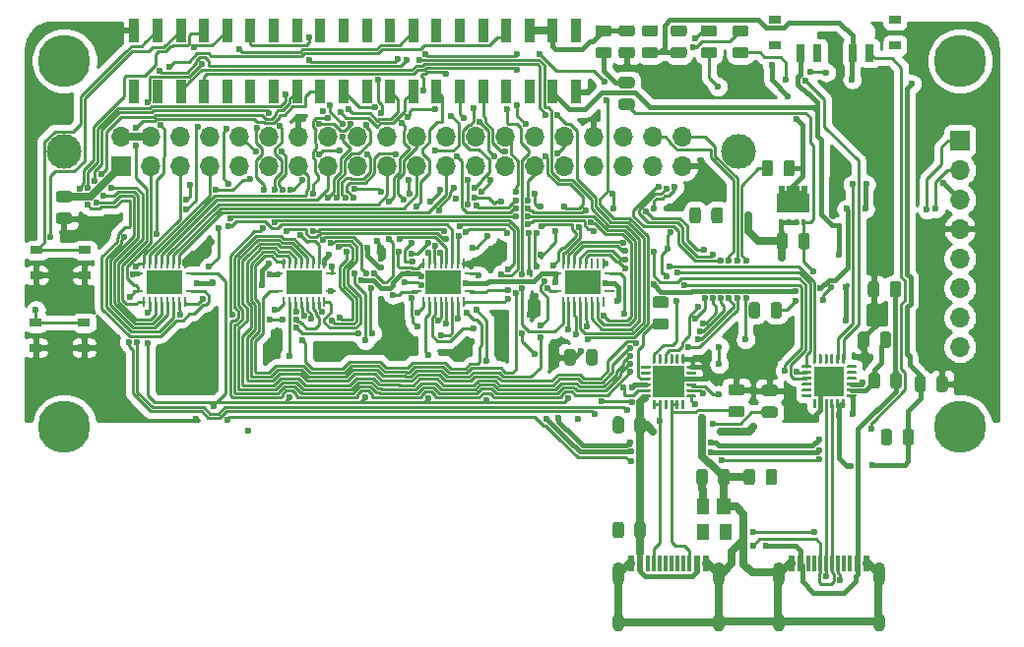
<source format=gbr>
%TF.GenerationSoftware,KiCad,Pcbnew,5.1.6+dfsg1-1~bpo10+1*%
%TF.CreationDate,2020-08-21T13:14:59+01:00*%
%TF.ProjectId,Ultra96-IO-Mezzanine,556c7472-6139-4362-9d49-4f2d4d657a7a,A*%
%TF.SameCoordinates,Original*%
%TF.FileFunction,Copper,L1,Top*%
%TF.FilePolarity,Positive*%
%FSLAX46Y46*%
G04 Gerber Fmt 4.6, Leading zero omitted, Abs format (unit mm)*
G04 Created by KiCad (PCBNEW 5.1.6+dfsg1-1~bpo10+1) date 2020-08-21 13:14:59*
%MOMM*%
%LPD*%
G01*
G04 APERTURE LIST*
%TA.AperFunction,EtchedComponent*%
%ADD10C,0.010000*%
%TD*%
%TA.AperFunction,ComponentPad*%
%ADD11C,4.500000*%
%TD*%
%TA.AperFunction,ComponentPad*%
%ADD12O,1.700000X1.700000*%
%TD*%
%TA.AperFunction,ComponentPad*%
%ADD13R,1.700000X1.700000*%
%TD*%
%TA.AperFunction,SMDPad,CuDef*%
%ADD14R,0.860000X0.260000*%
%TD*%
%TA.AperFunction,SMDPad,CuDef*%
%ADD15R,0.260000X0.860000*%
%TD*%
%TA.AperFunction,SMDPad,CuDef*%
%ADD16R,3.050000X2.050000*%
%TD*%
%TA.AperFunction,SMDPad,CuDef*%
%ADD17R,1.050000X0.650000*%
%TD*%
%TA.AperFunction,SMDPad,CuDef*%
%ADD18R,1.000000X0.800000*%
%TD*%
%TA.AperFunction,SMDPad,CuDef*%
%ADD19R,0.700000X1.500000*%
%TD*%
%TA.AperFunction,SMDPad,CuDef*%
%ADD20R,2.750000X1.470000*%
%TD*%
%TA.AperFunction,SMDPad,CuDef*%
%ADD21R,0.400000X0.550000*%
%TD*%
%TA.AperFunction,SMDPad,CuDef*%
%ADD22R,2.700000X2.700000*%
%TD*%
%TA.AperFunction,SMDPad,CuDef*%
%ADD23R,0.600000X1.450000*%
%TD*%
%TA.AperFunction,SMDPad,CuDef*%
%ADD24R,0.300000X1.450000*%
%TD*%
%TA.AperFunction,ComponentPad*%
%ADD25O,1.000000X2.100000*%
%TD*%
%TA.AperFunction,ComponentPad*%
%ADD26O,1.000000X1.600000*%
%TD*%
%TA.AperFunction,SMDPad,CuDef*%
%ADD27R,0.890000X2.100000*%
%TD*%
%TA.AperFunction,ComponentPad*%
%ADD28C,3.000000*%
%TD*%
%TA.AperFunction,SMDPad,CuDef*%
%ADD29R,2.600000X2.600000*%
%TD*%
%TA.AperFunction,SMDPad,CuDef*%
%ADD30R,1.000000X1.400000*%
%TD*%
%TA.AperFunction,SMDPad,CuDef*%
%ADD31R,1.200000X1.400000*%
%TD*%
%TA.AperFunction,ViaPad*%
%ADD32C,0.600000*%
%TD*%
%TA.AperFunction,Conductor*%
%ADD33C,0.254000*%
%TD*%
%TA.AperFunction,Conductor*%
%ADD34C,0.381000*%
%TD*%
%TA.AperFunction,Conductor*%
%ADD35C,0.635000*%
%TD*%
G04 APERTURE END LIST*
D10*
%TO.C,Q1*%
G36*
X165236500Y-116940200D02*
G01*
X167986500Y-116940200D01*
X167986500Y-115470200D01*
X167786500Y-115470200D01*
X167786500Y-114810200D01*
X167386500Y-114810200D01*
X167386500Y-115220200D01*
X167136500Y-115220200D01*
X167136500Y-114810200D01*
X166736500Y-114810200D01*
X166736500Y-115220200D01*
X166486500Y-115220200D01*
X166486500Y-114810200D01*
X166086500Y-114810200D01*
X166086500Y-115220200D01*
X165836500Y-115220200D01*
X165836500Y-114810200D01*
X165436500Y-114810200D01*
X165436500Y-115470200D01*
X165236500Y-115470200D01*
X165236500Y-116940200D01*
G37*
X165236500Y-116940200D02*
X167986500Y-116940200D01*
X167986500Y-115470200D01*
X167786500Y-115470200D01*
X167786500Y-114810200D01*
X167386500Y-114810200D01*
X167386500Y-115220200D01*
X167136500Y-115220200D01*
X167136500Y-114810200D01*
X166736500Y-114810200D01*
X166736500Y-115220200D01*
X166486500Y-115220200D01*
X166486500Y-114810200D01*
X166086500Y-114810200D01*
X166086500Y-115220200D01*
X165836500Y-115220200D01*
X165836500Y-114810200D01*
X165436500Y-114810200D01*
X165436500Y-115470200D01*
X165236500Y-115470200D01*
X165236500Y-116940200D01*
%TD*%
D11*
%TO.P,REF\u002A\u002A,1*%
%TO.N,N/C*%
X181000000Y-104000000D03*
X104000000Y-104000000D03*
X181000000Y-135500000D03*
X104000000Y-135500000D03*
%TD*%
D12*
%TO.P,P1,40*%
%TO.N,PCM_DO_RPI*%
X157130000Y-110530000D03*
%TO.P,P1,39*%
%TO.N,GND*%
X157130000Y-113070000D03*
%TO.P,P1,38*%
%TO.N,PCM_DI_RPI*%
X154590000Y-110530000D03*
%TO.P,P1,37*%
%TO.N,GPIO_K_RPI*%
X154590000Y-113070000D03*
%TO.P,P1,36*%
%TO.N,Net-(P1-Pad36)*%
X152050000Y-110530000D03*
%TO.P,P1,35*%
%TO.N,PCM_FS_RPI*%
X152050000Y-113070000D03*
%TO.P,P1,34*%
%TO.N,GND*%
X149510000Y-110530000D03*
%TO.P,P1,33*%
%TO.N,GPIO_L_RPI*%
X149510000Y-113070000D03*
%TO.P,P1,32*%
%TO.N,GPIO_B_RPI*%
X146970000Y-110530000D03*
%TO.P,P1,31*%
%TO.N,GPIO_J_RPI*%
X146970000Y-113070000D03*
%TO.P,P1,30*%
%TO.N,GND*%
X144430000Y-110530000D03*
%TO.P,P1,29*%
%TO.N,GPIO_I_RPI*%
X144430000Y-113070000D03*
%TO.P,P1,28*%
%TO.N,I2C1_SCL_RPI*%
X141890000Y-110530000D03*
%TO.P,P1,27*%
%TO.N,I2C1_SDA_RPI*%
X141890000Y-113070000D03*
%TO.P,P1,26*%
%TO.N,GPIO_H_RPI*%
X139350000Y-110530000D03*
%TO.P,P1,25*%
%TO.N,GND*%
X139350000Y-113070000D03*
%TO.P,P1,24*%
%TO.N,SPIO_CS_RPI*%
X136810000Y-110530000D03*
%TO.P,P1,23*%
%TO.N,SPIO_SCL_RPI*%
X136810000Y-113070000D03*
%TO.P,P1,22*%
%TO.N,GPIO_G_RPI*%
X134270000Y-110530000D03*
%TO.P,P1,21*%
%TO.N,SPIO_DIN_RPI*%
X134270000Y-113070000D03*
%TO.P,P1,20*%
%TO.N,GND*%
X131730000Y-110530000D03*
%TO.P,P1,19*%
%TO.N,SPIO_DOUT_RPI*%
X131730000Y-113070000D03*
%TO.P,P1,18*%
%TO.N,GPIO_F_RPI*%
X129190000Y-110530000D03*
%TO.P,P1,17*%
%TO.N,+3V3*%
X129190000Y-113070000D03*
%TO.P,P1,16*%
%TO.N,GPIO_E_RPI*%
X126650000Y-110530000D03*
%TO.P,P1,15*%
%TO.N,GPIO_D_RPI*%
X126650000Y-113070000D03*
%TO.P,P1,14*%
%TO.N,GND*%
X124110000Y-110530000D03*
%TO.P,P1,13*%
%TO.N,GPIO_C_RPI*%
X124110000Y-113070000D03*
%TO.P,P1,12*%
%TO.N,PCM_CLK_RPI*%
X121570000Y-110530000D03*
%TO.P,P1,11*%
%TO.N,Net-(P1-Pad11)*%
X121570000Y-113070000D03*
%TO.P,P1,10*%
%TO.N,UART1_RX_RPI*%
X119030000Y-110530000D03*
%TO.P,P1,9*%
%TO.N,GND*%
X119030000Y-113070000D03*
%TO.P,P1,8*%
%TO.N,UART1_TX_RPI*%
X116490000Y-110530000D03*
%TO.P,P1,7*%
%TO.N,GPIO_A_RPI*%
X116490000Y-113070000D03*
%TO.P,P1,6*%
%TO.N,GND*%
X113950000Y-110530000D03*
%TO.P,P1,5*%
%TO.N,I2C0_SCL_RPI*%
X113950000Y-113070000D03*
%TO.P,P1,4*%
%TO.N,+5V*%
X111410000Y-110530000D03*
%TO.P,P1,3*%
%TO.N,I2C0_SDA_RPI*%
X111410000Y-113070000D03*
%TO.P,P1,2*%
%TO.N,+5V*%
X108870000Y-110530000D03*
D13*
%TO.P,P1,1*%
%TO.N,+3V3*%
X108870000Y-113070000D03*
%TD*%
D14*
%TO.P,U7,9*%
%TO.N,Net-(U7-Pad9)*%
X150887600Y-123862400D03*
%TO.P,U7,10*%
%TO.N,+1V8*%
X150887600Y-122338400D03*
%TO.P,U7,19*%
%TO.N,VCCB*%
X146315600Y-122338400D03*
%TO.P,U7,20*%
%TO.N,SPIO_CS_RPI*%
X146315600Y-123862400D03*
D15*
%TO.P,U7,1*%
%TO.N,SPIO_CS*%
X146851600Y-124785400D03*
%TO.P,U7,2*%
%TO.N,+1V8*%
X147351600Y-124785400D03*
%TO.P,U7,3*%
%TO.N,GPIO_B*%
X147851600Y-124785400D03*
%TO.P,U7,4*%
%TO.N,UART0_TX*%
X148351600Y-124785400D03*
%TO.P,U7,5*%
%TO.N,UART0_RX*%
X148851600Y-124785400D03*
%TO.P,U7,6*%
%TO.N,UART0_CTS*%
X149351600Y-124785400D03*
%TO.P,U7,7*%
%TO.N,UART0_RTS*%
X149851600Y-124785400D03*
%TO.P,U7,8*%
%TO.N,Net-(U7-Pad8)*%
X150351600Y-124785400D03*
%TO.P,U7,11*%
%TO.N,GND*%
X150351600Y-121415400D03*
%TO.P,U7,12*%
%TO.N,Net-(U7-Pad12)*%
X149851600Y-121415400D03*
%TO.P,U7,13*%
%TO.N,Net-(U7-Pad13)*%
X149351600Y-121415400D03*
%TO.P,U7,14*%
%TO.N,UART0_RTS_O*%
X148851600Y-121415400D03*
%TO.P,U7,15*%
%TO.N,UART0_CTS_O*%
X148351600Y-121415400D03*
%TO.P,U7,16*%
%TO.N,UART0_RX_O*%
X147851600Y-121415400D03*
%TO.P,U7,17*%
%TO.N,UART0_TX_O*%
X147351600Y-121415400D03*
%TO.P,U7,18*%
%TO.N,GPIO_B_RPI*%
X146851600Y-121415400D03*
D16*
%TO.P,U7,21*%
%TO.N,N/C*%
X148601600Y-123100400D03*
%TD*%
D14*
%TO.P,U6,9*%
%TO.N,UART1_RX*%
X138887600Y-123862400D03*
%TO.P,U6,10*%
%TO.N,+1V8*%
X138887600Y-122338400D03*
%TO.P,U6,19*%
%TO.N,VCCB*%
X134315600Y-122338400D03*
%TO.P,U6,20*%
%TO.N,GPIO_E_RPI*%
X134315600Y-123862400D03*
D15*
%TO.P,U6,1*%
%TO.N,GPIO_E*%
X134851600Y-124785400D03*
%TO.P,U6,2*%
%TO.N,+1V8*%
X135351600Y-124785400D03*
%TO.P,U6,3*%
%TO.N,GPIO_G*%
X135851600Y-124785400D03*
%TO.P,U6,4*%
%TO.N,GPIO_I*%
X136351600Y-124785400D03*
%TO.P,U6,5*%
%TO.N,GPIO_K*%
X136851600Y-124785400D03*
%TO.P,U6,6*%
%TO.N,GPIO_H*%
X137351600Y-124785400D03*
%TO.P,U6,7*%
%TO.N,GPIO_F*%
X137851600Y-124785400D03*
%TO.P,U6,8*%
%TO.N,UART1_TX*%
X138351600Y-124785400D03*
%TO.P,U6,11*%
%TO.N,GND*%
X138351600Y-121415400D03*
%TO.P,U6,12*%
%TO.N,UART1_RX_RPI*%
X137851600Y-121415400D03*
%TO.P,U6,13*%
%TO.N,UART1_TX_RPI*%
X137351600Y-121415400D03*
%TO.P,U6,14*%
%TO.N,GPIO_F_RPI*%
X136851600Y-121415400D03*
%TO.P,U6,15*%
%TO.N,GPIO_H_RPI*%
X136351600Y-121415400D03*
%TO.P,U6,16*%
%TO.N,GPIO_K_RPI*%
X135851600Y-121415400D03*
%TO.P,U6,17*%
%TO.N,GPIO_I_RPI*%
X135351600Y-121415400D03*
%TO.P,U6,18*%
%TO.N,GPIO_G_RPI*%
X134851600Y-121415400D03*
D16*
%TO.P,U6,21*%
%TO.N,N/C*%
X136601600Y-123100400D03*
%TD*%
D14*
%TO.P,U5,9*%
%TO.N,PCM_CLK*%
X126887600Y-123862400D03*
%TO.P,U5,10*%
%TO.N,+1V8*%
X126887600Y-122338400D03*
%TO.P,U5,19*%
%TO.N,VCCB*%
X122315600Y-122338400D03*
%TO.P,U5,20*%
%TO.N,I2C1_SDA_RPI*%
X122315600Y-123862400D03*
D15*
%TO.P,U5,1*%
%TO.N,I2C1_SDA*%
X122851600Y-124785400D03*
%TO.P,U5,2*%
%TO.N,+1V8*%
X123351600Y-124785400D03*
%TO.P,U5,3*%
%TO.N,I2C1_SCL*%
X123851600Y-124785400D03*
%TO.P,U5,4*%
%TO.N,GPIO_J*%
X124351600Y-124785400D03*
%TO.P,U5,5*%
%TO.N,GPIO_L*%
X124851600Y-124785400D03*
%TO.P,U5,6*%
%TO.N,PCM_FS*%
X125351600Y-124785400D03*
%TO.P,U5,7*%
%TO.N,PCM_DI*%
X125851600Y-124785400D03*
%TO.P,U5,8*%
%TO.N,PCM_DO*%
X126351600Y-124785400D03*
%TO.P,U5,11*%
%TO.N,GND*%
X126351600Y-121415400D03*
%TO.P,U5,12*%
%TO.N,PCM_CLK_RPI*%
X125851600Y-121415400D03*
%TO.P,U5,13*%
%TO.N,PCM_DO_RPI*%
X125351600Y-121415400D03*
%TO.P,U5,14*%
%TO.N,PCM_DI_RPI*%
X124851600Y-121415400D03*
%TO.P,U5,15*%
%TO.N,PCM_FS_RPI*%
X124351600Y-121415400D03*
%TO.P,U5,16*%
%TO.N,GPIO_L_RPI*%
X123851600Y-121415400D03*
%TO.P,U5,17*%
%TO.N,GPIO_J_RPI*%
X123351600Y-121415400D03*
%TO.P,U5,18*%
%TO.N,I2C1_SCL_RPI*%
X122851600Y-121415400D03*
D16*
%TO.P,U5,21*%
%TO.N,N/C*%
X124601600Y-123100400D03*
%TD*%
%TO.P,U3,21*%
%TO.N,N/C*%
X112601600Y-123100400D03*
D15*
%TO.P,U3,18*%
%TO.N,I2C0_SCL_RPI*%
X110851600Y-121415400D03*
%TO.P,U3,17*%
%TO.N,GPIO_A_RPI*%
X111351600Y-121415400D03*
%TO.P,U3,16*%
%TO.N,GPIO_C_RPI*%
X111851600Y-121415400D03*
%TO.P,U3,15*%
%TO.N,GPIO_D_RPI*%
X112351600Y-121415400D03*
%TO.P,U3,14*%
%TO.N,SPIO_DOUT_RPI*%
X112851600Y-121415400D03*
%TO.P,U3,13*%
%TO.N,SPIO_DIN_RPI*%
X113351600Y-121415400D03*
%TO.P,U3,12*%
%TO.N,SPIO_SCL_RPI*%
X113851600Y-121415400D03*
%TO.P,U3,11*%
%TO.N,GND*%
X114351600Y-121415400D03*
%TO.P,U3,8*%
%TO.N,SPIO_DIN*%
X114351600Y-124785400D03*
%TO.P,U3,7*%
%TO.N,SPIO_DOUT*%
X113851600Y-124785400D03*
%TO.P,U3,6*%
%TO.N,GPIO_D*%
X113351600Y-124785400D03*
%TO.P,U3,5*%
%TO.N,GPIO_C*%
X112851600Y-124785400D03*
%TO.P,U3,4*%
%TO.N,GPIO_A*%
X112351600Y-124785400D03*
%TO.P,U3,3*%
%TO.N,I2C0_SCL*%
X111851600Y-124785400D03*
%TO.P,U3,2*%
%TO.N,+1V8*%
X111351600Y-124785400D03*
%TO.P,U3,1*%
%TO.N,I2C0_SDA*%
X110851600Y-124785400D03*
D14*
%TO.P,U3,20*%
%TO.N,I2C0_SDA_RPI*%
X110315600Y-123862400D03*
%TO.P,U3,19*%
%TO.N,VCCB*%
X110315600Y-122338400D03*
%TO.P,U3,10*%
%TO.N,+1V8*%
X114887600Y-122338400D03*
%TO.P,U3,9*%
%TO.N,SPIO_SCL*%
X114887600Y-123862400D03*
%TD*%
D17*
%TO.P,RST,2*%
%TO.N,RST_BTN_N*%
X101540000Y-126555000D03*
%TO.P,RST,1*%
%TO.N,GND*%
X101515000Y-128705000D03*
%TO.P,RST,2*%
%TO.N,RST_BTN_N*%
X105665000Y-126555000D03*
%TO.P,RST,1*%
%TO.N,GND*%
X105665000Y-128705000D03*
%TD*%
%TO.P,PWR,2*%
%TO.N,PWR_BTN_N*%
X101610000Y-120305000D03*
%TO.P,PWR,1*%
%TO.N,GND*%
X101585000Y-122455000D03*
%TO.P,PWR,2*%
%TO.N,PWR_BTN_N*%
X105735000Y-120305000D03*
%TO.P,PWR,1*%
%TO.N,GND*%
X105735000Y-122455000D03*
%TD*%
D18*
%TO.P,5v|3v3|1v8,*%
%TO.N,*%
X175410000Y-102690000D03*
X165110000Y-102690000D03*
X165110000Y-100480000D03*
X175410000Y-100480000D03*
D19*
%TO.P,5v|3v3|1v8,4*%
%TO.N,+5V*%
X167260000Y-103340000D03*
%TO.P,5v|3v3|1v8,3*%
%TO.N,VCCB*%
X168760000Y-103340000D03*
%TO.P,5v|3v3|1v8,2*%
%TO.N,+3V3*%
X171760000Y-103340000D03*
%TO.P,5v|3v3|1v8,1*%
%TO.N,+1V8*%
X173260000Y-103340000D03*
%TD*%
%TO.P,R10,2*%
%TO.N,Net-(Q1-Pad4)*%
%TA.AperFunction,SMDPad,CuDef*%
G36*
G01*
X151880450Y-107267600D02*
X152792950Y-107267600D01*
G75*
G02*
X153036700Y-107511350I0J-243750D01*
G01*
X153036700Y-107998850D01*
G75*
G02*
X152792950Y-108242600I-243750J0D01*
G01*
X151880450Y-108242600D01*
G75*
G02*
X151636700Y-107998850I0J243750D01*
G01*
X151636700Y-107511350D01*
G75*
G02*
X151880450Y-107267600I243750J0D01*
G01*
G37*
%TD.AperFunction*%
%TO.P,R10,1*%
%TO.N,Net-(C8-Pad2)*%
%TA.AperFunction,SMDPad,CuDef*%
G36*
G01*
X151880450Y-105392600D02*
X152792950Y-105392600D01*
G75*
G02*
X153036700Y-105636350I0J-243750D01*
G01*
X153036700Y-106123850D01*
G75*
G02*
X152792950Y-106367600I-243750J0D01*
G01*
X151880450Y-106367600D01*
G75*
G02*
X151636700Y-106123850I0J243750D01*
G01*
X151636700Y-105636350D01*
G75*
G02*
X151880450Y-105392600I243750J0D01*
G01*
G37*
%TD.AperFunction*%
%TD*%
%TO.P,R9,2*%
%TO.N,Net-(R9-Pad2)*%
%TA.AperFunction,SMDPad,CuDef*%
G36*
G01*
X164927300Y-112802550D02*
X164927300Y-113715050D01*
G75*
G02*
X164683550Y-113958800I-243750J0D01*
G01*
X164196050Y-113958800D01*
G75*
G02*
X163952300Y-113715050I0J243750D01*
G01*
X163952300Y-112802550D01*
G75*
G02*
X164196050Y-112558800I243750J0D01*
G01*
X164683550Y-112558800D01*
G75*
G02*
X164927300Y-112802550I0J-243750D01*
G01*
G37*
%TD.AperFunction*%
%TO.P,R9,1*%
%TO.N,SYS_DCIN*%
%TA.AperFunction,SMDPad,CuDef*%
G36*
G01*
X166802300Y-112802550D02*
X166802300Y-113715050D01*
G75*
G02*
X166558550Y-113958800I-243750J0D01*
G01*
X166071050Y-113958800D01*
G75*
G02*
X165827300Y-113715050I0J243750D01*
G01*
X165827300Y-112802550D01*
G75*
G02*
X166071050Y-112558800I243750J0D01*
G01*
X166558550Y-112558800D01*
G75*
G02*
X166802300Y-112802550I0J-243750D01*
G01*
G37*
%TD.AperFunction*%
%TD*%
%TO.P,R8,2*%
%TO.N,Net-(R8-Pad2)*%
%TA.AperFunction,SMDPad,CuDef*%
G36*
G01*
X163814300Y-125019950D02*
X163814300Y-125932450D01*
G75*
G02*
X163570550Y-126176200I-243750J0D01*
G01*
X163083050Y-126176200D01*
G75*
G02*
X162839300Y-125932450I0J243750D01*
G01*
X162839300Y-125019950D01*
G75*
G02*
X163083050Y-124776200I243750J0D01*
G01*
X163570550Y-124776200D01*
G75*
G02*
X163814300Y-125019950I0J-243750D01*
G01*
G37*
%TD.AperFunction*%
%TO.P,R8,1*%
%TO.N,Net-(Q1-Pad4)*%
%TA.AperFunction,SMDPad,CuDef*%
G36*
G01*
X165689300Y-125019950D02*
X165689300Y-125932450D01*
G75*
G02*
X165445550Y-126176200I-243750J0D01*
G01*
X164958050Y-126176200D01*
G75*
G02*
X164714300Y-125932450I0J243750D01*
G01*
X164714300Y-125019950D01*
G75*
G02*
X164958050Y-124776200I243750J0D01*
G01*
X165445550Y-124776200D01*
G75*
G02*
X165689300Y-125019950I0J-243750D01*
G01*
G37*
%TD.AperFunction*%
%TD*%
%TO.P,R7,2*%
%TO.N,Net-(Q1-Pad4)*%
%TA.AperFunction,SMDPad,CuDef*%
G36*
G01*
X167114600Y-119988850D02*
X167114600Y-119076350D01*
G75*
G02*
X167358350Y-118832600I243750J0D01*
G01*
X167845850Y-118832600D01*
G75*
G02*
X168089600Y-119076350I0J-243750D01*
G01*
X168089600Y-119988850D01*
G75*
G02*
X167845850Y-120232600I-243750J0D01*
G01*
X167358350Y-120232600D01*
G75*
G02*
X167114600Y-119988850I0J243750D01*
G01*
G37*
%TD.AperFunction*%
%TO.P,R7,1*%
%TO.N,VBUS_PWR*%
%TA.AperFunction,SMDPad,CuDef*%
G36*
G01*
X165239600Y-119988850D02*
X165239600Y-119076350D01*
G75*
G02*
X165483350Y-118832600I243750J0D01*
G01*
X165970850Y-118832600D01*
G75*
G02*
X166214600Y-119076350I0J-243750D01*
G01*
X166214600Y-119988850D01*
G75*
G02*
X165970850Y-120232600I-243750J0D01*
G01*
X165483350Y-120232600D01*
G75*
G02*
X165239600Y-119988850I0J243750D01*
G01*
G37*
%TD.AperFunction*%
%TD*%
%TO.P,R6,2*%
%TO.N,VBUS_PWR*%
%TA.AperFunction,SMDPad,CuDef*%
G36*
G01*
X159629700Y-117766350D02*
X159629700Y-116853850D01*
G75*
G02*
X159873450Y-116610100I243750J0D01*
G01*
X160360950Y-116610100D01*
G75*
G02*
X160604700Y-116853850I0J-243750D01*
G01*
X160604700Y-117766350D01*
G75*
G02*
X160360950Y-118010100I-243750J0D01*
G01*
X159873450Y-118010100D01*
G75*
G02*
X159629700Y-117766350I0J243750D01*
G01*
G37*
%TD.AperFunction*%
%TO.P,R6,1*%
%TO.N,Net-(R6-Pad1)*%
%TA.AperFunction,SMDPad,CuDef*%
G36*
G01*
X157754700Y-117766350D02*
X157754700Y-116853850D01*
G75*
G02*
X157998450Y-116610100I243750J0D01*
G01*
X158485950Y-116610100D01*
G75*
G02*
X158729700Y-116853850I0J-243750D01*
G01*
X158729700Y-117766350D01*
G75*
G02*
X158485950Y-118010100I-243750J0D01*
G01*
X157998450Y-118010100D01*
G75*
G02*
X157754700Y-117766350I0J243750D01*
G01*
G37*
%TD.AperFunction*%
%TD*%
%TO.P,R5,2*%
%TO.N,Net-(D1-Pad2)*%
%TA.AperFunction,SMDPad,CuDef*%
G36*
G01*
X157276250Y-101907500D02*
X156363750Y-101907500D01*
G75*
G02*
X156120000Y-101663750I0J243750D01*
G01*
X156120000Y-101176250D01*
G75*
G02*
X156363750Y-100932500I243750J0D01*
G01*
X157276250Y-100932500D01*
G75*
G02*
X157520000Y-101176250I0J-243750D01*
G01*
X157520000Y-101663750D01*
G75*
G02*
X157276250Y-101907500I-243750J0D01*
G01*
G37*
%TD.AperFunction*%
%TO.P,R5,1*%
%TO.N,+3V3*%
%TA.AperFunction,SMDPad,CuDef*%
G36*
G01*
X157276250Y-103782500D02*
X156363750Y-103782500D01*
G75*
G02*
X156120000Y-103538750I0J243750D01*
G01*
X156120000Y-103051250D01*
G75*
G02*
X156363750Y-102807500I243750J0D01*
G01*
X157276250Y-102807500D01*
G75*
G02*
X157520000Y-103051250I0J-243750D01*
G01*
X157520000Y-103538750D01*
G75*
G02*
X157276250Y-103782500I-243750J0D01*
G01*
G37*
%TD.AperFunction*%
%TD*%
%TO.P,R4,2*%
%TO.N,Net-(D2-Pad2)*%
%TA.AperFunction,SMDPad,CuDef*%
G36*
G01*
X154806250Y-101907500D02*
X153893750Y-101907500D01*
G75*
G02*
X153650000Y-101663750I0J243750D01*
G01*
X153650000Y-101176250D01*
G75*
G02*
X153893750Y-100932500I243750J0D01*
G01*
X154806250Y-100932500D01*
G75*
G02*
X155050000Y-101176250I0J-243750D01*
G01*
X155050000Y-101663750D01*
G75*
G02*
X154806250Y-101907500I-243750J0D01*
G01*
G37*
%TD.AperFunction*%
%TO.P,R4,1*%
%TO.N,+3V3*%
%TA.AperFunction,SMDPad,CuDef*%
G36*
G01*
X154806250Y-103782500D02*
X153893750Y-103782500D01*
G75*
G02*
X153650000Y-103538750I0J243750D01*
G01*
X153650000Y-103051250D01*
G75*
G02*
X153893750Y-102807500I243750J0D01*
G01*
X154806250Y-102807500D01*
G75*
G02*
X155050000Y-103051250I0J-243750D01*
G01*
X155050000Y-103538750D01*
G75*
G02*
X154806250Y-103782500I-243750J0D01*
G01*
G37*
%TD.AperFunction*%
%TD*%
%TO.P,R3,2*%
%TO.N,Net-(R3-Pad2)*%
%TA.AperFunction,SMDPad,CuDef*%
G36*
G01*
X175176200Y-135954650D02*
X175176200Y-136867150D01*
G75*
G02*
X174932450Y-137110900I-243750J0D01*
G01*
X174444950Y-137110900D01*
G75*
G02*
X174201200Y-136867150I0J243750D01*
G01*
X174201200Y-135954650D01*
G75*
G02*
X174444950Y-135710900I243750J0D01*
G01*
X174932450Y-135710900D01*
G75*
G02*
X175176200Y-135954650I0J-243750D01*
G01*
G37*
%TD.AperFunction*%
%TO.P,R3,1*%
%TO.N,+3V3*%
%TA.AperFunction,SMDPad,CuDef*%
G36*
G01*
X177051200Y-135954650D02*
X177051200Y-136867150D01*
G75*
G02*
X176807450Y-137110900I-243750J0D01*
G01*
X176319950Y-137110900D01*
G75*
G02*
X176076200Y-136867150I0J243750D01*
G01*
X176076200Y-135954650D01*
G75*
G02*
X176319950Y-135710900I243750J0D01*
G01*
X176807450Y-135710900D01*
G75*
G02*
X177051200Y-135954650I0J-243750D01*
G01*
G37*
%TD.AperFunction*%
%TD*%
%TO.P,R2,2*%
%TO.N,Net-(R1-Pad2)*%
%TA.AperFunction,SMDPad,CuDef*%
G36*
G01*
X174112300Y-128472450D02*
X174112300Y-127559950D01*
G75*
G02*
X174356050Y-127316200I243750J0D01*
G01*
X174843550Y-127316200D01*
G75*
G02*
X175087300Y-127559950I0J-243750D01*
G01*
X175087300Y-128472450D01*
G75*
G02*
X174843550Y-128716200I-243750J0D01*
G01*
X174356050Y-128716200D01*
G75*
G02*
X174112300Y-128472450I0J243750D01*
G01*
G37*
%TD.AperFunction*%
%TO.P,R2,1*%
%TO.N,GND*%
%TA.AperFunction,SMDPad,CuDef*%
G36*
G01*
X172237300Y-128472450D02*
X172237300Y-127559950D01*
G75*
G02*
X172481050Y-127316200I243750J0D01*
G01*
X172968550Y-127316200D01*
G75*
G02*
X173212300Y-127559950I0J-243750D01*
G01*
X173212300Y-128472450D01*
G75*
G02*
X172968550Y-128716200I-243750J0D01*
G01*
X172481050Y-128716200D01*
G75*
G02*
X172237300Y-128472450I0J243750D01*
G01*
G37*
%TD.AperFunction*%
%TD*%
%TO.P,R1,2*%
%TO.N,Net-(R1-Pad2)*%
%TA.AperFunction,SMDPad,CuDef*%
G36*
G01*
X174122100Y-131090550D02*
X174122100Y-132003050D01*
G75*
G02*
X173878350Y-132246800I-243750J0D01*
G01*
X173390850Y-132246800D01*
G75*
G02*
X173147100Y-132003050I0J243750D01*
G01*
X173147100Y-131090550D01*
G75*
G02*
X173390850Y-130846800I243750J0D01*
G01*
X173878350Y-130846800D01*
G75*
G02*
X174122100Y-131090550I0J-243750D01*
G01*
G37*
%TD.AperFunction*%
%TO.P,R1,1*%
%TO.N,VBUS*%
%TA.AperFunction,SMDPad,CuDef*%
G36*
G01*
X175997100Y-131090550D02*
X175997100Y-132003050D01*
G75*
G02*
X175753350Y-132246800I-243750J0D01*
G01*
X175265850Y-132246800D01*
G75*
G02*
X175022100Y-132003050I0J243750D01*
G01*
X175022100Y-131090550D01*
G75*
G02*
X175265850Y-130846800I243750J0D01*
G01*
X175753350Y-130846800D01*
G75*
G02*
X175997100Y-131090550I0J-243750D01*
G01*
G37*
%TD.AperFunction*%
%TD*%
D20*
%TO.P,Q1,5_6_7_8*%
%TO.N,SYS_DCIN*%
X166611500Y-116205200D03*
D21*
%TO.P,Q1,4*%
%TO.N,Net-(Q1-Pad4)*%
X167586500Y-117885200D03*
%TO.P,Q1,1*%
%TO.N,VBUS_PWR*%
X165636500Y-117885200D03*
%TO.P,Q1,3*%
X166936500Y-117885200D03*
%TO.P,Q1,2*%
X166286500Y-117885200D03*
%TD*%
%TO.P,D7,2*%
%TO.N,GND*%
%TA.AperFunction,SMDPad,CuDef*%
G36*
G01*
X165099250Y-132872500D02*
X164186750Y-132872500D01*
G75*
G02*
X163943000Y-132628750I0J243750D01*
G01*
X163943000Y-132141250D01*
G75*
G02*
X164186750Y-131897500I243750J0D01*
G01*
X165099250Y-131897500D01*
G75*
G02*
X165343000Y-132141250I0J-243750D01*
G01*
X165343000Y-132628750D01*
G75*
G02*
X165099250Y-132872500I-243750J0D01*
G01*
G37*
%TD.AperFunction*%
%TO.P,D7,1*%
%TO.N,CC1*%
%TA.AperFunction,SMDPad,CuDef*%
G36*
G01*
X165099250Y-134747500D02*
X164186750Y-134747500D01*
G75*
G02*
X163943000Y-134503750I0J243750D01*
G01*
X163943000Y-134016250D01*
G75*
G02*
X164186750Y-133772500I243750J0D01*
G01*
X165099250Y-133772500D01*
G75*
G02*
X165343000Y-134016250I0J-243750D01*
G01*
X165343000Y-134503750D01*
G75*
G02*
X165099250Y-134747500I-243750J0D01*
G01*
G37*
%TD.AperFunction*%
%TD*%
%TO.P,D6,2*%
%TO.N,GND*%
%TA.AperFunction,SMDPad,CuDef*%
G36*
G01*
X152117600Y-143942950D02*
X152117600Y-144855450D01*
G75*
G02*
X151873850Y-145099200I-243750J0D01*
G01*
X151386350Y-145099200D01*
G75*
G02*
X151142600Y-144855450I0J243750D01*
G01*
X151142600Y-143942950D01*
G75*
G02*
X151386350Y-143699200I243750J0D01*
G01*
X151873850Y-143699200D01*
G75*
G02*
X152117600Y-143942950I0J-243750D01*
G01*
G37*
%TD.AperFunction*%
%TO.P,D6,1*%
%TO.N,VBUS_PWR*%
%TA.AperFunction,SMDPad,CuDef*%
G36*
G01*
X153992600Y-143942950D02*
X153992600Y-144855450D01*
G75*
G02*
X153748850Y-145099200I-243750J0D01*
G01*
X153261350Y-145099200D01*
G75*
G02*
X153017600Y-144855450I0J243750D01*
G01*
X153017600Y-143942950D01*
G75*
G02*
X153261350Y-143699200I243750J0D01*
G01*
X153748850Y-143699200D01*
G75*
G02*
X153992600Y-143942950I0J-243750D01*
G01*
G37*
%TD.AperFunction*%
%TD*%
%TO.P,D5,2*%
%TO.N,GND*%
%TA.AperFunction,SMDPad,CuDef*%
G36*
G01*
X162241750Y-132821700D02*
X161329250Y-132821700D01*
G75*
G02*
X161085500Y-132577950I0J243750D01*
G01*
X161085500Y-132090450D01*
G75*
G02*
X161329250Y-131846700I243750J0D01*
G01*
X162241750Y-131846700D01*
G75*
G02*
X162485500Y-132090450I0J-243750D01*
G01*
X162485500Y-132577950D01*
G75*
G02*
X162241750Y-132821700I-243750J0D01*
G01*
G37*
%TD.AperFunction*%
%TO.P,D5,1*%
%TO.N,CC2*%
%TA.AperFunction,SMDPad,CuDef*%
G36*
G01*
X162241750Y-134696700D02*
X161329250Y-134696700D01*
G75*
G02*
X161085500Y-134452950I0J243750D01*
G01*
X161085500Y-133965450D01*
G75*
G02*
X161329250Y-133721700I243750J0D01*
G01*
X162241750Y-133721700D01*
G75*
G02*
X162485500Y-133965450I0J-243750D01*
G01*
X162485500Y-134452950D01*
G75*
G02*
X162241750Y-134696700I-243750J0D01*
G01*
G37*
%TD.AperFunction*%
%TD*%
%TO.P,D4,2*%
%TO.N,GND*%
%TA.AperFunction,SMDPad,CuDef*%
G36*
G01*
X151893750Y-102807500D02*
X152806250Y-102807500D01*
G75*
G02*
X153050000Y-103051250I0J-243750D01*
G01*
X153050000Y-103538750D01*
G75*
G02*
X152806250Y-103782500I-243750J0D01*
G01*
X151893750Y-103782500D01*
G75*
G02*
X151650000Y-103538750I0J243750D01*
G01*
X151650000Y-103051250D01*
G75*
G02*
X151893750Y-102807500I243750J0D01*
G01*
G37*
%TD.AperFunction*%
%TO.P,D4,1*%
%TO.N,SYS_DCIN*%
%TA.AperFunction,SMDPad,CuDef*%
G36*
G01*
X151893750Y-100932500D02*
X152806250Y-100932500D01*
G75*
G02*
X153050000Y-101176250I0J-243750D01*
G01*
X153050000Y-101663750D01*
G75*
G02*
X152806250Y-101907500I-243750J0D01*
G01*
X151893750Y-101907500D01*
G75*
G02*
X151650000Y-101663750I0J243750D01*
G01*
X151650000Y-101176250D01*
G75*
G02*
X151893750Y-100932500I243750J0D01*
G01*
G37*
%TD.AperFunction*%
%TD*%
%TO.P,D2,2*%
%TO.N,Net-(D2-Pad2)*%
%TA.AperFunction,SMDPad,CuDef*%
G36*
G01*
X162586250Y-101907500D02*
X161673750Y-101907500D01*
G75*
G02*
X161430000Y-101663750I0J243750D01*
G01*
X161430000Y-101176250D01*
G75*
G02*
X161673750Y-100932500I243750J0D01*
G01*
X162586250Y-100932500D01*
G75*
G02*
X162830000Y-101176250I0J-243750D01*
G01*
X162830000Y-101663750D01*
G75*
G02*
X162586250Y-101907500I-243750J0D01*
G01*
G37*
%TD.AperFunction*%
%TO.P,D2,1*%
%TO.N,Net-(D2-Pad1)*%
%TA.AperFunction,SMDPad,CuDef*%
G36*
G01*
X162586250Y-103782500D02*
X161673750Y-103782500D01*
G75*
G02*
X161430000Y-103538750I0J243750D01*
G01*
X161430000Y-103051250D01*
G75*
G02*
X161673750Y-102807500I243750J0D01*
G01*
X162586250Y-102807500D01*
G75*
G02*
X162830000Y-103051250I0J-243750D01*
G01*
X162830000Y-103538750D01*
G75*
G02*
X162586250Y-103782500I-243750J0D01*
G01*
G37*
%TD.AperFunction*%
%TD*%
%TO.P,D1,2*%
%TO.N,Net-(D1-Pad2)*%
%TA.AperFunction,SMDPad,CuDef*%
G36*
G01*
X159866250Y-101907500D02*
X158953750Y-101907500D01*
G75*
G02*
X158710000Y-101663750I0J243750D01*
G01*
X158710000Y-101176250D01*
G75*
G02*
X158953750Y-100932500I243750J0D01*
G01*
X159866250Y-100932500D01*
G75*
G02*
X160110000Y-101176250I0J-243750D01*
G01*
X160110000Y-101663750D01*
G75*
G02*
X159866250Y-101907500I-243750J0D01*
G01*
G37*
%TD.AperFunction*%
%TO.P,D1,1*%
%TO.N,Net-(D1-Pad1)*%
%TA.AperFunction,SMDPad,CuDef*%
G36*
G01*
X159866250Y-103782500D02*
X158953750Y-103782500D01*
G75*
G02*
X158710000Y-103538750I0J243750D01*
G01*
X158710000Y-103051250D01*
G75*
G02*
X158953750Y-102807500I243750J0D01*
G01*
X159866250Y-102807500D01*
G75*
G02*
X160110000Y-103051250I0J-243750D01*
G01*
X160110000Y-103538750D01*
G75*
G02*
X159866250Y-103782500I-243750J0D01*
G01*
G37*
%TD.AperFunction*%
%TD*%
%TO.P,C9,2*%
%TO.N,GND*%
%TA.AperFunction,SMDPad,CuDef*%
G36*
G01*
X152125700Y-134913250D02*
X152125700Y-135825750D01*
G75*
G02*
X151881950Y-136069500I-243750J0D01*
G01*
X151394450Y-136069500D01*
G75*
G02*
X151150700Y-135825750I0J243750D01*
G01*
X151150700Y-134913250D01*
G75*
G02*
X151394450Y-134669500I243750J0D01*
G01*
X151881950Y-134669500D01*
G75*
G02*
X152125700Y-134913250I0J-243750D01*
G01*
G37*
%TD.AperFunction*%
%TO.P,C9,1*%
%TO.N,VBUS_PWR*%
%TA.AperFunction,SMDPad,CuDef*%
G36*
G01*
X154000700Y-134913250D02*
X154000700Y-135825750D01*
G75*
G02*
X153756950Y-136069500I-243750J0D01*
G01*
X153269450Y-136069500D01*
G75*
G02*
X153025700Y-135825750I0J243750D01*
G01*
X153025700Y-134913250D01*
G75*
G02*
X153269450Y-134669500I243750J0D01*
G01*
X153756950Y-134669500D01*
G75*
G02*
X154000700Y-134913250I0J-243750D01*
G01*
G37*
%TD.AperFunction*%
%TD*%
%TO.P,C8,2*%
%TO.N,Net-(C8-Pad2)*%
%TA.AperFunction,SMDPad,CuDef*%
G36*
G01*
X149893750Y-102807500D02*
X150806250Y-102807500D01*
G75*
G02*
X151050000Y-103051250I0J-243750D01*
G01*
X151050000Y-103538750D01*
G75*
G02*
X150806250Y-103782500I-243750J0D01*
G01*
X149893750Y-103782500D01*
G75*
G02*
X149650000Y-103538750I0J243750D01*
G01*
X149650000Y-103051250D01*
G75*
G02*
X149893750Y-102807500I243750J0D01*
G01*
G37*
%TD.AperFunction*%
%TO.P,C8,1*%
%TO.N,SYS_DCIN*%
%TA.AperFunction,SMDPad,CuDef*%
G36*
G01*
X149893750Y-100932500D02*
X150806250Y-100932500D01*
G75*
G02*
X151050000Y-101176250I0J-243750D01*
G01*
X151050000Y-101663750D01*
G75*
G02*
X150806250Y-101907500I-243750J0D01*
G01*
X149893750Y-101907500D01*
G75*
G02*
X149650000Y-101663750I0J243750D01*
G01*
X149650000Y-101176250D01*
G75*
G02*
X149893750Y-100932500I243750J0D01*
G01*
G37*
%TD.AperFunction*%
%TD*%
%TO.P,C7,2*%
%TO.N,GND*%
%TA.AperFunction,SMDPad,CuDef*%
G36*
G01*
X155726650Y-125265200D02*
X154814150Y-125265200D01*
G75*
G02*
X154570400Y-125021450I0J243750D01*
G01*
X154570400Y-124533950D01*
G75*
G02*
X154814150Y-124290200I243750J0D01*
G01*
X155726650Y-124290200D01*
G75*
G02*
X155970400Y-124533950I0J-243750D01*
G01*
X155970400Y-125021450D01*
G75*
G02*
X155726650Y-125265200I-243750J0D01*
G01*
G37*
%TD.AperFunction*%
%TO.P,C7,1*%
%TO.N,Net-(C7-Pad1)*%
%TA.AperFunction,SMDPad,CuDef*%
G36*
G01*
X155726650Y-127140200D02*
X154814150Y-127140200D01*
G75*
G02*
X154570400Y-126896450I0J243750D01*
G01*
X154570400Y-126408950D01*
G75*
G02*
X154814150Y-126165200I243750J0D01*
G01*
X155726650Y-126165200D01*
G75*
G02*
X155970400Y-126408950I0J-243750D01*
G01*
X155970400Y-126896450D01*
G75*
G02*
X155726650Y-127140200I-243750J0D01*
G01*
G37*
%TD.AperFunction*%
%TD*%
%TO.P,C6,2*%
%TO.N,GND*%
%TA.AperFunction,SMDPad,CuDef*%
G36*
G01*
X147972800Y-129071250D02*
X147972800Y-129983750D01*
G75*
G02*
X147729050Y-130227500I-243750J0D01*
G01*
X147241550Y-130227500D01*
G75*
G02*
X146997800Y-129983750I0J243750D01*
G01*
X146997800Y-129071250D01*
G75*
G02*
X147241550Y-128827500I243750J0D01*
G01*
X147729050Y-128827500D01*
G75*
G02*
X147972800Y-129071250I0J-243750D01*
G01*
G37*
%TD.AperFunction*%
%TO.P,C6,1*%
%TO.N,+2V8*%
%TA.AperFunction,SMDPad,CuDef*%
G36*
G01*
X149847800Y-129071250D02*
X149847800Y-129983750D01*
G75*
G02*
X149604050Y-130227500I-243750J0D01*
G01*
X149116550Y-130227500D01*
G75*
G02*
X148872800Y-129983750I0J243750D01*
G01*
X148872800Y-129071250D01*
G75*
G02*
X149116550Y-128827500I243750J0D01*
G01*
X149604050Y-128827500D01*
G75*
G02*
X149847800Y-129071250I0J-243750D01*
G01*
G37*
%TD.AperFunction*%
%TD*%
%TO.P,C5,2*%
%TO.N,GND*%
%TA.AperFunction,SMDPad,CuDef*%
G36*
G01*
X163390600Y-139383650D02*
X163390600Y-140296150D01*
G75*
G02*
X163146850Y-140539900I-243750J0D01*
G01*
X162659350Y-140539900D01*
G75*
G02*
X162415600Y-140296150I0J243750D01*
G01*
X162415600Y-139383650D01*
G75*
G02*
X162659350Y-139139900I243750J0D01*
G01*
X163146850Y-139139900D01*
G75*
G02*
X163390600Y-139383650I0J-243750D01*
G01*
G37*
%TD.AperFunction*%
%TO.P,C5,1*%
%TO.N,VBUS_PWR*%
%TA.AperFunction,SMDPad,CuDef*%
G36*
G01*
X165265600Y-139383650D02*
X165265600Y-140296150D01*
G75*
G02*
X165021850Y-140539900I-243750J0D01*
G01*
X164534350Y-140539900D01*
G75*
G02*
X164290600Y-140296150I0J243750D01*
G01*
X164290600Y-139383650D01*
G75*
G02*
X164534350Y-139139900I243750J0D01*
G01*
X165021850Y-139139900D01*
G75*
G02*
X165265600Y-139383650I0J-243750D01*
G01*
G37*
%TD.AperFunction*%
%TD*%
%TO.P,C4,2*%
%TO.N,GND*%
%TA.AperFunction,SMDPad,CuDef*%
G36*
G01*
X178984500Y-132282450D02*
X178984500Y-131369950D01*
G75*
G02*
X179228250Y-131126200I243750J0D01*
G01*
X179715750Y-131126200D01*
G75*
G02*
X179959500Y-131369950I0J-243750D01*
G01*
X179959500Y-132282450D01*
G75*
G02*
X179715750Y-132526200I-243750J0D01*
G01*
X179228250Y-132526200D01*
G75*
G02*
X178984500Y-132282450I0J243750D01*
G01*
G37*
%TD.AperFunction*%
%TO.P,C4,1*%
%TO.N,+3V3*%
%TA.AperFunction,SMDPad,CuDef*%
G36*
G01*
X177109500Y-132282450D02*
X177109500Y-131369950D01*
G75*
G02*
X177353250Y-131126200I243750J0D01*
G01*
X177840750Y-131126200D01*
G75*
G02*
X178084500Y-131369950I0J-243750D01*
G01*
X178084500Y-132282450D01*
G75*
G02*
X177840750Y-132526200I-243750J0D01*
G01*
X177353250Y-132526200D01*
G75*
G02*
X177109500Y-132282450I0J243750D01*
G01*
G37*
%TD.AperFunction*%
%TD*%
%TO.P,C3,2*%
%TO.N,GND*%
%TA.AperFunction,SMDPad,CuDef*%
G36*
G01*
X103503750Y-117087500D02*
X104416250Y-117087500D01*
G75*
G02*
X104660000Y-117331250I0J-243750D01*
G01*
X104660000Y-117818750D01*
G75*
G02*
X104416250Y-118062500I-243750J0D01*
G01*
X103503750Y-118062500D01*
G75*
G02*
X103260000Y-117818750I0J243750D01*
G01*
X103260000Y-117331250D01*
G75*
G02*
X103503750Y-117087500I243750J0D01*
G01*
G37*
%TD.AperFunction*%
%TO.P,C3,1*%
%TO.N,+3V3*%
%TA.AperFunction,SMDPad,CuDef*%
G36*
G01*
X103503750Y-115212500D02*
X104416250Y-115212500D01*
G75*
G02*
X104660000Y-115456250I0J-243750D01*
G01*
X104660000Y-115943750D01*
G75*
G02*
X104416250Y-116187500I-243750J0D01*
G01*
X103503750Y-116187500D01*
G75*
G02*
X103260000Y-115943750I0J243750D01*
G01*
X103260000Y-115456250D01*
G75*
G02*
X103503750Y-115212500I243750J0D01*
G01*
G37*
%TD.AperFunction*%
%TD*%
%TO.P,C2,2*%
%TO.N,GND*%
%TA.AperFunction,SMDPad,CuDef*%
G36*
G01*
X160218500Y-140296150D02*
X160218500Y-139383650D01*
G75*
G02*
X160462250Y-139139900I243750J0D01*
G01*
X160949750Y-139139900D01*
G75*
G02*
X161193500Y-139383650I0J-243750D01*
G01*
X161193500Y-140296150D01*
G75*
G02*
X160949750Y-140539900I-243750J0D01*
G01*
X160462250Y-140539900D01*
G75*
G02*
X160218500Y-140296150I0J243750D01*
G01*
G37*
%TD.AperFunction*%
%TO.P,C2,1*%
%TO.N,VBUS*%
%TA.AperFunction,SMDPad,CuDef*%
G36*
G01*
X158343500Y-140296150D02*
X158343500Y-139383650D01*
G75*
G02*
X158587250Y-139139900I243750J0D01*
G01*
X159074750Y-139139900D01*
G75*
G02*
X159318500Y-139383650I0J-243750D01*
G01*
X159318500Y-140296150D01*
G75*
G02*
X159074750Y-140539900I-243750J0D01*
G01*
X158587250Y-140539900D01*
G75*
G02*
X158343500Y-140296150I0J243750D01*
G01*
G37*
%TD.AperFunction*%
%TD*%
%TO.P,C1,2*%
%TO.N,GND*%
%TA.AperFunction,SMDPad,CuDef*%
G36*
G01*
X174063200Y-123216550D02*
X174063200Y-124129050D01*
G75*
G02*
X173819450Y-124372800I-243750J0D01*
G01*
X173331950Y-124372800D01*
G75*
G02*
X173088200Y-124129050I0J243750D01*
G01*
X173088200Y-123216550D01*
G75*
G02*
X173331950Y-122972800I243750J0D01*
G01*
X173819450Y-122972800D01*
G75*
G02*
X174063200Y-123216550I0J-243750D01*
G01*
G37*
%TD.AperFunction*%
%TO.P,C1,1*%
%TO.N,VBUS*%
%TA.AperFunction,SMDPad,CuDef*%
G36*
G01*
X175938200Y-123216550D02*
X175938200Y-124129050D01*
G75*
G02*
X175694450Y-124372800I-243750J0D01*
G01*
X175206950Y-124372800D01*
G75*
G02*
X174963200Y-124129050I0J243750D01*
G01*
X174963200Y-123216550D01*
G75*
G02*
X175206950Y-122972800I243750J0D01*
G01*
X175694450Y-122972800D01*
G75*
G02*
X175938200Y-123216550I0J-243750D01*
G01*
G37*
%TD.AperFunction*%
%TD*%
D12*
%TO.P,J2,8*%
%TO.N,GPIO_K_RPI*%
X181000000Y-128640000D03*
%TO.P,J2,7*%
%TO.N,GPIO_L_RPI*%
X181000000Y-126100000D03*
%TO.P,J2,6*%
%TO.N,GPIO_J_RPI*%
X181000000Y-123560000D03*
%TO.P,J2,5*%
%TO.N,GPIO_I_RPI*%
X181000000Y-121020000D03*
%TO.P,J2,4*%
%TO.N,GND*%
X181000000Y-118480000D03*
%TO.P,J2,3*%
%TO.N,VCCB*%
X181000000Y-115940000D03*
%TO.P,J2,2*%
%TO.N,I2C0_SDA_RPI*%
X181000000Y-113400000D03*
D13*
%TO.P,J2,1*%
%TO.N,I2C0_SCL_RPI*%
X181000000Y-110860000D03*
%TD*%
D22*
%TO.P,U4,25*%
%TO.N,GND*%
X155955000Y-131635000D03*
%TO.P,U4,24*%
%TO.N,VBUS_PWR*%
%TA.AperFunction,SMDPad,CuDef*%
G36*
G01*
X154342500Y-133010000D02*
X153642500Y-133010000D01*
G75*
G02*
X153580000Y-132947500I0J62500D01*
G01*
X153580000Y-132822500D01*
G75*
G02*
X153642500Y-132760000I62500J0D01*
G01*
X154342500Y-132760000D01*
G75*
G02*
X154405000Y-132822500I0J-62500D01*
G01*
X154405000Y-132947500D01*
G75*
G02*
X154342500Y-133010000I-62500J0D01*
G01*
G37*
%TD.AperFunction*%
%TO.P,U4,23*%
%TO.N,+2V8*%
%TA.AperFunction,SMDPad,CuDef*%
G36*
G01*
X154342500Y-132510000D02*
X153642500Y-132510000D01*
G75*
G02*
X153580000Y-132447500I0J62500D01*
G01*
X153580000Y-132322500D01*
G75*
G02*
X153642500Y-132260000I62500J0D01*
G01*
X154342500Y-132260000D01*
G75*
G02*
X154405000Y-132322500I0J-62500D01*
G01*
X154405000Y-132447500D01*
G75*
G02*
X154342500Y-132510000I-62500J0D01*
G01*
G37*
%TD.AperFunction*%
%TO.P,U4,22*%
%TO.N,+3V3*%
%TA.AperFunction,SMDPad,CuDef*%
G36*
G01*
X154342500Y-132010000D02*
X153642500Y-132010000D01*
G75*
G02*
X153580000Y-131947500I0J62500D01*
G01*
X153580000Y-131822500D01*
G75*
G02*
X153642500Y-131760000I62500J0D01*
G01*
X154342500Y-131760000D01*
G75*
G02*
X154405000Y-131822500I0J-62500D01*
G01*
X154405000Y-131947500D01*
G75*
G02*
X154342500Y-132010000I-62500J0D01*
G01*
G37*
%TD.AperFunction*%
%TO.P,U4,21*%
%TO.N,Net-(C7-Pad1)*%
%TA.AperFunction,SMDPad,CuDef*%
G36*
G01*
X154342500Y-131510000D02*
X153642500Y-131510000D01*
G75*
G02*
X153580000Y-131447500I0J62500D01*
G01*
X153580000Y-131322500D01*
G75*
G02*
X153642500Y-131260000I62500J0D01*
G01*
X154342500Y-131260000D01*
G75*
G02*
X154405000Y-131322500I0J-62500D01*
G01*
X154405000Y-131447500D01*
G75*
G02*
X154342500Y-131510000I-62500J0D01*
G01*
G37*
%TD.AperFunction*%
%TO.P,U4,20*%
%TO.N,Net-(U4-Pad20)*%
%TA.AperFunction,SMDPad,CuDef*%
G36*
G01*
X154342500Y-131010000D02*
X153642500Y-131010000D01*
G75*
G02*
X153580000Y-130947500I0J62500D01*
G01*
X153580000Y-130822500D01*
G75*
G02*
X153642500Y-130760000I62500J0D01*
G01*
X154342500Y-130760000D01*
G75*
G02*
X154405000Y-130822500I0J-62500D01*
G01*
X154405000Y-130947500D01*
G75*
G02*
X154342500Y-131010000I-62500J0D01*
G01*
G37*
%TD.AperFunction*%
%TO.P,U4,19*%
%TO.N,Net-(U4-Pad19)*%
%TA.AperFunction,SMDPad,CuDef*%
G36*
G01*
X154342500Y-130510000D02*
X153642500Y-130510000D01*
G75*
G02*
X153580000Y-130447500I0J62500D01*
G01*
X153580000Y-130322500D01*
G75*
G02*
X153642500Y-130260000I62500J0D01*
G01*
X154342500Y-130260000D01*
G75*
G02*
X154405000Y-130322500I0J-62500D01*
G01*
X154405000Y-130447500D01*
G75*
G02*
X154342500Y-130510000I-62500J0D01*
G01*
G37*
%TD.AperFunction*%
%TO.P,U4,18*%
%TO.N,Net-(R6-Pad1)*%
%TA.AperFunction,SMDPad,CuDef*%
G36*
G01*
X154767500Y-130085000D02*
X154642500Y-130085000D01*
G75*
G02*
X154580000Y-130022500I0J62500D01*
G01*
X154580000Y-129322500D01*
G75*
G02*
X154642500Y-129260000I62500J0D01*
G01*
X154767500Y-129260000D01*
G75*
G02*
X154830000Y-129322500I0J-62500D01*
G01*
X154830000Y-130022500D01*
G75*
G02*
X154767500Y-130085000I-62500J0D01*
G01*
G37*
%TD.AperFunction*%
%TO.P,U4,17*%
%TO.N,Net-(U4-Pad17)*%
%TA.AperFunction,SMDPad,CuDef*%
G36*
G01*
X155267500Y-130085000D02*
X155142500Y-130085000D01*
G75*
G02*
X155080000Y-130022500I0J62500D01*
G01*
X155080000Y-129322500D01*
G75*
G02*
X155142500Y-129260000I62500J0D01*
G01*
X155267500Y-129260000D01*
G75*
G02*
X155330000Y-129322500I0J-62500D01*
G01*
X155330000Y-130022500D01*
G75*
G02*
X155267500Y-130085000I-62500J0D01*
G01*
G37*
%TD.AperFunction*%
%TO.P,U4,16*%
%TO.N,Net-(R8-Pad2)*%
%TA.AperFunction,SMDPad,CuDef*%
G36*
G01*
X155767500Y-130085000D02*
X155642500Y-130085000D01*
G75*
G02*
X155580000Y-130022500I0J62500D01*
G01*
X155580000Y-129322500D01*
G75*
G02*
X155642500Y-129260000I62500J0D01*
G01*
X155767500Y-129260000D01*
G75*
G02*
X155830000Y-129322500I0J-62500D01*
G01*
X155830000Y-130022500D01*
G75*
G02*
X155767500Y-130085000I-62500J0D01*
G01*
G37*
%TD.AperFunction*%
%TO.P,U4,15*%
%TO.N,Net-(U4-Pad15)*%
%TA.AperFunction,SMDPad,CuDef*%
G36*
G01*
X156267500Y-130085000D02*
X156142500Y-130085000D01*
G75*
G02*
X156080000Y-130022500I0J62500D01*
G01*
X156080000Y-129322500D01*
G75*
G02*
X156142500Y-129260000I62500J0D01*
G01*
X156267500Y-129260000D01*
G75*
G02*
X156330000Y-129322500I0J-62500D01*
G01*
X156330000Y-130022500D01*
G75*
G02*
X156267500Y-130085000I-62500J0D01*
G01*
G37*
%TD.AperFunction*%
%TO.P,U4,14*%
%TO.N,Net-(U4-Pad14)*%
%TA.AperFunction,SMDPad,CuDef*%
G36*
G01*
X156767500Y-130085000D02*
X156642500Y-130085000D01*
G75*
G02*
X156580000Y-130022500I0J62500D01*
G01*
X156580000Y-129322500D01*
G75*
G02*
X156642500Y-129260000I62500J0D01*
G01*
X156767500Y-129260000D01*
G75*
G02*
X156830000Y-129322500I0J-62500D01*
G01*
X156830000Y-130022500D01*
G75*
G02*
X156767500Y-130085000I-62500J0D01*
G01*
G37*
%TD.AperFunction*%
%TO.P,U4,13*%
%TO.N,GND*%
%TA.AperFunction,SMDPad,CuDef*%
G36*
G01*
X157267500Y-130085000D02*
X157142500Y-130085000D01*
G75*
G02*
X157080000Y-130022500I0J62500D01*
G01*
X157080000Y-129322500D01*
G75*
G02*
X157142500Y-129260000I62500J0D01*
G01*
X157267500Y-129260000D01*
G75*
G02*
X157330000Y-129322500I0J-62500D01*
G01*
X157330000Y-130022500D01*
G75*
G02*
X157267500Y-130085000I-62500J0D01*
G01*
G37*
%TD.AperFunction*%
%TO.P,U4,12*%
%TA.AperFunction,SMDPad,CuDef*%
G36*
G01*
X158267500Y-130510000D02*
X157567500Y-130510000D01*
G75*
G02*
X157505000Y-130447500I0J62500D01*
G01*
X157505000Y-130322500D01*
G75*
G02*
X157567500Y-130260000I62500J0D01*
G01*
X158267500Y-130260000D01*
G75*
G02*
X158330000Y-130322500I0J-62500D01*
G01*
X158330000Y-130447500D01*
G75*
G02*
X158267500Y-130510000I-62500J0D01*
G01*
G37*
%TD.AperFunction*%
%TO.P,U4,11*%
%TO.N,Net-(U4-Pad11)*%
%TA.AperFunction,SMDPad,CuDef*%
G36*
G01*
X158267500Y-131010000D02*
X157567500Y-131010000D01*
G75*
G02*
X157505000Y-130947500I0J62500D01*
G01*
X157505000Y-130822500D01*
G75*
G02*
X157567500Y-130760000I62500J0D01*
G01*
X158267500Y-130760000D01*
G75*
G02*
X158330000Y-130822500I0J-62500D01*
G01*
X158330000Y-130947500D01*
G75*
G02*
X158267500Y-131010000I-62500J0D01*
G01*
G37*
%TD.AperFunction*%
%TO.P,U4,10*%
%TO.N,GND*%
%TA.AperFunction,SMDPad,CuDef*%
G36*
G01*
X158267500Y-131510000D02*
X157567500Y-131510000D01*
G75*
G02*
X157505000Y-131447500I0J62500D01*
G01*
X157505000Y-131322500D01*
G75*
G02*
X157567500Y-131260000I62500J0D01*
G01*
X158267500Y-131260000D01*
G75*
G02*
X158330000Y-131322500I0J-62500D01*
G01*
X158330000Y-131447500D01*
G75*
G02*
X158267500Y-131510000I-62500J0D01*
G01*
G37*
%TD.AperFunction*%
%TO.P,U4,9*%
%TO.N,Net-(R9-Pad2)*%
%TA.AperFunction,SMDPad,CuDef*%
G36*
G01*
X158267500Y-132010000D02*
X157567500Y-132010000D01*
G75*
G02*
X157505000Y-131947500I0J62500D01*
G01*
X157505000Y-131822500D01*
G75*
G02*
X157567500Y-131760000I62500J0D01*
G01*
X158267500Y-131760000D01*
G75*
G02*
X158330000Y-131822500I0J-62500D01*
G01*
X158330000Y-131947500D01*
G75*
G02*
X158267500Y-132010000I-62500J0D01*
G01*
G37*
%TD.AperFunction*%
%TO.P,U4,8*%
%TO.N,I2C0_SDA_RPI*%
%TA.AperFunction,SMDPad,CuDef*%
G36*
G01*
X158267500Y-132510000D02*
X157567500Y-132510000D01*
G75*
G02*
X157505000Y-132447500I0J62500D01*
G01*
X157505000Y-132322500D01*
G75*
G02*
X157567500Y-132260000I62500J0D01*
G01*
X158267500Y-132260000D01*
G75*
G02*
X158330000Y-132322500I0J-62500D01*
G01*
X158330000Y-132447500D01*
G75*
G02*
X158267500Y-132510000I-62500J0D01*
G01*
G37*
%TD.AperFunction*%
%TO.P,U4,7*%
%TO.N,I2C0_SCL_RPI*%
%TA.AperFunction,SMDPad,CuDef*%
G36*
G01*
X158267500Y-133010000D02*
X157567500Y-133010000D01*
G75*
G02*
X157505000Y-132947500I0J62500D01*
G01*
X157505000Y-132822500D01*
G75*
G02*
X157567500Y-132760000I62500J0D01*
G01*
X158267500Y-132760000D01*
G75*
G02*
X158330000Y-132822500I0J-62500D01*
G01*
X158330000Y-132947500D01*
G75*
G02*
X158267500Y-133010000I-62500J0D01*
G01*
G37*
%TD.AperFunction*%
%TO.P,U4,6*%
%TO.N,Net-(U4-Pad6)*%
%TA.AperFunction,SMDPad,CuDef*%
G36*
G01*
X157267500Y-134010000D02*
X157142500Y-134010000D01*
G75*
G02*
X157080000Y-133947500I0J62500D01*
G01*
X157080000Y-133247500D01*
G75*
G02*
X157142500Y-133185000I62500J0D01*
G01*
X157267500Y-133185000D01*
G75*
G02*
X157330000Y-133247500I0J-62500D01*
G01*
X157330000Y-133947500D01*
G75*
G02*
X157267500Y-134010000I-62500J0D01*
G01*
G37*
%TD.AperFunction*%
%TO.P,U4,5*%
%TO.N,CC2*%
%TA.AperFunction,SMDPad,CuDef*%
G36*
G01*
X156767500Y-134010000D02*
X156642500Y-134010000D01*
G75*
G02*
X156580000Y-133947500I0J62500D01*
G01*
X156580000Y-133247500D01*
G75*
G02*
X156642500Y-133185000I62500J0D01*
G01*
X156767500Y-133185000D01*
G75*
G02*
X156830000Y-133247500I0J-62500D01*
G01*
X156830000Y-133947500D01*
G75*
G02*
X156767500Y-134010000I-62500J0D01*
G01*
G37*
%TD.AperFunction*%
%TO.P,U4,4*%
%TA.AperFunction,SMDPad,CuDef*%
G36*
G01*
X156267500Y-134010000D02*
X156142500Y-134010000D01*
G75*
G02*
X156080000Y-133947500I0J62500D01*
G01*
X156080000Y-133247500D01*
G75*
G02*
X156142500Y-133185000I62500J0D01*
G01*
X156267500Y-133185000D01*
G75*
G02*
X156330000Y-133247500I0J-62500D01*
G01*
X156330000Y-133947500D01*
G75*
G02*
X156267500Y-134010000I-62500J0D01*
G01*
G37*
%TD.AperFunction*%
%TO.P,U4,3*%
%TO.N,Net-(U4-Pad3)*%
%TA.AperFunction,SMDPad,CuDef*%
G36*
G01*
X155767500Y-134010000D02*
X155642500Y-134010000D01*
G75*
G02*
X155580000Y-133947500I0J62500D01*
G01*
X155580000Y-133247500D01*
G75*
G02*
X155642500Y-133185000I62500J0D01*
G01*
X155767500Y-133185000D01*
G75*
G02*
X155830000Y-133247500I0J-62500D01*
G01*
X155830000Y-133947500D01*
G75*
G02*
X155767500Y-134010000I-62500J0D01*
G01*
G37*
%TD.AperFunction*%
%TO.P,U4,2*%
%TO.N,CC1*%
%TA.AperFunction,SMDPad,CuDef*%
G36*
G01*
X155267500Y-134010000D02*
X155142500Y-134010000D01*
G75*
G02*
X155080000Y-133947500I0J62500D01*
G01*
X155080000Y-133247500D01*
G75*
G02*
X155142500Y-133185000I62500J0D01*
G01*
X155267500Y-133185000D01*
G75*
G02*
X155330000Y-133247500I0J-62500D01*
G01*
X155330000Y-133947500D01*
G75*
G02*
X155267500Y-134010000I-62500J0D01*
G01*
G37*
%TD.AperFunction*%
%TO.P,U4,1*%
%TA.AperFunction,SMDPad,CuDef*%
G36*
G01*
X154767500Y-134010000D02*
X154642500Y-134010000D01*
G75*
G02*
X154580000Y-133947500I0J62500D01*
G01*
X154580000Y-133247500D01*
G75*
G02*
X154642500Y-133185000I62500J0D01*
G01*
X154767500Y-133185000D01*
G75*
G02*
X154830000Y-133247500I0J-62500D01*
G01*
X154830000Y-133947500D01*
G75*
G02*
X154767500Y-134010000I-62500J0D01*
G01*
G37*
%TD.AperFunction*%
%TD*%
D23*
%TO.P,UART,B1*%
%TO.N,GND*%
X173000000Y-147255000D03*
%TO.P,UART,A9*%
%TO.N,VBUS*%
X172200000Y-147255000D03*
%TO.P,UART,B9*%
X167300000Y-147255000D03*
%TO.P,UART,B12*%
%TO.N,GND*%
X166500000Y-147255000D03*
%TO.P,UART,A1*%
X166500000Y-147255000D03*
%TO.P,UART,A4*%
%TO.N,VBUS*%
X167300000Y-147255000D03*
%TO.P,UART,B4*%
X172200000Y-147255000D03*
%TO.P,UART,A12*%
%TO.N,GND*%
X173000000Y-147255000D03*
D24*
%TO.P,UART,B8*%
%TO.N,Net-(J3-PadB8)*%
X168000000Y-147255000D03*
%TO.P,UART,A5*%
%TO.N,Net-(J3-PadA5)*%
X168500000Y-147255000D03*
%TO.P,UART,B7*%
%TO.N,D-*%
X169000000Y-147255000D03*
%TO.P,UART,A7*%
X170000000Y-147255000D03*
%TO.P,UART,B6*%
%TO.N,D+*%
X170500000Y-147255000D03*
%TO.P,UART,A8*%
%TO.N,Net-(J3-PadA8)*%
X171000000Y-147255000D03*
%TO.P,UART,B5*%
%TO.N,Net-(J3-PadB5)*%
X171500000Y-147255000D03*
%TO.P,UART,A6*%
%TO.N,D+*%
X169500000Y-147255000D03*
D25*
%TO.P,UART,S1*%
%TO.N,GND*%
X174070000Y-148170000D03*
X165430000Y-148170000D03*
D26*
X165430000Y-152350000D03*
X174070000Y-152350000D03*
%TD*%
D27*
%TO.P,P3,40*%
%TO.N,GND*%
X148000000Y-101350000D03*
%TO.P,P3,38*%
%TO.N,SYS_DCIN*%
X146000000Y-101350000D03*
%TO.P,P3,36*%
X144000000Y-101350000D03*
%TO.P,P3,34*%
%TO.N,GPIO_L*%
X142000000Y-101350000D03*
%TO.P,P3,32*%
%TO.N,GPIO_J*%
X140000000Y-101350000D03*
%TO.P,P3,30*%
%TO.N,GPIO_H*%
X138000000Y-101350000D03*
%TO.P,P3,28*%
%TO.N,GPIO_F*%
X136000000Y-101350000D03*
%TO.P,P3,26*%
%TO.N,GPIO_D*%
X134000000Y-101350000D03*
%TO.P,P3,24*%
%TO.N,GPIO_B*%
X132000000Y-101350000D03*
%TO.P,P3,22*%
%TO.N,PCM_DI*%
X130000000Y-101350000D03*
%TO.P,P3,20*%
%TO.N,PCM_DO*%
X128000000Y-101350000D03*
%TO.P,P3,18*%
%TO.N,PCM_CLK*%
X126000000Y-101350000D03*
%TO.P,P3,16*%
%TO.N,PCM_FS*%
X124000000Y-101350000D03*
%TO.P,P3,14*%
%TO.N,SPIO_DOUT*%
X122000000Y-101350000D03*
%TO.P,P3,12*%
%TO.N,SPIO_CS*%
X120000000Y-101350000D03*
%TO.P,P3,10*%
%TO.N,SPIO_DIN*%
X118000000Y-101350000D03*
%TO.P,P3,8*%
%TO.N,SPIO_SCL*%
X116000000Y-101350000D03*
%TO.P,P3,6*%
%TO.N,RST_BTN_N*%
X114000000Y-101350000D03*
%TO.P,P3,39*%
%TO.N,GND*%
X148000000Y-106650000D03*
%TO.P,P3,37*%
%TO.N,+5V*%
X146000000Y-106650000D03*
%TO.P,P3,35*%
%TO.N,+1V8*%
X144000000Y-106650000D03*
%TO.P,P3,33*%
%TO.N,GPIO_K*%
X142000000Y-106650000D03*
%TO.P,P3,31*%
%TO.N,GPIO_I*%
X140000000Y-106650000D03*
%TO.P,P3,29*%
%TO.N,GPIO_G*%
X138000000Y-106650000D03*
%TO.P,P3,27*%
%TO.N,GPIO_E*%
X136000000Y-106650000D03*
%TO.P,P3,25*%
%TO.N,GPIO_C*%
X134000000Y-106650000D03*
%TO.P,P3,23*%
%TO.N,GPIO_A*%
X132000000Y-106650000D03*
%TO.P,P3,21*%
%TO.N,I2C1_SDA*%
X130000000Y-106650000D03*
%TO.P,P3,19*%
%TO.N,I2C1_SCL*%
X128000000Y-106650000D03*
%TO.P,P3,17*%
%TO.N,I2C0_SDA*%
X126000000Y-106650000D03*
%TO.P,P3,15*%
%TO.N,I2C0_SCL*%
X124000000Y-106650000D03*
%TO.P,P3,13*%
%TO.N,UART1_RX*%
X122000000Y-106650000D03*
%TO.P,P3,11*%
%TO.N,UART1_TX*%
X120000000Y-106650000D03*
%TO.P,P3,9*%
%TO.N,UART0_RTS*%
X118000000Y-106650000D03*
%TO.P,P3,7*%
%TO.N,UART0_RX*%
X116000000Y-106650000D03*
%TO.P,P3,1*%
%TO.N,GND*%
X110000000Y-106650000D03*
%TO.P,P3,2*%
X110000000Y-101350000D03*
%TO.P,P3,4*%
%TO.N,PWR_BTN_N*%
X112000000Y-101350000D03*
%TO.P,P3,3*%
%TO.N,UART0_CTS*%
X112000000Y-106650000D03*
%TO.P,P3,5*%
%TO.N,UART0_TX*%
X114000000Y-106650000D03*
%TD*%
D28*
%TO.P,H2,1*%
%TO.N,N/C*%
X162000000Y-111800000D03*
%TD*%
%TO.P,H1,1*%
%TO.N,N/C*%
X104000000Y-111800000D03*
%TD*%
D23*
%TO.P,PWR,B1*%
%TO.N,GND*%
X159200000Y-147255000D03*
%TO.P,PWR,A9*%
%TO.N,VBUS_PWR*%
X158400000Y-147255000D03*
%TO.P,PWR,B9*%
X153500000Y-147255000D03*
%TO.P,PWR,B12*%
%TO.N,GND*%
X152700000Y-147255000D03*
%TO.P,PWR,A1*%
X152700000Y-147255000D03*
%TO.P,PWR,A4*%
%TO.N,VBUS_PWR*%
X153500000Y-147255000D03*
%TO.P,PWR,B4*%
X158400000Y-147255000D03*
%TO.P,PWR,A12*%
%TO.N,GND*%
X159200000Y-147255000D03*
D24*
%TO.P,PWR,B8*%
%TO.N,Net-(J1-PadB8)*%
X154200000Y-147255000D03*
%TO.P,PWR,A5*%
%TO.N,CC1*%
X154700000Y-147255000D03*
%TO.P,PWR,B7*%
%TO.N,Net-(J1-PadB7)*%
X155200000Y-147255000D03*
%TO.P,PWR,A7*%
%TO.N,Net-(J1-PadA7)*%
X156200000Y-147255000D03*
%TO.P,PWR,B6*%
%TO.N,Net-(J1-PadB6)*%
X156700000Y-147255000D03*
%TO.P,PWR,A8*%
%TO.N,Net-(J1-PadA8)*%
X157200000Y-147255000D03*
%TO.P,PWR,B5*%
%TO.N,CC2*%
X157700000Y-147255000D03*
%TO.P,PWR,A6*%
%TO.N,Net-(J1-PadA6)*%
X155700000Y-147255000D03*
D25*
%TO.P,PWR,S1*%
%TO.N,GND*%
X160270000Y-148170000D03*
X151630000Y-148170000D03*
D26*
X151630000Y-152350000D03*
X160270000Y-152350000D03*
%TD*%
D29*
%TO.P,U2,25*%
%TO.N,GND*%
X169750000Y-131590000D03*
%TO.P,U2,24*%
%TO.N,Net-(U2-Pad24)*%
%TA.AperFunction,SMDPad,CuDef*%
G36*
G01*
X168162500Y-132965000D02*
X167462500Y-132965000D01*
G75*
G02*
X167400000Y-132902500I0J62500D01*
G01*
X167400000Y-132777500D01*
G75*
G02*
X167462500Y-132715000I62500J0D01*
G01*
X168162500Y-132715000D01*
G75*
G02*
X168225000Y-132777500I0J-62500D01*
G01*
X168225000Y-132902500D01*
G75*
G02*
X168162500Y-132965000I-62500J0D01*
G01*
G37*
%TD.AperFunction*%
%TO.P,U2,23*%
%TO.N,Net-(U2-Pad23)*%
%TA.AperFunction,SMDPad,CuDef*%
G36*
G01*
X168162500Y-132465000D02*
X167462500Y-132465000D01*
G75*
G02*
X167400000Y-132402500I0J62500D01*
G01*
X167400000Y-132277500D01*
G75*
G02*
X167462500Y-132215000I62500J0D01*
G01*
X168162500Y-132215000D01*
G75*
G02*
X168225000Y-132277500I0J-62500D01*
G01*
X168225000Y-132402500D01*
G75*
G02*
X168162500Y-132465000I-62500J0D01*
G01*
G37*
%TD.AperFunction*%
%TO.P,U2,22*%
%TO.N,Net-(U2-Pad22)*%
%TA.AperFunction,SMDPad,CuDef*%
G36*
G01*
X168162500Y-131965000D02*
X167462500Y-131965000D01*
G75*
G02*
X167400000Y-131902500I0J62500D01*
G01*
X167400000Y-131777500D01*
G75*
G02*
X167462500Y-131715000I62500J0D01*
G01*
X168162500Y-131715000D01*
G75*
G02*
X168225000Y-131777500I0J-62500D01*
G01*
X168225000Y-131902500D01*
G75*
G02*
X168162500Y-131965000I-62500J0D01*
G01*
G37*
%TD.AperFunction*%
%TO.P,U2,21*%
%TO.N,UART0_RX_O*%
%TA.AperFunction,SMDPad,CuDef*%
G36*
G01*
X168162500Y-131465000D02*
X167462500Y-131465000D01*
G75*
G02*
X167400000Y-131402500I0J62500D01*
G01*
X167400000Y-131277500D01*
G75*
G02*
X167462500Y-131215000I62500J0D01*
G01*
X168162500Y-131215000D01*
G75*
G02*
X168225000Y-131277500I0J-62500D01*
G01*
X168225000Y-131402500D01*
G75*
G02*
X168162500Y-131465000I-62500J0D01*
G01*
G37*
%TD.AperFunction*%
%TO.P,U2,20*%
%TO.N,UART0_TX_O*%
%TA.AperFunction,SMDPad,CuDef*%
G36*
G01*
X168162500Y-130965000D02*
X167462500Y-130965000D01*
G75*
G02*
X167400000Y-130902500I0J62500D01*
G01*
X167400000Y-130777500D01*
G75*
G02*
X167462500Y-130715000I62500J0D01*
G01*
X168162500Y-130715000D01*
G75*
G02*
X168225000Y-130777500I0J-62500D01*
G01*
X168225000Y-130902500D01*
G75*
G02*
X168162500Y-130965000I-62500J0D01*
G01*
G37*
%TD.AperFunction*%
%TO.P,U2,19*%
%TO.N,UART0_CTS_O*%
%TA.AperFunction,SMDPad,CuDef*%
G36*
G01*
X168162500Y-130465000D02*
X167462500Y-130465000D01*
G75*
G02*
X167400000Y-130402500I0J62500D01*
G01*
X167400000Y-130277500D01*
G75*
G02*
X167462500Y-130215000I62500J0D01*
G01*
X168162500Y-130215000D01*
G75*
G02*
X168225000Y-130277500I0J-62500D01*
G01*
X168225000Y-130402500D01*
G75*
G02*
X168162500Y-130465000I-62500J0D01*
G01*
G37*
%TD.AperFunction*%
%TO.P,U2,18*%
%TO.N,UART0_RTS_O*%
%TA.AperFunction,SMDPad,CuDef*%
G36*
G01*
X168562500Y-130065000D02*
X168437500Y-130065000D01*
G75*
G02*
X168375000Y-130002500I0J62500D01*
G01*
X168375000Y-129302500D01*
G75*
G02*
X168437500Y-129240000I62500J0D01*
G01*
X168562500Y-129240000D01*
G75*
G02*
X168625000Y-129302500I0J-62500D01*
G01*
X168625000Y-130002500D01*
G75*
G02*
X168562500Y-130065000I-62500J0D01*
G01*
G37*
%TD.AperFunction*%
%TO.P,U2,17*%
%TO.N,Net-(U2-Pad17)*%
%TA.AperFunction,SMDPad,CuDef*%
G36*
G01*
X169062500Y-130065000D02*
X168937500Y-130065000D01*
G75*
G02*
X168875000Y-130002500I0J62500D01*
G01*
X168875000Y-129302500D01*
G75*
G02*
X168937500Y-129240000I62500J0D01*
G01*
X169062500Y-129240000D01*
G75*
G02*
X169125000Y-129302500I0J-62500D01*
G01*
X169125000Y-130002500D01*
G75*
G02*
X169062500Y-130065000I-62500J0D01*
G01*
G37*
%TD.AperFunction*%
%TO.P,U2,16*%
%TO.N,Net-(U2-Pad16)*%
%TA.AperFunction,SMDPad,CuDef*%
G36*
G01*
X169562500Y-130065000D02*
X169437500Y-130065000D01*
G75*
G02*
X169375000Y-130002500I0J62500D01*
G01*
X169375000Y-129302500D01*
G75*
G02*
X169437500Y-129240000I62500J0D01*
G01*
X169562500Y-129240000D01*
G75*
G02*
X169625000Y-129302500I0J-62500D01*
G01*
X169625000Y-130002500D01*
G75*
G02*
X169562500Y-130065000I-62500J0D01*
G01*
G37*
%TD.AperFunction*%
%TO.P,U2,15*%
%TO.N,Net-(U2-Pad15)*%
%TA.AperFunction,SMDPad,CuDef*%
G36*
G01*
X170062500Y-130065000D02*
X169937500Y-130065000D01*
G75*
G02*
X169875000Y-130002500I0J62500D01*
G01*
X169875000Y-129302500D01*
G75*
G02*
X169937500Y-129240000I62500J0D01*
G01*
X170062500Y-129240000D01*
G75*
G02*
X170125000Y-129302500I0J-62500D01*
G01*
X170125000Y-130002500D01*
G75*
G02*
X170062500Y-130065000I-62500J0D01*
G01*
G37*
%TD.AperFunction*%
%TO.P,U2,14*%
%TO.N,Net-(D1-Pad1)*%
%TA.AperFunction,SMDPad,CuDef*%
G36*
G01*
X170562500Y-130065000D02*
X170437500Y-130065000D01*
G75*
G02*
X170375000Y-130002500I0J62500D01*
G01*
X170375000Y-129302500D01*
G75*
G02*
X170437500Y-129240000I62500J0D01*
G01*
X170562500Y-129240000D01*
G75*
G02*
X170625000Y-129302500I0J-62500D01*
G01*
X170625000Y-130002500D01*
G75*
G02*
X170562500Y-130065000I-62500J0D01*
G01*
G37*
%TD.AperFunction*%
%TO.P,U2,13*%
%TO.N,Net-(D2-Pad1)*%
%TA.AperFunction,SMDPad,CuDef*%
G36*
G01*
X171062500Y-130065000D02*
X170937500Y-130065000D01*
G75*
G02*
X170875000Y-130002500I0J62500D01*
G01*
X170875000Y-129302500D01*
G75*
G02*
X170937500Y-129240000I62500J0D01*
G01*
X171062500Y-129240000D01*
G75*
G02*
X171125000Y-129302500I0J-62500D01*
G01*
X171125000Y-130002500D01*
G75*
G02*
X171062500Y-130065000I-62500J0D01*
G01*
G37*
%TD.AperFunction*%
%TO.P,U2,12*%
%TO.N,Net-(U2-Pad12)*%
%TA.AperFunction,SMDPad,CuDef*%
G36*
G01*
X172037500Y-130465000D02*
X171337500Y-130465000D01*
G75*
G02*
X171275000Y-130402500I0J62500D01*
G01*
X171275000Y-130277500D01*
G75*
G02*
X171337500Y-130215000I62500J0D01*
G01*
X172037500Y-130215000D01*
G75*
G02*
X172100000Y-130277500I0J-62500D01*
G01*
X172100000Y-130402500D01*
G75*
G02*
X172037500Y-130465000I-62500J0D01*
G01*
G37*
%TD.AperFunction*%
%TO.P,U2,11*%
%TO.N,Net-(U2-Pad11)*%
%TA.AperFunction,SMDPad,CuDef*%
G36*
G01*
X172037500Y-130965000D02*
X171337500Y-130965000D01*
G75*
G02*
X171275000Y-130902500I0J62500D01*
G01*
X171275000Y-130777500D01*
G75*
G02*
X171337500Y-130715000I62500J0D01*
G01*
X172037500Y-130715000D01*
G75*
G02*
X172100000Y-130777500I0J-62500D01*
G01*
X172100000Y-130902500D01*
G75*
G02*
X172037500Y-130965000I-62500J0D01*
G01*
G37*
%TD.AperFunction*%
%TO.P,U2,10*%
%TO.N,Net-(U2-Pad10)*%
%TA.AperFunction,SMDPad,CuDef*%
G36*
G01*
X172037500Y-131465000D02*
X171337500Y-131465000D01*
G75*
G02*
X171275000Y-131402500I0J62500D01*
G01*
X171275000Y-131277500D01*
G75*
G02*
X171337500Y-131215000I62500J0D01*
G01*
X172037500Y-131215000D01*
G75*
G02*
X172100000Y-131277500I0J-62500D01*
G01*
X172100000Y-131402500D01*
G75*
G02*
X172037500Y-131465000I-62500J0D01*
G01*
G37*
%TD.AperFunction*%
%TO.P,U2,9*%
%TO.N,Net-(R3-Pad2)*%
%TA.AperFunction,SMDPad,CuDef*%
G36*
G01*
X172037500Y-131965000D02*
X171337500Y-131965000D01*
G75*
G02*
X171275000Y-131902500I0J62500D01*
G01*
X171275000Y-131777500D01*
G75*
G02*
X171337500Y-131715000I62500J0D01*
G01*
X172037500Y-131715000D01*
G75*
G02*
X172100000Y-131777500I0J-62500D01*
G01*
X172100000Y-131902500D01*
G75*
G02*
X172037500Y-131965000I-62500J0D01*
G01*
G37*
%TD.AperFunction*%
%TO.P,U2,8*%
%TO.N,Net-(R1-Pad2)*%
%TA.AperFunction,SMDPad,CuDef*%
G36*
G01*
X172037500Y-132465000D02*
X171337500Y-132465000D01*
G75*
G02*
X171275000Y-132402500I0J62500D01*
G01*
X171275000Y-132277500D01*
G75*
G02*
X171337500Y-132215000I62500J0D01*
G01*
X172037500Y-132215000D01*
G75*
G02*
X172100000Y-132277500I0J-62500D01*
G01*
X172100000Y-132402500D01*
G75*
G02*
X172037500Y-132465000I-62500J0D01*
G01*
G37*
%TD.AperFunction*%
%TO.P,U2,7*%
%TO.N,+5V*%
%TA.AperFunction,SMDPad,CuDef*%
G36*
G01*
X172037500Y-132965000D02*
X171337500Y-132965000D01*
G75*
G02*
X171275000Y-132902500I0J62500D01*
G01*
X171275000Y-132777500D01*
G75*
G02*
X171337500Y-132715000I62500J0D01*
G01*
X172037500Y-132715000D01*
G75*
G02*
X172100000Y-132777500I0J-62500D01*
G01*
X172100000Y-132902500D01*
G75*
G02*
X172037500Y-132965000I-62500J0D01*
G01*
G37*
%TD.AperFunction*%
%TO.P,U2,6*%
%TO.N,+3V3*%
%TA.AperFunction,SMDPad,CuDef*%
G36*
G01*
X171062500Y-133940000D02*
X170937500Y-133940000D01*
G75*
G02*
X170875000Y-133877500I0J62500D01*
G01*
X170875000Y-133177500D01*
G75*
G02*
X170937500Y-133115000I62500J0D01*
G01*
X171062500Y-133115000D01*
G75*
G02*
X171125000Y-133177500I0J-62500D01*
G01*
X171125000Y-133877500D01*
G75*
G02*
X171062500Y-133940000I-62500J0D01*
G01*
G37*
%TD.AperFunction*%
%TO.P,U2,5*%
%TA.AperFunction,SMDPad,CuDef*%
G36*
G01*
X170562500Y-133940000D02*
X170437500Y-133940000D01*
G75*
G02*
X170375000Y-133877500I0J62500D01*
G01*
X170375000Y-133177500D01*
G75*
G02*
X170437500Y-133115000I62500J0D01*
G01*
X170562500Y-133115000D01*
G75*
G02*
X170625000Y-133177500I0J-62500D01*
G01*
X170625000Y-133877500D01*
G75*
G02*
X170562500Y-133940000I-62500J0D01*
G01*
G37*
%TD.AperFunction*%
%TO.P,U2,4*%
%TO.N,D-*%
%TA.AperFunction,SMDPad,CuDef*%
G36*
G01*
X170062500Y-133940000D02*
X169937500Y-133940000D01*
G75*
G02*
X169875000Y-133877500I0J62500D01*
G01*
X169875000Y-133177500D01*
G75*
G02*
X169937500Y-133115000I62500J0D01*
G01*
X170062500Y-133115000D01*
G75*
G02*
X170125000Y-133177500I0J-62500D01*
G01*
X170125000Y-133877500D01*
G75*
G02*
X170062500Y-133940000I-62500J0D01*
G01*
G37*
%TD.AperFunction*%
%TO.P,U2,3*%
%TO.N,D+*%
%TA.AperFunction,SMDPad,CuDef*%
G36*
G01*
X169562500Y-133940000D02*
X169437500Y-133940000D01*
G75*
G02*
X169375000Y-133877500I0J62500D01*
G01*
X169375000Y-133177500D01*
G75*
G02*
X169437500Y-133115000I62500J0D01*
G01*
X169562500Y-133115000D01*
G75*
G02*
X169625000Y-133177500I0J-62500D01*
G01*
X169625000Y-133877500D01*
G75*
G02*
X169562500Y-133940000I-62500J0D01*
G01*
G37*
%TD.AperFunction*%
%TO.P,U2,2*%
%TO.N,GND*%
%TA.AperFunction,SMDPad,CuDef*%
G36*
G01*
X169062500Y-133940000D02*
X168937500Y-133940000D01*
G75*
G02*
X168875000Y-133877500I0J62500D01*
G01*
X168875000Y-133177500D01*
G75*
G02*
X168937500Y-133115000I62500J0D01*
G01*
X169062500Y-133115000D01*
G75*
G02*
X169125000Y-133177500I0J-62500D01*
G01*
X169125000Y-133877500D01*
G75*
G02*
X169062500Y-133940000I-62500J0D01*
G01*
G37*
%TD.AperFunction*%
%TO.P,U2,1*%
%TO.N,Net-(U2-Pad1)*%
%TA.AperFunction,SMDPad,CuDef*%
G36*
G01*
X168562500Y-133940000D02*
X168437500Y-133940000D01*
G75*
G02*
X168375000Y-133877500I0J62500D01*
G01*
X168375000Y-133177500D01*
G75*
G02*
X168437500Y-133115000I62500J0D01*
G01*
X168562500Y-133115000D01*
G75*
G02*
X168625000Y-133177500I0J-62500D01*
G01*
X168625000Y-133877500D01*
G75*
G02*
X168562500Y-133940000I-62500J0D01*
G01*
G37*
%TD.AperFunction*%
%TD*%
D30*
%TO.P,D3,4*%
%TO.N,D+*%
X160840000Y-144570000D03*
%TO.P,D3,3*%
%TO.N,D-*%
X158940000Y-144570000D03*
%TO.P,D3,2*%
%TO.N,VBUS*%
X158940000Y-142370000D03*
D31*
%TO.P,D3,1*%
%TO.N,GND*%
X160660000Y-142370000D03*
%TD*%
D32*
%TO.N,+1V8*%
X168140000Y-104970000D03*
X169500000Y-105000000D03*
X173260000Y-103340000D03*
X111128973Y-125669906D03*
X111125200Y-128295547D03*
X128978577Y-122293300D03*
X127025600Y-121691600D03*
X152124941Y-125788980D03*
X123342600Y-132994600D03*
X123342600Y-129413200D03*
X129832300Y-132994600D03*
X135293300Y-133058100D03*
X140297100Y-133197800D03*
X147320200Y-133058100D03*
X147313704Y-127129139D03*
X139649400Y-122484458D03*
X139404983Y-125420600D03*
X129873571Y-128062200D03*
X135306000Y-129370429D03*
X140314598Y-129864139D03*
X116802100Y-133769300D03*
X118007131Y-134948931D03*
X144000000Y-106250000D03*
X152704700Y-138446003D03*
X160548976Y-138349200D03*
X168895200Y-138325115D03*
X173431400Y-135712400D03*
%TO.N,GND*%
X161772800Y-132321500D03*
X152362100Y-103263900D03*
X151638200Y-134836100D03*
X155067200Y-131762700D03*
X155283100Y-124765000D03*
X159185000Y-131385000D03*
X158800000Y-134700000D03*
X103980000Y-117580000D03*
X110000000Y-101750000D03*
X104216400Y-108712200D03*
X103657600Y-124917400D03*
X103632200Y-130073600D03*
X101092200Y-117627600D03*
X116541711Y-119564311D03*
X121564600Y-121424900D03*
X126771600Y-120675600D03*
X130886400Y-119481800D03*
X122326600Y-127863800D03*
X114249400Y-130137100D03*
X128486100Y-128448000D03*
X132905700Y-129286200D03*
X137973000Y-129070300D03*
X148000000Y-106250000D03*
X148000000Y-101750000D03*
X144030900Y-125819100D03*
X144493771Y-124249100D03*
X120990860Y-123307197D03*
X170091300Y-114147800D03*
X170091300Y-117272000D03*
X141719500Y-120332700D03*
X150533300Y-121437600D03*
X104598800Y-122455000D03*
X109067800Y-129324300D03*
X173647300Y-117830800D03*
X173888600Y-126581100D03*
X115290800Y-134804009D03*
X148183800Y-134804009D03*
X148387000Y-129019500D03*
X141656000Y-127381200D03*
X141922700Y-129654500D03*
X146151800Y-130073600D03*
X119786600Y-135890200D03*
X110000000Y-106250000D03*
X158089800Y-106362700D03*
X174714100Y-105041900D03*
X172999600Y-129997400D03*
X170586600Y-130784800D03*
X151630000Y-144394700D03*
X131267400Y-121006937D03*
X174193400Y-101536700D03*
%TO.N,+5V*%
X145466000Y-134804009D03*
X171767700Y-134378900D03*
X152704700Y-137668200D03*
X159595300Y-137680900D03*
X168895200Y-137503100D03*
X146015100Y-106314900D03*
X171155200Y-126340491D03*
X171155200Y-123471742D03*
X170599300Y-120708900D03*
%TO.N,I2C0_SCL*%
X107186050Y-113739250D03*
X108035650Y-114919050D03*
X124000000Y-106650000D03*
%TO.N,I2C0_SDA*%
X110160000Y-109734700D03*
X110185400Y-111325300D03*
X126000000Y-106650000D03*
%TO.N,I2C1_SCL*%
X130759400Y-108010176D03*
X130026477Y-112032776D03*
X128168600Y-115808380D03*
X127609800Y-120048470D03*
X126966446Y-126373554D03*
X123956400Y-125588997D03*
X128000000Y-106650000D03*
%TO.N,I2C1_SDA*%
X132998767Y-109344370D03*
X131877701Y-116162390D03*
X131877000Y-119340450D03*
X130475200Y-127457400D03*
X129265600Y-127465245D03*
X123984199Y-126988449D03*
X122123400Y-125400000D03*
X130000000Y-106250000D03*
X130372677Y-123603577D03*
X130613984Y-122312242D03*
%TO.N,PWR_BTN_N*%
X112000000Y-101350000D03*
%TO.N,RST_BTN_N*%
X102799999Y-119202400D03*
X101549400Y-125450800D03*
X114000000Y-101350000D03*
%TO.N,SYS_DCIN*%
X146000000Y-101350000D03*
X144000000Y-101350000D03*
X152350000Y-101420000D03*
X164808100Y-104365200D03*
X166230500Y-107073900D03*
X166979800Y-109017000D03*
%TO.N,GPIO_B*%
X133503268Y-108839868D03*
X142824163Y-116699001D03*
X143879999Y-116698997D03*
X148816963Y-116872000D03*
X149275332Y-117933068D03*
X150378600Y-125954454D03*
X147956400Y-127567224D03*
X137742798Y-112237901D03*
X135912918Y-108180944D03*
X132000000Y-101750000D03*
%TO.N,GPIO_A*%
X106553200Y-114325600D03*
X107366000Y-115595600D03*
X121607524Y-108462955D03*
X125876200Y-109474200D03*
X128618706Y-109418187D03*
X128391868Y-108185299D03*
X132000000Y-106650000D03*
%TO.N,SPIO_SCL*%
X105307713Y-114982500D03*
X105969000Y-116417500D03*
X116000000Y-101350000D03*
%TO.N,SPIO_DIN*%
X114498842Y-116835642D03*
X115900400Y-124485600D03*
X115519400Y-109689274D03*
X115154998Y-102844800D03*
X118000000Y-101350000D03*
%TO.N,SPIO_CS*%
X135003700Y-103384600D03*
X143332400Y-122371100D03*
X143332400Y-123552100D03*
X142900600Y-103384600D03*
X142087800Y-108166100D03*
X132682836Y-103833942D03*
X125082500Y-103892600D03*
X125019000Y-101955800D03*
X120000000Y-101350000D03*
%TO.N,SPIO_DOUT*%
X113919200Y-125831800D03*
X117297400Y-118415000D03*
X117043400Y-115100360D03*
X116427400Y-121733600D03*
X119979559Y-114150169D03*
X122000000Y-101350000D03*
%TO.N,PCM_FS*%
X120575810Y-109772314D03*
X121132800Y-115100360D03*
X121059168Y-118410831D03*
X122746800Y-126263600D03*
X123956400Y-126289000D03*
X118434990Y-125831800D03*
X121692799Y-126319108D03*
X124000000Y-101750000D03*
%TO.N,PCM_CLK*%
X126842842Y-107791500D03*
X127920000Y-109460747D03*
X127940000Y-110541000D03*
X126670000Y-115808380D03*
X126229613Y-119412973D03*
X126887600Y-123862400D03*
X129914087Y-122300154D03*
X126000000Y-101750000D03*
%TO.N,PCM_DO*%
X129968765Y-109530778D03*
X127418327Y-115805345D03*
X126929340Y-119694460D03*
X128000000Y-101750000D03*
%TO.N,PCM_DI*%
X130988000Y-105654620D03*
X128868603Y-115808380D03*
X128270200Y-120402480D03*
X127660600Y-126104980D03*
X131267400Y-108494189D03*
X132474735Y-112025368D03*
X126181783Y-125631675D03*
X130000000Y-101762700D03*
%TO.N,GPIO_D*%
X111125200Y-107543800D03*
X111937000Y-118896841D03*
X109148808Y-119181808D03*
X119038133Y-102960760D03*
X115858721Y-104246610D03*
X112280900Y-109525000D03*
X134000000Y-101350000D03*
%TO.N,GPIO_F*%
X136845002Y-105146620D03*
X133578800Y-114224000D03*
X133660010Y-115429499D03*
X137871400Y-126225500D03*
X134899600Y-106515100D03*
X133936828Y-121292397D03*
X133863223Y-119707579D03*
X134676598Y-123332398D03*
X133238389Y-123029897D03*
X136000000Y-101350000D03*
%TO.N,GPIO_H*%
X133831599Y-124403000D03*
X136374123Y-127603500D03*
X134321700Y-126911300D03*
X136283000Y-115087600D03*
X135466754Y-116086554D03*
X133813601Y-120603328D03*
X135262907Y-119694460D03*
X137274500Y-108750300D03*
X135878599Y-111761299D03*
X138000000Y-101750000D03*
%TO.N,GPIO_J*%
X139192200Y-108115300D03*
X139230200Y-114922500D03*
X137504296Y-114972104D03*
X136207700Y-116870410D03*
X124587900Y-125986989D03*
X139116000Y-120104100D03*
X124422100Y-128028900D03*
X140405000Y-119128204D03*
X138582600Y-125679400D03*
X140000000Y-101750000D03*
%TO.N,GPIO_L*%
X125248064Y-126219763D03*
X113042900Y-104491989D03*
X142000000Y-101750000D03*
%TO.N,UART1_TX*%
X120000000Y-106250000D03*
X122072600Y-115100360D03*
X122098000Y-117924410D03*
X141579800Y-122371100D03*
X122546666Y-109620845D03*
X142151305Y-124472985D03*
%TO.N,UART1_RX*%
X125349200Y-115454370D03*
X125349200Y-118632430D03*
X136685954Y-118660646D03*
X142185623Y-121952000D03*
X138008670Y-118278420D03*
X142106800Y-123774400D03*
X126628467Y-108914505D03*
X122000000Y-106250000D03*
%TO.N,GPIO_C*%
X127745492Y-108454001D03*
X106004950Y-114920350D03*
X106781800Y-116205200D03*
X123037800Y-106858000D03*
X126250900Y-108318500D03*
X133990200Y-106659800D03*
%TO.N,GPIO_E*%
X134358599Y-125704800D03*
X134251900Y-116516400D03*
X136011000Y-106661000D03*
%TO.N,GPIO_G*%
X138366700Y-108953500D03*
X139710700Y-109301772D03*
X140954506Y-112240932D03*
X140651549Y-114222849D03*
X139829339Y-115284485D03*
X139149918Y-127053833D03*
X138000000Y-106650000D03*
%TO.N,GPIO_I*%
X136160426Y-126341257D03*
X141852900Y-111779830D03*
X144949747Y-120718147D03*
X146215300Y-118643600D03*
X140000000Y-106650000D03*
%TO.N,GPIO_K*%
X136816154Y-126586255D03*
X142926000Y-107802600D03*
X143656219Y-109446621D03*
X143332400Y-127444700D03*
X144405600Y-129248100D03*
X142000000Y-106250000D03*
%TO.N,UART0_CTS*%
X112192000Y-104845999D03*
X133451800Y-103892600D03*
X134527000Y-103911600D03*
X112000000Y-106250000D03*
%TO.N,UART0_TX*%
X145365999Y-108659601D03*
X146419999Y-108659601D03*
X114000000Y-106650000D03*
%TO.N,UART0_RX*%
X142926000Y-104792610D03*
X144846019Y-103386152D03*
X148996600Y-128016200D03*
X148950146Y-126894254D03*
X116000000Y-106650000D03*
X150472162Y-105803156D03*
X150588095Y-107434799D03*
%TO.N,UART0_RTS*%
X118000000Y-106250000D03*
X117965843Y-109874200D03*
X118135600Y-114573360D03*
X118234700Y-117570400D03*
X142825999Y-117399000D03*
X143879999Y-117399000D03*
%TO.N,D+*%
X160840000Y-144570000D03*
X169510000Y-148340000D03*
X170710000Y-148750000D03*
X163246000Y-144577000D03*
X168478400Y-144589700D03*
%TO.N,D-*%
X163205300Y-145750000D03*
X158940000Y-144570000D03*
%TO.N,VBUS*%
X164325500Y-145727000D03*
X158940000Y-142370000D03*
%TO.N,UART0_RX_O*%
X152204107Y-120397557D03*
X154676620Y-120445497D03*
%TO.N,UART0_TX_O*%
X152033489Y-119718668D03*
X157302400Y-123290111D03*
X165919400Y-130708600D03*
X166973400Y-130734000D03*
%TO.N,UART0_CTS_O*%
X152184300Y-121107400D03*
X156703910Y-122236110D03*
%TO.N,UART0_RTS_O*%
X152190573Y-121874605D03*
X156051400Y-121709110D03*
%TO.N,Net-(D1-Pad1)*%
X160190000Y-106225200D03*
X171760000Y-114630970D03*
%TO.N,Net-(D2-Pad1)*%
X166050000Y-105600000D03*
X167729604Y-105698200D03*
%TO.N,Net-(R3-Pad2)*%
X172607453Y-131738853D03*
X174688700Y-136410900D03*
%TO.N,+3V3*%
X130032221Y-120072400D03*
X152781200Y-132131000D03*
X146507400Y-134739300D03*
X152678660Y-136890834D03*
X159595300Y-136893500D03*
X168867940Y-136585240D03*
X170624700Y-134493200D03*
X171634400Y-138874700D03*
X173498000Y-138773100D03*
X176860400Y-105981700D03*
X171729600Y-105613400D03*
X131184207Y-121807084D03*
%TO.N,VCCB*%
X168760000Y-103340000D03*
X109874200Y-122377400D03*
X115373400Y-123114000D03*
X116781410Y-123088600D03*
X121640800Y-122352000D03*
X129548759Y-122902241D03*
X133592400Y-122338400D03*
X179580051Y-114520051D03*
X172847200Y-116747000D03*
X172940340Y-114630970D03*
X166875080Y-123825200D03*
X169027000Y-123545800D03*
X171233000Y-116747000D03*
X138526602Y-123164800D03*
X134676600Y-122598363D03*
X154676620Y-123266400D03*
X151520141Y-124650700D03*
X150526602Y-123164800D03*
X146240700Y-123050500D03*
%TO.N,CC1*%
X159766200Y-135223500D03*
X155205000Y-135015800D03*
%TO.N,Net-(R6-Pad1)*%
X155854600Y-120218400D03*
X155803800Y-122580049D03*
X156642000Y-124676100D03*
X156083200Y-118762610D03*
X158242200Y-117310100D03*
%TO.N,PCM_DO_RPI*%
X152654200Y-130810200D03*
X161849000Y-124407611D03*
X161849000Y-121182110D03*
X157619900Y-128684490D03*
%TO.N,PCM_DI_RPI*%
X158492098Y-128011610D03*
X161149001Y-124409544D03*
X161148997Y-121182110D03*
X152626223Y-130110757D03*
%TO.N,GPIO_K_RPI*%
X135911312Y-119958227D03*
X142064122Y-118799057D03*
X143879999Y-118099003D03*
X149526661Y-118685040D03*
X154706081Y-116747000D03*
X156458219Y-114846648D03*
X138492434Y-118789733D03*
%TO.N,PCM_FS_RPI*%
X158695374Y-127307690D03*
X160449685Y-124440529D03*
X160448994Y-121182110D03*
X155092600Y-114846300D03*
X152613523Y-129410870D03*
%TO.N,GPIO_L_RPI*%
X158907039Y-126595382D03*
X159749992Y-124419731D03*
X159728100Y-120655110D03*
X155775369Y-115000660D03*
X152617380Y-128710879D03*
%TO.N,GPIO_B_RPI*%
X146419999Y-111947502D03*
X145341963Y-112215115D03*
X146939200Y-116517990D03*
X148230364Y-118283186D03*
%TO.N,GPIO_J_RPI*%
X159050236Y-124438295D03*
X159029600Y-120301100D03*
X154042508Y-116969872D03*
X151156901Y-115462192D03*
X151200949Y-116747000D03*
X158260671Y-126217222D03*
X153185790Y-128302330D03*
%TO.N,GPIO_I_RPI*%
X135270599Y-120497800D03*
X139398311Y-116491000D03*
X142825999Y-115999002D03*
X143879999Y-115998994D03*
%TO.N,I2C1_SCL_RPI*%
X144983400Y-127832000D03*
X144983400Y-126778000D03*
X145021500Y-118280010D03*
X144983400Y-116517990D03*
X145256048Y-122957144D03*
X146012100Y-121590000D03*
X144406999Y-115417800D03*
X142825999Y-115298999D03*
%TO.N,I2C1_SDA_RPI*%
X142805400Y-124016316D03*
X144601305Y-118864940D03*
X144609480Y-121705176D03*
%TO.N,GPIO_H_RPI*%
X136324600Y-120523200D03*
X138703200Y-116408400D03*
X138703200Y-114229614D03*
%TO.N,SPIO_CS_RPI*%
X145510400Y-123609300D03*
X141541700Y-116136990D03*
X139230200Y-115811485D03*
X137649200Y-115862300D03*
X143902643Y-118821650D03*
X144023393Y-122255593D03*
%TO.N,GPIO_G_RPI*%
X133163539Y-115922975D03*
X132759600Y-120447000D03*
%TO.N,GPIO_F_RPI*%
X127669677Y-111750424D03*
X125890434Y-112077245D03*
X128913737Y-115028263D03*
X131203000Y-115248354D03*
X132816800Y-119340450D03*
%TO.N,GPIO_E_RPI*%
X132232600Y-124142700D03*
%TO.N,PCM_CLK_RPI*%
X124295199Y-118986440D03*
X123472606Y-115100360D03*
X124468190Y-114283646D03*
%TO.N,UART1_RX_RPI*%
X120453400Y-111832373D03*
X122656072Y-111816819D03*
X122772603Y-115100360D03*
X123063200Y-118632430D03*
X136824600Y-119346780D03*
X137878600Y-119126200D03*
%TO.N,UART1_TX_RPI*%
X114763800Y-114647900D03*
X114495096Y-115984500D03*
X118135495Y-118263337D03*
%TO.N,I2C0_SCL_RPI*%
X110134600Y-121691600D03*
X110236200Y-128217747D03*
X158195817Y-133572684D03*
X178168500Y-116802100D03*
X152412900Y-134048700D03*
X160291343Y-130128843D03*
X160308051Y-128621551D03*
%TO.N,I2C0_SDA_RPI*%
X109601200Y-124333200D03*
X109536200Y-128216168D03*
X178905100Y-116751300D03*
X149593500Y-134429700D03*
X150152300Y-133318199D03*
X152782500Y-133390878D03*
X158905650Y-132619820D03*
%TO.N,+2V8*%
X152081226Y-132137198D03*
X149360300Y-129527500D03*
%TO.N,VBUS_PWR*%
X154635400Y-135941000D03*
X160452000Y-135953700D03*
X163271400Y-135534600D03*
X165722500Y-120955000D03*
X164778100Y-139839900D03*
X162776100Y-117322800D03*
X160117200Y-117310100D03*
%TO.N,Net-(D1-Pad2)*%
X158274010Y-102070000D03*
X156820000Y-101420000D03*
%TO.N,Net-(D2-Pad2)*%
X158100000Y-102810000D03*
X154350000Y-101420000D03*
%TO.N,Net-(Q1-Pad4)*%
X166875080Y-124676100D03*
X169202300Y-124549100D03*
X169881447Y-123526447D03*
X168402200Y-122098000D03*
%TO.N,Net-(R8-Pad2)*%
X158517083Y-125215518D03*
X163139779Y-125289178D03*
%TO.N,Net-(R9-Pad2)*%
X160268477Y-132747577D03*
X162572900Y-128003500D03*
X162661800Y-124407611D03*
X162674500Y-121182110D03*
%TD*%
D33*
%TO.N,+1V8*%
X169470000Y-104970000D02*
X169500000Y-105000000D01*
X168140000Y-104970000D02*
X169470000Y-104970000D01*
X117081811Y-133413389D02*
X122568211Y-133413389D01*
X128791211Y-133413389D02*
X134049011Y-133413389D01*
X117207600Y-122338400D02*
X114887600Y-122338400D01*
X117830190Y-122960990D02*
X117207600Y-122338400D01*
X117830190Y-132665010D02*
X117830190Y-122960990D01*
X117081811Y-133413389D02*
X117830190Y-132665010D01*
X111351600Y-125447279D02*
X111128973Y-125669906D01*
X111351600Y-124785400D02*
X111351600Y-125447279D01*
X111125200Y-132803789D02*
X111734800Y-133413389D01*
X111125200Y-128295547D02*
X111125200Y-132803789D01*
X139078211Y-133413389D02*
X139077589Y-133413389D01*
X138887600Y-122338400D02*
X139661200Y-122338400D01*
X134049011Y-133413389D02*
X139077589Y-133413389D01*
X128943958Y-122327919D02*
X128978577Y-122293300D01*
X128943958Y-123152758D02*
X128943958Y-122327919D01*
X129870400Y-124079200D02*
X128943958Y-123152758D01*
X127025600Y-122200400D02*
X126887600Y-122338400D01*
X127025600Y-121691600D02*
X127025600Y-122200400D01*
X152124941Y-125788980D02*
X152124941Y-122660941D01*
X151802400Y-122338400D02*
X150887600Y-122338400D01*
X152124941Y-122660941D02*
X151802400Y-122338400D01*
X123024789Y-133312411D02*
X123342600Y-132994600D01*
X123024789Y-133413389D02*
X123024789Y-133312411D01*
X122568211Y-133413389D02*
X123024789Y-133413389D01*
X123024789Y-133413389D02*
X128791211Y-133413389D01*
X123351600Y-129404200D02*
X123342600Y-129413200D01*
X123351600Y-124785400D02*
X123351600Y-129404200D01*
X129413511Y-133413389D02*
X129832300Y-132994600D01*
X128791211Y-133413389D02*
X129413511Y-133413389D01*
X134938011Y-133413389D02*
X135293300Y-133058100D01*
X134049011Y-133413389D02*
X134938011Y-133413389D01*
X140081511Y-133413389D02*
X140297100Y-133197800D01*
X139560189Y-133413389D02*
X146964911Y-133413389D01*
X146964911Y-133413389D02*
X147320200Y-133058100D01*
X139077589Y-133413389D02*
X139560189Y-133413389D01*
X139560189Y-133413389D02*
X140081511Y-133413389D01*
X147351600Y-127091243D02*
X147313704Y-127129139D01*
X147351600Y-124785400D02*
X147351600Y-127091243D01*
X135351600Y-125341700D02*
X135351600Y-124785400D01*
X139661200Y-122472658D02*
X139649400Y-122484458D01*
X139661200Y-122338400D02*
X139661200Y-122472658D01*
X139404983Y-125420600D02*
X140314599Y-126330216D01*
X129870400Y-128059029D02*
X129873571Y-128062200D01*
X129870400Y-124079200D02*
X129870400Y-128059029D01*
X135351600Y-125748100D02*
X135351600Y-124785400D01*
X135006001Y-126093699D02*
X135351600Y-125748100D01*
X135006001Y-129070430D02*
X135006001Y-126093699D01*
X135306000Y-129370429D02*
X135006001Y-129070430D01*
X140314599Y-129439874D02*
X140314599Y-126330216D01*
X140314598Y-129864139D02*
X140314599Y-129439874D01*
X116598589Y-133565789D02*
X116802100Y-133769300D01*
X111734800Y-133413389D02*
X116598589Y-133413389D01*
X116598589Y-133413389D02*
X116598589Y-133565789D01*
X116598589Y-133413389D02*
X117081811Y-133413389D01*
X176301910Y-130848610D02*
X175971410Y-130518110D01*
X176301910Y-132310464D02*
X176301910Y-130848610D01*
X176243010Y-124685908D02*
X176243010Y-122915710D01*
X175971410Y-124957508D02*
X176243010Y-124685908D01*
X175971410Y-130518110D02*
X175971410Y-124957508D01*
X176243010Y-122915710D02*
X175971410Y-122644110D01*
X175971410Y-122644110D02*
X175971410Y-104597410D01*
X175971410Y-104597410D02*
X175171300Y-103797300D01*
X173717300Y-103797300D02*
X173260000Y-103340000D01*
X175171300Y-103797300D02*
X173717300Y-103797300D01*
X118007131Y-134837569D02*
X118213681Y-134631019D01*
X118007131Y-134948931D02*
X118007131Y-134837569D01*
X118213681Y-134631019D02*
X119748407Y-134631019D01*
X145370327Y-135408810D02*
X146448626Y-136487109D01*
X145175695Y-135408810D02*
X145370327Y-135408810D01*
X144397904Y-134631019D02*
X145175695Y-135408810D01*
X119748407Y-134631019D02*
X144397904Y-134631019D01*
X146448626Y-136493800D02*
X148118336Y-138163510D01*
X146448626Y-136487109D02*
X146448626Y-136493800D01*
X148118336Y-138163510D02*
X152304904Y-138163510D01*
X152531698Y-138273001D02*
X152704700Y-138446003D01*
X152414395Y-138273001D02*
X152531698Y-138273001D01*
X152304904Y-138163510D02*
X152414395Y-138273001D01*
X168871115Y-138349200D02*
X168895200Y-138325115D01*
X160548976Y-138349200D02*
X168871115Y-138349200D01*
X173431400Y-135712400D02*
X173431400Y-135180974D01*
X173431400Y-135180974D02*
X173533987Y-135078387D01*
X173533987Y-135078387D02*
X176301910Y-132310464D01*
%TO.N,GND*%
X158800000Y-134710000D02*
X158800000Y-134700000D01*
D34*
X156205000Y-131385000D02*
X155955000Y-131635000D01*
X157917500Y-131385000D02*
X156205000Y-131385000D01*
X157917500Y-131385000D02*
X159185000Y-131385000D01*
D35*
X159355000Y-147255000D02*
X160270000Y-148170000D01*
X159200000Y-147255000D02*
X159355000Y-147255000D01*
X162410000Y-143030000D02*
X161750000Y-142370000D01*
X162410000Y-145240000D02*
X162410000Y-143030000D01*
X161750000Y-142370000D02*
X160660000Y-142370000D01*
X152545000Y-147255000D02*
X151630000Y-148170000D01*
X152700000Y-147255000D02*
X152545000Y-147255000D01*
X165380000Y-148070000D02*
X163140000Y-148070000D01*
X162410000Y-147340000D02*
X162410000Y-146030000D01*
X163140000Y-148070000D02*
X162410000Y-147340000D01*
X174020000Y-148070000D02*
X173865000Y-148070000D01*
X160270000Y-148170000D02*
X160480000Y-148170000D01*
X160480000Y-148170000D02*
X161370000Y-147280000D01*
X161370000Y-146280000D02*
X162410000Y-145240000D01*
X161370000Y-147280000D02*
X161370000Y-146280000D01*
X162410000Y-146030000D02*
X162410000Y-145240000D01*
X165380000Y-148070000D02*
X165380000Y-152250000D01*
X174020000Y-148070000D02*
X174020000Y-152250000D01*
X174020000Y-152250000D02*
X165380000Y-152250000D01*
X160370000Y-152250000D02*
X160270000Y-152350000D01*
X165380000Y-152250000D02*
X160370000Y-152250000D01*
X160270000Y-152350000D02*
X160270000Y-148170000D01*
X160270000Y-152350000D02*
X151630000Y-152350000D01*
X151630000Y-152350000D02*
X151630000Y-148170000D01*
X173155000Y-147255000D02*
X174070000Y-148170000D01*
X173000000Y-147255000D02*
X173155000Y-147255000D01*
X166345000Y-147255000D02*
X165430000Y-148170000D01*
X166500000Y-147255000D02*
X166345000Y-147255000D01*
D33*
X105735000Y-122455000D02*
X105735000Y-123205000D01*
X103960000Y-117575000D02*
X103975000Y-117575000D01*
X103975000Y-117575000D02*
X103980000Y-117580000D01*
X169700000Y-131600000D02*
X168950000Y-132350000D01*
D35*
X110000000Y-101350000D02*
X110000000Y-101750000D01*
D34*
X114351600Y-121415400D02*
X114881200Y-121415400D01*
D35*
X116541711Y-119564311D02*
X115417800Y-120688222D01*
X114476901Y-121290099D02*
X114476901Y-121415400D01*
X115078778Y-120688222D02*
X114476901Y-121290099D01*
X115417800Y-120688222D02*
X115078778Y-120688222D01*
D34*
X126351600Y-121095600D02*
X126771600Y-120675600D01*
X126351600Y-121415400D02*
X126351600Y-121095600D01*
X131267400Y-119994600D02*
X131183299Y-120078701D01*
X131267400Y-119994600D02*
X131267400Y-121006937D01*
X138351600Y-121440000D02*
X138349901Y-121441699D01*
X138351600Y-121415400D02*
X138351600Y-121440000D01*
X138623901Y-121441699D02*
X138912800Y-121730598D01*
X138349901Y-121441699D02*
X138623901Y-121441699D01*
X144030900Y-124711971D02*
X144493771Y-124249100D01*
X144030900Y-125819100D02*
X144030900Y-124711971D01*
X120972499Y-122017001D02*
X120972499Y-123288836D01*
X120972499Y-123288836D02*
X120990860Y-123307197D01*
X121564600Y-121424900D02*
X120972499Y-122017001D01*
D35*
X170091300Y-114147800D02*
X170091300Y-117272000D01*
D34*
X157917500Y-130385000D02*
X159048900Y-130385000D01*
X159185000Y-130521100D02*
X159185000Y-131385000D01*
X159048900Y-130385000D02*
X159185000Y-130521100D01*
X157205000Y-129672500D02*
X158895200Y-129672500D01*
X159185000Y-129962300D02*
X159185000Y-131385000D01*
X158895200Y-129672500D02*
X159185000Y-129962300D01*
X172354200Y-128115500D02*
X173888600Y-126581100D01*
X172354200Y-128600400D02*
X172354200Y-128115500D01*
X172999600Y-129245800D02*
X172354200Y-128600400D01*
X172999600Y-129997400D02*
X172999600Y-129245800D01*
X169781400Y-131590000D02*
X170586600Y-130784800D01*
X169750000Y-131590000D02*
X169781400Y-131590000D01*
D35*
X160660000Y-139885900D02*
X160706000Y-139839900D01*
X160660000Y-142370000D02*
X160660000Y-139885900D01*
X158800000Y-138062646D02*
X158800000Y-134710000D01*
X159381944Y-138644590D02*
X158800000Y-138062646D01*
X159510690Y-138644590D02*
X159381944Y-138644590D01*
X160706000Y-139839900D02*
X159510690Y-138644590D01*
D34*
X169000000Y-132371400D02*
X170586600Y-130784800D01*
X169000000Y-133527500D02*
X169000000Y-132371400D01*
X169000000Y-134049258D02*
X168378258Y-134671000D01*
X169000000Y-133527500D02*
X169000000Y-134049258D01*
X168378258Y-134671000D02*
X167297300Y-134671000D01*
X167297300Y-134671000D02*
X166395600Y-133769300D01*
X166395600Y-133769300D02*
X166395600Y-132664400D01*
X166116200Y-132385000D02*
X164643000Y-132385000D01*
X166395600Y-132664400D02*
X166116200Y-132385000D01*
X147879000Y-129527500D02*
X148387000Y-129019500D01*
X147485300Y-129527500D02*
X147879000Y-129527500D01*
D35*
X162903100Y-139839900D02*
X160706000Y-139839900D01*
D33*
%TO.N,+5V*%
X146000000Y-106650000D02*
X146000000Y-106330000D01*
X146000000Y-106330000D02*
X146015100Y-106314900D01*
D35*
X108870000Y-110530000D02*
X111410000Y-110530000D01*
D34*
X145466000Y-134804009D02*
X146653791Y-135991800D01*
X146653791Y-135991800D02*
X147326891Y-136664900D01*
X171767700Y-132979010D02*
X171687500Y-132898810D01*
X171767700Y-134378900D02*
X171767700Y-132979010D01*
X147326891Y-136664900D02*
X147326891Y-136671591D01*
X148323500Y-137668200D02*
X152704700Y-137668200D01*
X147326891Y-136671591D02*
X148323500Y-137668200D01*
X168717400Y-137680900D02*
X168895200Y-137503100D01*
X159595300Y-137680900D02*
X168717400Y-137680900D01*
X171155200Y-123421700D02*
X171234300Y-123342600D01*
X171155200Y-126340491D02*
X171155200Y-123421700D01*
X170599300Y-120708900D02*
X170599300Y-118148300D01*
X169997719Y-118148300D02*
X169075300Y-117225881D01*
X170599300Y-118148300D02*
X169997719Y-118148300D01*
X169075300Y-117225881D02*
X169075300Y-110756900D01*
X169075300Y-110756900D02*
X168745100Y-110426700D01*
X168745100Y-107556500D02*
X167995800Y-106807200D01*
X148777966Y-108196904D02*
X150208371Y-106766499D01*
X147388962Y-108196904D02*
X148777966Y-108196904D01*
X146015100Y-106823042D02*
X147388962Y-108196904D01*
X146015100Y-106314900D02*
X146015100Y-106823042D01*
X167849518Y-106807200D02*
X167995800Y-106807200D01*
X167061303Y-106018985D02*
X167849518Y-106807200D01*
X167260000Y-105178718D02*
X167061303Y-105377415D01*
X167061303Y-105377415D02*
X167061303Y-106018985D01*
X167260000Y-103340000D02*
X167260000Y-105178718D01*
X150208371Y-106766499D02*
X153083399Y-106766499D01*
X153083399Y-106766499D02*
X154305200Y-107988300D01*
X168745100Y-108318500D02*
X168745100Y-108547100D01*
X168414900Y-107988300D02*
X168745100Y-108318500D01*
X154305200Y-107988300D02*
X168414900Y-107988300D01*
X168745100Y-108547100D02*
X168745100Y-107556500D01*
X168745100Y-110426700D02*
X168745100Y-108547100D01*
D33*
%TO.N,I2C0_SCL*%
X111419278Y-126274707D02*
X111851600Y-125842385D01*
X110181642Y-126274707D02*
X111419278Y-126274707D01*
X108639180Y-124732245D02*
X110181642Y-126274707D01*
X108639180Y-121438018D02*
X108639180Y-124732245D01*
X110701980Y-119375219D02*
X108639180Y-121438018D01*
X111851600Y-125842385D02*
X111851600Y-124785400D01*
X110701980Y-115470280D02*
X110701980Y-119375219D01*
X110150750Y-114919050D02*
X110701980Y-115470280D01*
X108035650Y-114919050D02*
X110150750Y-114919050D01*
X107186050Y-113739250D02*
X107569200Y-113356100D01*
X108882629Y-108808264D02*
X111641988Y-108808264D01*
X107569200Y-113356100D02*
X107569200Y-110121694D01*
X107569200Y-110121694D02*
X108882629Y-108808264D01*
X122773236Y-108281011D02*
X123391810Y-107662437D01*
X123391810Y-107662437D02*
X123391810Y-107258190D01*
X111641988Y-108808264D02*
X111815231Y-108635021D01*
X121354563Y-108989956D02*
X121860485Y-108989956D01*
X111815231Y-108635021D02*
X120999628Y-108635021D01*
X120999628Y-108635021D02*
X121354563Y-108989956D01*
X122148800Y-108701641D02*
X122148800Y-108483600D01*
X121860485Y-108989956D02*
X122148800Y-108701641D01*
X122148800Y-108483600D02*
X122351389Y-108281011D01*
X123391810Y-107258190D02*
X124000000Y-106650000D01*
X122351389Y-108281011D02*
X122773236Y-108281011D01*
X124000000Y-106650000D02*
X124000000Y-106650000D01*
%TO.N,I2C0_SDA*%
X111055990Y-114992990D02*
X110185400Y-114122400D01*
X111055990Y-119521854D02*
X111055990Y-114992990D01*
X108993190Y-121584653D02*
X111055990Y-119521854D01*
X110185400Y-113937610D02*
X110185400Y-111325300D01*
X108993190Y-124585610D02*
X108993190Y-121584653D01*
X110185400Y-114122400D02*
X110185400Y-113937610D01*
X109299580Y-124892000D02*
X108993190Y-124585610D01*
X110210800Y-124892000D02*
X109299580Y-124892000D01*
X110312400Y-124790400D02*
X110210800Y-124892000D01*
X110846600Y-124790400D02*
X110312400Y-124790400D01*
X110851600Y-124785400D02*
X110846600Y-124790400D01*
X125100000Y-106650000D02*
X126000000Y-106650000D01*
X124672001Y-107077999D02*
X125100000Y-106650000D01*
X124672001Y-107881601D02*
X124672001Y-107077999D01*
X124626601Y-107927001D02*
X124672001Y-107881601D01*
X123627890Y-107927001D02*
X124626601Y-107927001D01*
X122919870Y-108635021D02*
X123627890Y-107927001D01*
X122505379Y-108635021D02*
X122919870Y-108635021D01*
X110160000Y-109734700D02*
X110547500Y-109347200D01*
X110547500Y-109347200D02*
X110566400Y-109347200D01*
X110566400Y-109347200D02*
X110751326Y-109162274D01*
X110751326Y-109162274D02*
X111788623Y-109162274D01*
X120573713Y-109245313D02*
X121109276Y-109245313D01*
X111788623Y-109162274D02*
X111961866Y-108989031D01*
X122502808Y-108637592D02*
X122505379Y-108635021D01*
X111961866Y-108989031D02*
X120317431Y-108989031D01*
X120317431Y-108989031D02*
X120573713Y-109245313D01*
X121109276Y-109245313D02*
X121211161Y-109347198D01*
X121211161Y-109347198D02*
X122003887Y-109347198D01*
X122003887Y-109347198D02*
X122502808Y-108848277D01*
X122502808Y-108848277D02*
X122502808Y-108637592D01*
X126000000Y-106650000D02*
X126000000Y-106650000D01*
%TO.N,I2C1_SCL*%
X129360176Y-108010176D02*
X130759400Y-108010176D01*
X128000000Y-106650000D02*
X128000000Y-106650000D01*
X128613638Y-114087605D02*
X128227645Y-114087605D01*
X128673033Y-114147001D02*
X128613638Y-114087605D01*
X129706961Y-114147001D02*
X128673033Y-114147001D01*
X130267001Y-113586961D02*
X129706961Y-114147001D01*
X130267001Y-112273300D02*
X130267001Y-113586961D01*
X130026477Y-112032776D02*
X130267001Y-112273300D01*
X128227645Y-114087605D02*
X127874981Y-114440269D01*
X127874981Y-115514761D02*
X128168600Y-115808380D01*
X127874981Y-114440269D02*
X127874981Y-115514761D01*
X127703530Y-120048470D02*
X127876520Y-119875480D01*
X127609800Y-120048470D02*
X127703530Y-120048470D01*
X128019766Y-121856360D02*
X128019766Y-123379669D01*
X128590926Y-121285200D02*
X128019766Y-121856360D01*
X129083000Y-126441400D02*
X128892420Y-126631980D01*
X129083000Y-124442903D02*
X129083000Y-126441400D01*
X128019766Y-123379669D02*
X129083000Y-124442903D01*
X127224872Y-126631980D02*
X126966446Y-126373554D01*
X128892420Y-126631980D02*
X127224872Y-126631980D01*
X123956400Y-125588997D02*
X123956400Y-125378800D01*
X123851600Y-125274000D02*
X123851600Y-124785400D01*
X123956400Y-125378800D02*
X123851600Y-125274000D01*
X128523162Y-119875480D02*
X127876520Y-119875480D01*
X128797201Y-120149519D02*
X128523162Y-119875480D01*
X128797201Y-121078931D02*
X128797201Y-120149519D01*
X128590926Y-121285200D02*
X128797201Y-121078931D01*
X128000000Y-106650000D02*
X129360176Y-108010176D01*
%TO.N,I2C1_SDA*%
X132807001Y-113586961D02*
X132322362Y-114071600D01*
X132807001Y-112553039D02*
X132807001Y-113586961D01*
X132322362Y-115717729D02*
X131877701Y-116162390D01*
X132322362Y-114071600D02*
X132322362Y-115717729D01*
X129265600Y-127465245D02*
X126812201Y-127465245D01*
X132998767Y-109344370D02*
X133299400Y-109645003D01*
X133192999Y-110013039D02*
X133192999Y-111046961D01*
X133299400Y-109906638D02*
X133192999Y-110013039D01*
X133299400Y-109645003D02*
X133299400Y-109906638D01*
X133192999Y-111046961D02*
X133695397Y-111549359D01*
X132807001Y-112438393D02*
X132807001Y-113586961D01*
X133451800Y-111793594D02*
X132807001Y-112438393D01*
X133451800Y-111792956D02*
X133451800Y-111793594D01*
X133695397Y-111549359D02*
X133451800Y-111792956D01*
X123984199Y-126988449D02*
X124453150Y-127457400D01*
X126804356Y-127457400D02*
X126812201Y-127465245D01*
X124453150Y-127457400D02*
X126804356Y-127457400D01*
X122123400Y-125400000D02*
X122352000Y-125400000D01*
X122851600Y-124900400D02*
X122851600Y-124785400D01*
X122352000Y-125400000D02*
X122851600Y-124900400D01*
X130467300Y-127457400D02*
X130302210Y-127292310D01*
X130475200Y-127457400D02*
X130467300Y-127457400D01*
X130302210Y-127292310D02*
X130302210Y-124384000D01*
X130302210Y-123674044D02*
X130372677Y-123603577D01*
X130302210Y-124384000D02*
X130302210Y-123674044D01*
X132232600Y-122523552D02*
X132232600Y-119696050D01*
X131857907Y-122898245D02*
X132232600Y-122523552D01*
X132232600Y-119696050D02*
X131877000Y-119340450D01*
X131857906Y-122917194D02*
X131857907Y-122898245D01*
X131711900Y-123063200D02*
X131857906Y-122917194D01*
X131364942Y-123063200D02*
X131711900Y-123063200D01*
X130613984Y-122312242D02*
X131364942Y-123063200D01*
%TO.N,PWR_BTN_N*%
X101610000Y-120305000D02*
X105735000Y-120305000D01*
X102272999Y-119642001D02*
X101610000Y-120305000D01*
X102272999Y-110971039D02*
X102272999Y-119642001D01*
X103171039Y-110072999D02*
X102272999Y-110971039D01*
X104735201Y-110072999D02*
X103171039Y-110072999D01*
X105372991Y-107105764D02*
X105372991Y-109435209D01*
X105562600Y-106916155D02*
X105372991Y-107105764D01*
X105562600Y-106908800D02*
X105562600Y-106916155D01*
X105372991Y-109435209D02*
X104735201Y-110072999D01*
X109298401Y-103172999D02*
X105562600Y-106908800D01*
X109323801Y-103172999D02*
X109791999Y-102704801D01*
X109298401Y-103172999D02*
X109323801Y-103172999D01*
X110688841Y-102704801D02*
X110947400Y-102446242D01*
X109791999Y-102704801D02*
X110688841Y-102704801D01*
X110947400Y-102402600D02*
X112000000Y-101350000D01*
X110947400Y-102446242D02*
X110947400Y-102402600D01*
X112000000Y-101350000D02*
X112000000Y-101350000D01*
%TO.N,RST_BTN_N*%
X114000000Y-101350000D02*
X114000000Y-101350000D01*
X102799999Y-113898041D02*
X102799999Y-119202400D01*
X104828961Y-113527001D02*
X103171039Y-113527001D01*
X105727001Y-112628961D02*
X104828961Y-113527001D01*
X105727001Y-107252399D02*
X105727001Y-112628961D01*
X103171039Y-113527001D02*
X102799999Y-113898041D01*
X101549400Y-126545600D02*
X101540000Y-126555000D01*
X101549400Y-125450800D02*
X101549400Y-126545600D01*
X101540000Y-126555000D02*
X105665000Y-126555000D01*
X105745045Y-107252399D02*
X105727001Y-107252399D01*
X109824445Y-103172999D02*
X105745045Y-107252399D01*
X111228801Y-103172999D02*
X109824445Y-103172999D01*
X111582809Y-102818991D02*
X111228801Y-103172999D01*
X112531009Y-102818991D02*
X111582809Y-102818991D01*
X114000000Y-101350000D02*
X112531009Y-102818991D01*
D35*
%TO.N,SYS_DCIN*%
X144000000Y-101350000D02*
X144000000Y-101350000D01*
X146000000Y-101350000D02*
X146000000Y-101350000D01*
X144000000Y-101350000D02*
X146000000Y-101350000D01*
D34*
X146000000Y-102781000D02*
X146216200Y-102997200D01*
X146000000Y-101350000D02*
X146000000Y-102781000D01*
X148510742Y-102997200D02*
X149209242Y-102298700D01*
X146216200Y-102997200D02*
X148510742Y-102997200D01*
X149471300Y-102298700D02*
X150350000Y-101420000D01*
X149209242Y-102298700D02*
X149471300Y-102298700D01*
X150350000Y-101420000D02*
X152350000Y-101420000D01*
X152350000Y-101420000D02*
X152350000Y-101420000D01*
X164808100Y-105651500D02*
X166230500Y-107073900D01*
X164808100Y-104365200D02*
X164808100Y-105651500D01*
X166979800Y-109017000D02*
X167475100Y-109512300D01*
X166611500Y-114808200D02*
X166611500Y-116205200D01*
X167475100Y-113944600D02*
X166611500Y-114808200D01*
X166314800Y-113258800D02*
X167424300Y-113258800D01*
X167424300Y-113258800D02*
X167475100Y-113208000D01*
X167475100Y-113208000D02*
X167475100Y-113944600D01*
X167475100Y-109512300D02*
X167475100Y-113208000D01*
D33*
%TO.N,GPIO_B*%
X144202399Y-116871999D02*
X144375390Y-117044990D01*
X144053001Y-116871999D02*
X144202399Y-116871999D01*
X143879999Y-116698997D02*
X144053001Y-116871999D01*
X144375390Y-117044990D02*
X148512410Y-117044990D01*
X148685400Y-116872000D02*
X148816963Y-116872000D01*
X148512410Y-117044990D02*
X148685400Y-116872000D01*
X149570112Y-117983200D02*
X150533721Y-118946810D01*
X149325464Y-117983200D02*
X149570112Y-117983200D01*
X149275332Y-117933068D02*
X149325464Y-117983200D01*
X150533721Y-118946810D02*
X152006922Y-118946810D01*
X152006922Y-118946810D02*
X152733580Y-119673468D01*
X152733580Y-126057220D02*
X152397020Y-126393780D01*
X152733580Y-119673468D02*
X152733580Y-126057220D01*
X150817926Y-126393780D02*
X150378600Y-125954454D01*
X152397020Y-126393780D02*
X150817926Y-126393780D01*
X147956400Y-127567224D02*
X147956400Y-126010800D01*
X147851600Y-125906000D02*
X147851600Y-124785400D01*
X147956400Y-126010800D02*
X147851600Y-125906000D01*
X138557200Y-117018000D02*
X141706800Y-117018000D01*
X141732200Y-117043400D02*
X142341800Y-117043400D01*
X138176200Y-116637000D02*
X138557200Y-117018000D01*
X141706800Y-117018000D02*
X141732200Y-117043400D01*
X138176200Y-112842238D02*
X138176200Y-116637000D01*
X142686199Y-116699001D02*
X142824163Y-116699001D01*
X142341800Y-117043400D02*
X142686199Y-116699001D01*
X138176200Y-112671303D02*
X137742798Y-112237901D01*
X138176200Y-112842238D02*
X138176200Y-112671303D01*
X133646055Y-108697081D02*
X133503268Y-108839868D01*
X133646055Y-108378245D02*
X133646055Y-108697081D01*
X133843356Y-108180944D02*
X133646055Y-108378245D01*
X135912918Y-108180944D02*
X133843356Y-108180944D01*
%TO.N,GPIO_A*%
X108735995Y-108454254D02*
X107215190Y-109975059D01*
X107215190Y-109975059D02*
X107215190Y-112877800D01*
X106553200Y-113539790D02*
X106553200Y-114325600D01*
X107215190Y-112877800D02*
X106553200Y-113539790D01*
X112351600Y-125843029D02*
X112351600Y-124785400D01*
X111565912Y-126628717D02*
X112351600Y-125843029D01*
X110347970Y-115616914D02*
X110347970Y-119228585D01*
X110347970Y-119228585D02*
X108285170Y-121291383D01*
X110004116Y-115273060D02*
X110347970Y-115616914D01*
X108285170Y-124878880D02*
X110035007Y-126628717D01*
X108628340Y-115273060D02*
X110004116Y-115273060D01*
X110035007Y-126628717D02*
X111565912Y-126628717D01*
X108285170Y-121291383D02*
X108285170Y-124878880D01*
X108305800Y-115595600D02*
X108628340Y-115273060D01*
X107366000Y-115595600D02*
X108305800Y-115595600D01*
X111668596Y-108281011D02*
X111495353Y-108454254D01*
X111495353Y-108454254D02*
X108735995Y-108454254D01*
X121022303Y-108281011D02*
X111668596Y-108281011D01*
X121425580Y-108281011D02*
X121607524Y-108462955D01*
X121022303Y-108281011D02*
X121425580Y-108281011D01*
X125876200Y-109474200D02*
X125901600Y-109448800D01*
X126343999Y-109452999D02*
X127166961Y-109452999D01*
X126339800Y-109448800D02*
X126343999Y-109452999D01*
X125901600Y-109448800D02*
X126339800Y-109448800D01*
X127727001Y-110013039D02*
X128112999Y-110013039D01*
X127166961Y-109452999D02*
X127727001Y-110013039D01*
X128618706Y-109507332D02*
X128618706Y-109418187D01*
X128112999Y-110013039D02*
X128618706Y-109507332D01*
X132639000Y-107289000D02*
X132000000Y-106650000D01*
X131029060Y-109021189D02*
X132076011Y-109021189D01*
X132639000Y-108458200D02*
X132639000Y-107289000D01*
X130909024Y-109141225D02*
X131029060Y-109021189D01*
X130304976Y-108537176D02*
X130909024Y-109141225D01*
X132076011Y-109021189D02*
X132639000Y-108458200D01*
X128743745Y-108537176D02*
X130304976Y-108537176D01*
X128391868Y-108185299D02*
X128743745Y-108537176D01*
X132000000Y-106650000D02*
X132000000Y-106650000D01*
%TO.N,SPIO_SCL*%
X116427401Y-124232639D02*
X116057162Y-123862400D01*
X116427401Y-124738561D02*
X116427401Y-124232639D01*
X113642521Y-126335083D02*
X113666239Y-126358801D01*
X114172161Y-126358801D02*
X114757400Y-125773562D01*
X112286857Y-127690747D02*
X113642521Y-126335083D01*
X114757400Y-125773562D02*
X115113082Y-125773562D01*
X107223140Y-125318785D02*
X109595102Y-127690747D01*
X113666239Y-126358801D02*
X114172161Y-126358801D01*
X107223140Y-120851478D02*
X107223140Y-125318785D01*
X108494799Y-119579821D02*
X107223140Y-120851478D01*
X105969000Y-116417500D02*
X106283701Y-116732201D01*
X107034761Y-116732201D02*
X107207752Y-116559210D01*
X106283701Y-116732201D02*
X107034761Y-116732201D01*
X109599610Y-116000410D02*
X109639950Y-116040750D01*
X115874043Y-125012601D02*
X116153361Y-125012601D01*
X107207752Y-116559210D02*
X108376235Y-116559210D01*
X108376235Y-116559210D02*
X108935034Y-116000410D01*
X116057162Y-123862400D02*
X114887600Y-123862400D01*
X115113082Y-125773562D02*
X115874043Y-125012601D01*
X108935034Y-116000410D02*
X109599610Y-116000410D01*
X109639950Y-118274650D02*
X109550400Y-118364200D01*
X109550400Y-118364200D02*
X109186454Y-118364200D01*
X109639950Y-116040750D02*
X109639950Y-118274650D01*
X109186454Y-118364200D02*
X108621807Y-118928847D01*
X108494799Y-119335172D02*
X108494799Y-119579821D01*
X108621807Y-118928847D02*
X108621807Y-119208164D01*
X116153361Y-125012601D02*
X116427401Y-124738561D01*
X109595102Y-127690747D02*
X112286857Y-127690747D01*
X108621807Y-119208164D02*
X108494799Y-119335172D01*
X112677644Y-103173001D02*
X113106400Y-102744244D01*
X105307713Y-114982500D02*
X105477949Y-114812264D01*
X105477949Y-114812264D02*
X105477949Y-114667389D01*
X105650940Y-114494398D02*
X105650940Y-113440760D01*
X109144000Y-107044959D02*
X109144000Y-105462358D01*
X105477949Y-114667389D02*
X105650940Y-114494398D01*
X105650940Y-113440760D02*
X106507170Y-112584531D01*
X106507170Y-112584531D02*
X106507170Y-109681789D01*
X106507170Y-109681789D02*
X109144000Y-107044959D01*
X110928763Y-105295199D02*
X111827001Y-104396961D01*
X109144000Y-105462358D02*
X109311159Y-105295199D01*
X112066999Y-103173001D02*
X112677644Y-103173001D01*
X111827001Y-104396961D02*
X111827001Y-103412999D01*
X109311159Y-105295199D02*
X110928763Y-105295199D01*
X111827001Y-103412999D02*
X112066999Y-103173001D01*
X113270456Y-102744244D02*
X113387699Y-102627001D01*
X113106400Y-102744244D02*
X113270456Y-102744244D01*
X114626601Y-102627001D02*
X114732000Y-102521602D01*
X113387699Y-102627001D02*
X114626601Y-102627001D01*
X114732000Y-101828800D02*
X114922500Y-101638300D01*
X114732000Y-102521602D02*
X114732000Y-101828800D01*
X115711700Y-101638300D02*
X116000000Y-101350000D01*
X114922500Y-101638300D02*
X115711700Y-101638300D01*
X116000000Y-101350000D02*
X116000000Y-101350000D01*
%TO.N,SPIO_DIN*%
X118000000Y-101350000D02*
X118000000Y-101350000D01*
X118000000Y-101350000D02*
X118000000Y-102056022D01*
X115290800Y-116043684D02*
X114498842Y-116835642D01*
X115900400Y-124485600D02*
X115468600Y-124917400D01*
X114483600Y-124917400D02*
X114351600Y-124785400D01*
X115468600Y-124917400D02*
X114483600Y-124917400D01*
X118000000Y-101350000D02*
X116683000Y-102667000D01*
X115290800Y-116043684D02*
X115290800Y-110067638D01*
X115290800Y-109917874D02*
X115519400Y-109689274D01*
X115290800Y-110067638D02*
X115290800Y-109917874D01*
X115154998Y-102844800D02*
X115358198Y-102641600D01*
X116657600Y-102641600D02*
X116683000Y-102667000D01*
X115358198Y-102641600D02*
X116657600Y-102641600D01*
X118000000Y-101350000D02*
X118000000Y-102250000D01*
%TO.N,SPIO_CS*%
X135003700Y-103384600D02*
X135176690Y-103557590D01*
X135176690Y-103557590D02*
X140924210Y-103557590D01*
X143332400Y-123552100D02*
X143332400Y-126670000D01*
X143332400Y-126670000D02*
X143967400Y-127305000D01*
X143967400Y-127305000D02*
X146151800Y-127305000D01*
X146851600Y-126605200D02*
X146851600Y-124785400D01*
X146151800Y-127305000D02*
X146851600Y-126605200D01*
X142727610Y-103557590D02*
X142900600Y-103384600D01*
X140924210Y-103557590D02*
X142727610Y-103557590D01*
X119820900Y-101350000D02*
X120000000Y-101350000D01*
X132682836Y-103833942D02*
X132451188Y-104065590D01*
X125255490Y-104065590D02*
X125082500Y-103892600D01*
X132451188Y-104065590D02*
X125255490Y-104065590D01*
X124763863Y-102635201D02*
X120097701Y-102635201D01*
X125019000Y-102380064D02*
X124763863Y-102635201D01*
X125019000Y-101955800D02*
X125019000Y-102380064D01*
X120000000Y-102537500D02*
X120000000Y-101350000D01*
X120097701Y-102635201D02*
X120000000Y-102537500D01*
X142087800Y-109385300D02*
X142087800Y-108166100D01*
X143275199Y-111084305D02*
X143275199Y-109810699D01*
X142917499Y-109452999D02*
X142155499Y-109452999D01*
X143275199Y-109810699D02*
X142917499Y-109452999D01*
X143913039Y-111722145D02*
X143275199Y-111084305D01*
X142155499Y-109452999D02*
X142087800Y-109385300D01*
X143913039Y-111992999D02*
X143913039Y-111722145D01*
X143352999Y-112553039D02*
X143913039Y-111992999D01*
X143352999Y-122350501D02*
X143352999Y-112553039D01*
X143332400Y-122371100D02*
X143352999Y-122350501D01*
X120000000Y-101350000D02*
X120000000Y-101350000D01*
%TO.N,SPIO_DOUT*%
X122000000Y-101350000D02*
X122000000Y-101350000D01*
X113919200Y-125831800D02*
X113919200Y-125501600D01*
X113851600Y-125434000D02*
X113851600Y-124785400D01*
X113919200Y-125501600D02*
X113851600Y-125434000D01*
X117043400Y-115100360D02*
X118478440Y-115100360D01*
X118478440Y-115100360D02*
X119353999Y-114224801D01*
X119904927Y-114224801D02*
X119979559Y-114150169D01*
X119353999Y-114224801D02*
X119904927Y-114224801D01*
X116427400Y-121733600D02*
X117129800Y-121031200D01*
X117129800Y-121031200D02*
X117129800Y-121021000D01*
X117297400Y-120853400D02*
X117297400Y-118415000D01*
X117129800Y-121021000D02*
X117297400Y-120853400D01*
X122000000Y-101350000D02*
X121840200Y-101350000D01*
%TO.N,PCM_FS*%
X121132800Y-114671188D02*
X121132800Y-115100360D01*
X120980400Y-112065638D02*
X120492999Y-112553039D01*
X120980400Y-111534362D02*
X120980400Y-112065638D01*
X120492999Y-114031387D02*
X121132800Y-114671188D01*
X120492999Y-111046961D02*
X120980400Y-111534362D01*
X120492999Y-110013039D02*
X120492999Y-111046961D01*
X120492999Y-112553039D02*
X120492999Y-114031387D01*
X120575810Y-109930228D02*
X120492999Y-110013039D01*
X120575810Y-109772314D02*
X120575810Y-109930228D01*
X124226248Y-126461448D02*
X124399239Y-126634439D01*
X124023048Y-126461448D02*
X124226248Y-126461448D01*
X123956400Y-126394800D02*
X124023048Y-126461448D01*
X123956400Y-126289000D02*
X123956400Y-126394800D01*
X125351600Y-125351600D02*
X125351600Y-124785400D01*
X121059168Y-118410831D02*
X121080399Y-118389600D01*
X121080399Y-118389600D02*
X121080399Y-118337199D01*
X122691292Y-126319108D02*
X122746800Y-126263600D01*
X121692799Y-126319108D02*
X122691292Y-126319108D01*
X125401063Y-125351600D02*
X125351600Y-125351600D01*
X125654782Y-125605319D02*
X125401063Y-125351600D01*
X125654782Y-125884636D02*
X125654782Y-125605319D01*
X124399239Y-126634439D02*
X124411939Y-126634439D01*
X124411939Y-126634439D02*
X124790400Y-127012900D01*
X124790400Y-127012900D02*
X125590500Y-127012900D01*
X125590500Y-127012900D02*
X125882600Y-126720800D01*
X125882600Y-126112454D02*
X125654782Y-125884636D01*
X125882600Y-126720800D02*
X125882600Y-126112454D01*
X120773960Y-118696039D02*
X121059168Y-118410831D01*
X118262000Y-120771130D02*
X120337091Y-118696039D01*
X120337091Y-118696039D02*
X120773960Y-118696039D01*
X118262000Y-125658810D02*
X118262000Y-120771130D01*
X118434990Y-125831800D02*
X118262000Y-125658810D01*
%TO.N,PCM_CLK*%
X126842842Y-108383589D02*
X127920000Y-109460747D01*
X126842842Y-107791500D02*
X126842842Y-108383589D01*
X127940000Y-110873962D02*
X127940000Y-110541000D01*
X128600400Y-111534362D02*
X127940000Y-110873962D01*
X127727001Y-113586961D02*
X127727001Y-112438392D01*
X128600400Y-111564994D02*
X128600400Y-111534362D01*
X127727001Y-112438392D02*
X128600400Y-111564994D01*
X127166961Y-114147001D02*
X127727001Y-113586961D01*
X127166961Y-115311419D02*
X127166961Y-114147001D01*
X126670000Y-115808380D02*
X127166961Y-115311419D01*
X126229613Y-119363387D02*
X126229613Y-119412973D01*
X126425540Y-119167460D02*
X126229613Y-119363387D01*
X128816432Y-119167461D02*
X126425540Y-119167460D01*
X129505221Y-119856249D02*
X128816432Y-119167461D01*
X129505221Y-121936021D02*
X129505221Y-119856249D01*
X129581421Y-121936021D02*
X129895800Y-122250400D01*
X129505221Y-121936021D02*
X129581421Y-121936021D01*
%TO.N,PCM_DO*%
X128673039Y-111992999D02*
X128081011Y-112585027D01*
X129320963Y-111992999D02*
X128673039Y-111992999D01*
X130267001Y-111046961D02*
X129320963Y-111992999D01*
X130267001Y-110013039D02*
X130267001Y-111046961D01*
X128081011Y-112585027D02*
X128081011Y-113733595D01*
X129895800Y-109641838D02*
X130267001Y-110013039D01*
X129895800Y-109603743D02*
X129895800Y-109641838D01*
X129968765Y-109530778D02*
X129895800Y-109603743D01*
X128081011Y-113733595D02*
X127520971Y-114293635D01*
X127520971Y-115702701D02*
X127418327Y-115805345D01*
X127520971Y-114293635D02*
X127520971Y-115702701D01*
X126929340Y-119694460D02*
X127117740Y-119694460D01*
X129151211Y-121225557D02*
X128373776Y-122002995D01*
X129438590Y-126593810D02*
X129046410Y-126985990D01*
X129151211Y-120002884D02*
X129151211Y-121225557D01*
X129438590Y-124297849D02*
X129438590Y-126593810D01*
X127117740Y-119694460D02*
X127290730Y-119521470D01*
X128373776Y-123233035D02*
X129438590Y-124297849D01*
X127290730Y-119521470D02*
X128669796Y-119521469D01*
X126833590Y-126985990D02*
X126351600Y-126504000D01*
X129046410Y-126985990D02*
X126833590Y-126985990D01*
X128669796Y-119521469D02*
X129151211Y-120002884D01*
X128373776Y-122002995D02*
X128373776Y-123233035D01*
X126351600Y-126504000D02*
X126351600Y-126208438D01*
X126351600Y-126208438D02*
X126880638Y-125679400D01*
X126351600Y-124785400D02*
X126741200Y-124785400D01*
X126880638Y-124924838D02*
X126880638Y-125679400D01*
X126741200Y-124785400D02*
X126880638Y-124924838D01*
%TO.N,PCM_DI*%
X130000000Y-101350000D02*
X130000000Y-101762700D01*
X130988000Y-107483175D02*
X131318200Y-107813375D01*
X130988000Y-105654620D02*
X130988000Y-107483175D01*
X130652999Y-113701608D02*
X129853596Y-114501011D01*
X130652999Y-112379768D02*
X130652999Y-113701608D01*
X130824608Y-112208159D02*
X130652999Y-112379768D01*
X128526589Y-114501011D02*
X128228991Y-114798609D01*
X129853596Y-114501011D02*
X128526589Y-114501011D01*
X128228991Y-114798609D02*
X128228991Y-115240000D01*
X128868603Y-115728421D02*
X128868603Y-115808380D01*
X128380182Y-115240000D02*
X128868603Y-115728421D01*
X128228991Y-115240000D02*
X128380182Y-115240000D01*
X125823554Y-124813446D02*
X125851600Y-124785400D01*
X131318200Y-108443389D02*
X131267400Y-108494189D01*
X131318200Y-107813375D02*
X131318200Y-108443389D01*
X132442366Y-111992999D02*
X132474735Y-112025368D01*
X131039768Y-111992999D02*
X132442366Y-111992999D01*
X130824608Y-112208159D02*
X131039768Y-111992999D01*
X125851600Y-125301492D02*
X125851600Y-124785400D01*
X126181783Y-125631675D02*
X125851600Y-125301492D01*
X128270200Y-121105282D02*
X128270200Y-120402480D01*
X127665756Y-121709725D02*
X128270200Y-121105282D01*
X127665756Y-123526303D02*
X127665756Y-121709725D01*
X128728990Y-124589537D02*
X127665756Y-123526303D01*
X128728990Y-126262010D02*
X128728990Y-124589537D01*
X128713030Y-126277970D02*
X128728990Y-126262010D01*
X127833590Y-126277970D02*
X128713030Y-126277970D01*
X127660600Y-126104980D02*
X127833590Y-126277970D01*
X130000000Y-101762700D02*
X130000000Y-102263200D01*
%TO.N,GPIO_D*%
X111327999Y-107341001D02*
X111125200Y-107543800D01*
X111327999Y-105418399D02*
X111327999Y-107341001D01*
X112487001Y-112553039D02*
X112487001Y-113674999D01*
X111912600Y-114249400D02*
X111912600Y-118923000D01*
X112487001Y-113674999D02*
X111912600Y-114249400D01*
X113351600Y-126125360D02*
X113351600Y-124785400D01*
X112140223Y-127336737D02*
X113351600Y-126125360D01*
X107577150Y-120998113D02*
X107577150Y-125172150D01*
X109741737Y-127336737D02*
X112140223Y-127336737D01*
X108848809Y-119481807D02*
X108848809Y-119726455D01*
X107577150Y-125172150D02*
X109741737Y-127336737D01*
X108848809Y-119726455D02*
X107577150Y-120998113D01*
X109148808Y-119181808D02*
X108848809Y-119481807D01*
X111373399Y-105372999D02*
X114693001Y-105372999D01*
X111327999Y-105418399D02*
X111373399Y-105372999D01*
X112487001Y-112553039D02*
X112487001Y-112277999D01*
X115819390Y-104246610D02*
X114693001Y-105372999D01*
X115858721Y-104246610D02*
X115819390Y-104246610D01*
X134000000Y-101420300D02*
X134000000Y-101350000D01*
X132793299Y-102627001D02*
X134000000Y-101420300D01*
X130830889Y-102989211D02*
X131193099Y-102627001D01*
X124493589Y-102989211D02*
X130830889Y-102989211D01*
X131193099Y-102627001D02*
X132793299Y-102627001D01*
X124257000Y-103225800D02*
X124493589Y-102989211D01*
X119303173Y-103225800D02*
X124257000Y-103225800D01*
X119038133Y-102960760D02*
X119303173Y-103225800D01*
X112564801Y-109885101D02*
X112179300Y-109499600D01*
X112564801Y-112200199D02*
X112564801Y-109885101D01*
X112487001Y-112277999D02*
X112564801Y-112200199D01*
X134000000Y-101350000D02*
X134000000Y-101350000D01*
%TO.N,GPIO_F*%
X136000000Y-101350000D02*
X136000000Y-101350000D01*
X136655320Y-105146620D02*
X136482330Y-104973630D01*
X136845002Y-105146620D02*
X136655320Y-105146620D01*
X135246222Y-104973630D02*
X135073231Y-105146621D01*
X136482330Y-104973630D02*
X135246222Y-104973630D01*
X134820279Y-105146621D02*
X134672001Y-105294899D01*
X135073231Y-105146621D02*
X134820279Y-105146621D01*
X133578800Y-115348289D02*
X133660010Y-115429499D01*
X133578800Y-114224000D02*
X133578800Y-115348289D01*
X137871400Y-124805200D02*
X137851600Y-124785400D01*
X137871400Y-126225500D02*
X137871400Y-124805200D01*
X134899600Y-105522498D02*
X134672001Y-105294899D01*
X134899600Y-106515100D02*
X134899600Y-105522498D01*
X133936828Y-121292397D02*
X133293897Y-121292397D01*
X133293897Y-121292397D02*
X133286601Y-121285101D01*
X133286601Y-120284201D02*
X133863223Y-119707579D01*
X133286601Y-121285101D02*
X133286601Y-120284201D01*
X134374097Y-123029897D02*
X134676598Y-123332398D01*
X133238389Y-123029897D02*
X134374097Y-123029897D01*
X136000000Y-101350000D02*
X136000000Y-102149790D01*
%TO.N,GPIO_H*%
X137344399Y-126803301D02*
X137344399Y-125673001D01*
X137351600Y-125665800D02*
X137351600Y-124785400D01*
X137344399Y-125673001D02*
X137351600Y-125665800D01*
X137344399Y-126803301D02*
X137344399Y-127425601D01*
X137166500Y-127603500D02*
X136374123Y-127603500D01*
X137344399Y-127425601D02*
X137166500Y-127603500D01*
X134321700Y-126911300D02*
X133964899Y-126554499D01*
X136283000Y-115270308D02*
X135466754Y-116086554D01*
X136283000Y-115087600D02*
X136283000Y-115270308D01*
X134354039Y-120603328D02*
X135262907Y-119694460D01*
X133813601Y-120603328D02*
X134354039Y-120603328D01*
X137887001Y-109362801D02*
X137274500Y-108750300D01*
X137887001Y-111287399D02*
X137887001Y-109362801D01*
X137413101Y-111761299D02*
X137887001Y-111287399D01*
X135878599Y-111761299D02*
X137413101Y-111761299D01*
X133831599Y-125957762D02*
X133831599Y-124403000D01*
X133964899Y-126091062D02*
X133831599Y-125957762D01*
X133964899Y-126554499D02*
X133964899Y-126091062D01*
%TO.N,GPIO_J*%
X136207700Y-116591545D02*
X136207700Y-116870410D01*
X137164010Y-115635235D02*
X136207700Y-116591545D01*
X137164010Y-115312390D02*
X137164010Y-115635235D01*
X137504296Y-114972104D02*
X137164010Y-115312390D01*
X124351600Y-125204235D02*
X124483401Y-125336036D01*
X124351600Y-124785400D02*
X124351600Y-125204235D01*
X124483401Y-125882490D02*
X124587900Y-125986989D01*
X124483401Y-125336036D02*
X124483401Y-125882490D01*
X139192200Y-108115300D02*
X139192200Y-108539564D01*
X139828906Y-114323794D02*
X139230200Y-114922500D01*
X140504801Y-113624305D02*
X139828906Y-114300200D01*
X140504801Y-112515695D02*
X140504801Y-113624305D01*
X138272999Y-111046961D02*
X138833039Y-111607001D01*
X138833039Y-111607001D02*
X139596107Y-111607001D01*
X139596107Y-111607001D02*
X140504801Y-112515695D01*
X139828906Y-114300200D02*
X139828906Y-114323794D01*
X138272999Y-110013039D02*
X138799138Y-109486900D01*
X138272999Y-111046961D02*
X138272999Y-110013039D01*
X138799138Y-109486900D02*
X138912800Y-109486900D01*
X139192200Y-109207500D02*
X139192200Y-108115300D01*
X138912800Y-109486900D02*
X139192200Y-109207500D01*
X139429104Y-120104100D02*
X140405000Y-119128204D01*
X139116000Y-120104100D02*
X139429104Y-120104100D01*
X139192200Y-126289000D02*
X138582600Y-125679400D01*
X139882789Y-128497503D02*
X139882789Y-126700189D01*
X139709798Y-128670494D02*
X139882789Y-128497503D01*
X139709798Y-129937002D02*
X139709798Y-128670494D01*
X139531871Y-130114929D02*
X139709798Y-129937002D01*
X124422100Y-128028900D02*
X124698701Y-128305501D01*
X139882789Y-126700189D02*
X139471600Y-126289000D01*
X124698701Y-128305501D02*
X124698701Y-129911733D01*
X138861475Y-130114929D02*
X139531871Y-130114929D01*
X125290477Y-130503509D02*
X127923771Y-130503509D01*
X127923771Y-130503509D02*
X128515550Y-129911729D01*
X128515550Y-129911729D02*
X131149048Y-129911729D01*
X139471600Y-126289000D02*
X139192200Y-126289000D01*
X133518180Y-130433600D02*
X133976550Y-129975229D01*
X131149048Y-129911729D02*
X131670918Y-130433600D01*
X137252554Y-130503509D02*
X138472895Y-130503509D01*
X138472895Y-130503509D02*
X138861475Y-130114929D01*
X131670918Y-130433600D02*
X133518180Y-130433600D01*
X133976550Y-129975229D02*
X136724274Y-129975229D01*
X124698701Y-129911733D02*
X125290477Y-130503509D01*
X136724274Y-129975229D02*
X137252554Y-130503509D01*
%TO.N,GPIO_L*%
X125248064Y-125867191D02*
X125248064Y-126219763D01*
X124851600Y-125470727D02*
X125248064Y-125867191D01*
X124851600Y-124785400D02*
X124851600Y-125470727D01*
X140581301Y-102646401D02*
X134972039Y-102646401D01*
X124640223Y-103343221D02*
X124403635Y-103579810D01*
X116587790Y-103579810D02*
X116373579Y-103365599D01*
X130977524Y-103343221D02*
X124640223Y-103343221D01*
X124403635Y-103579810D02*
X116587790Y-103579810D01*
X131339733Y-102981011D02*
X130977524Y-103343221D01*
X134637429Y-102981011D02*
X131339733Y-102981011D01*
X134972039Y-102646401D02*
X134637429Y-102981011D01*
X115414161Y-103365599D02*
X114690360Y-104089400D01*
X116373579Y-103365599D02*
X115414161Y-103365599D01*
X113445489Y-104089400D02*
X113042900Y-104491989D01*
X114690360Y-104089400D02*
X113445489Y-104089400D01*
X140581301Y-102646401D02*
X141211500Y-102016202D01*
X141733798Y-102016202D02*
X142000000Y-101750000D01*
X141211500Y-102016202D02*
X141733798Y-102016202D01*
%TO.N,UART1_TX*%
X120000000Y-106650000D02*
X120000000Y-106250000D01*
X122707600Y-110986362D02*
X122072600Y-111621362D01*
X122072600Y-111992999D02*
X122086961Y-111992999D01*
X122072600Y-111621362D02*
X122072600Y-111992999D01*
X122086961Y-111992999D02*
X122647001Y-112553039D01*
X122647001Y-112553039D02*
X122647001Y-113586961D01*
X122072600Y-114161362D02*
X122072600Y-115100360D01*
X122647001Y-113586961D02*
X122072600Y-114161362D01*
X122098000Y-117924410D02*
X122270990Y-117751420D01*
X122270990Y-117751420D02*
X142164000Y-117751420D01*
X142164000Y-117751420D02*
X142262420Y-117751420D01*
X142262420Y-117751420D02*
X142998989Y-118487989D01*
X142998989Y-121924549D02*
X142444538Y-122479000D01*
X142998989Y-118487989D02*
X142998989Y-121924549D01*
X141687700Y-122479000D02*
X141579800Y-122371100D01*
X142444538Y-122479000D02*
X141687700Y-122479000D01*
X122707600Y-109781779D02*
X122707600Y-110986362D01*
X122546666Y-109620845D02*
X122707600Y-109781779D01*
X138351600Y-124785400D02*
X138382000Y-124815800D01*
X141838890Y-124785400D02*
X142151305Y-124472985D01*
X138351600Y-124785400D02*
X141838890Y-124785400D01*
%TO.N,UART1_RX*%
X138008670Y-118278420D02*
X138181660Y-118105430D01*
X125349200Y-118632430D02*
X125773464Y-118632430D01*
X142644979Y-118634623D02*
X142644979Y-121492644D01*
X138181660Y-118105430D02*
X142115786Y-118105430D01*
X125773464Y-118632430D02*
X125946454Y-118459440D01*
X142644979Y-121492644D02*
X142185623Y-121952000D01*
X125946454Y-118459440D02*
X136484748Y-118459440D01*
X142115786Y-118105430D02*
X142644979Y-118634623D01*
X136484748Y-118459440D02*
X136685954Y-118660646D01*
X125349200Y-115454370D02*
X125349200Y-114655800D01*
X125349200Y-114655800D02*
X125806400Y-114198600D01*
X125806400Y-113820362D02*
X125572999Y-113586961D01*
X125806400Y-114198600D02*
X125806400Y-113820362D01*
X125572999Y-113586961D02*
X125572999Y-112553039D01*
X125363433Y-111824284D02*
X125637473Y-111550244D01*
X125363433Y-112343473D02*
X125363433Y-111824284D01*
X125572999Y-112553039D02*
X125363433Y-112343473D01*
X125572999Y-111046961D02*
X125572999Y-110013039D01*
X125637473Y-111111435D02*
X125572999Y-111046961D01*
X125637473Y-111550244D02*
X125637473Y-111111435D01*
X125603200Y-109982838D02*
X125603200Y-109981162D01*
X125572999Y-110013039D02*
X125603200Y-109982838D01*
X125349199Y-109728837D02*
X125603200Y-109982838D01*
X125349199Y-109221239D02*
X125349199Y-109728837D01*
X125655933Y-108914505D02*
X125349199Y-109221239D01*
X126628467Y-108914505D02*
X125655933Y-108914505D01*
X138901200Y-123876000D02*
X138887600Y-123862400D01*
X140271700Y-123876000D02*
X138901200Y-123876000D01*
X140373300Y-123774400D02*
X140271700Y-123876000D01*
X142106800Y-123774400D02*
X140373300Y-123774400D01*
%TO.N,GPIO_C*%
X122626601Y-107927001D02*
X122501745Y-107927001D01*
X112851600Y-125843674D02*
X112851600Y-124785400D01*
X107931160Y-121144748D02*
X107931160Y-125025515D01*
X107931160Y-125025515D02*
X109888372Y-126982727D01*
X109993957Y-119081951D02*
X107931160Y-121144748D01*
X109993960Y-119081951D02*
X109993957Y-119081951D01*
X109993960Y-115763548D02*
X109993960Y-119081951D01*
X109876812Y-115646400D02*
X109993960Y-115763548D01*
X109888372Y-126982727D02*
X111712547Y-126982727D01*
X108788400Y-115646400D02*
X109876812Y-115646400D01*
X111712547Y-126982727D02*
X112851600Y-125843674D01*
X108229600Y-116205200D02*
X108788400Y-115646400D01*
X106781800Y-116205200D02*
X108229600Y-116205200D01*
X123037800Y-107515802D02*
X123037800Y-106858000D01*
X122626601Y-107927001D02*
X123037800Y-107515802D01*
X106004950Y-113587395D02*
X106004950Y-114920350D01*
X106861180Y-112731166D02*
X106004950Y-113587395D01*
X106861180Y-109828424D02*
X106861180Y-112731166D01*
X111348718Y-108100244D02*
X108589360Y-108100244D01*
X108589360Y-108100244D02*
X106861180Y-109828424D01*
X111521961Y-107927001D02*
X111348718Y-108100244D01*
X122626601Y-107927001D02*
X111521961Y-107927001D01*
X128182677Y-108891186D02*
X127745492Y-108454001D01*
X130109135Y-108891186D02*
X128182677Y-108891186D01*
X130873494Y-109655545D02*
X130109135Y-108891186D01*
X130873494Y-109677400D02*
X130873494Y-109655545D01*
X131175695Y-109375199D02*
X130873494Y-109677400D01*
X132284305Y-109375199D02*
X131175695Y-109375199D01*
X132284305Y-109375199D02*
X132284305Y-109313540D01*
X132284305Y-109313540D02*
X133292045Y-108305800D01*
X133292045Y-107357955D02*
X133990200Y-106659800D01*
X133292045Y-108305800D02*
X133292045Y-107357955D01*
X133990200Y-106659800D02*
X134000000Y-106650000D01*
%TO.N,GPIO_E*%
X134851600Y-125211799D02*
X134358599Y-125704800D01*
X134851600Y-124785400D02*
X134851600Y-125211799D01*
X136439919Y-107089919D02*
X136439919Y-109280081D01*
X136000000Y-106650000D02*
X136011000Y-106661000D01*
X134251900Y-116516400D02*
X134624010Y-116144290D01*
X134624010Y-116144290D02*
X134624010Y-114397990D01*
X135347001Y-113674999D02*
X135347001Y-112525101D01*
X134624010Y-114397990D02*
X135347001Y-113674999D01*
X134810700Y-111988800D02*
X134810700Y-111583262D01*
X135347001Y-112525101D02*
X134810700Y-111988800D01*
X134810700Y-111583262D02*
X135347001Y-111046961D01*
X135347001Y-111046961D02*
X135347001Y-109966599D01*
X136033519Y-109280081D02*
X136439919Y-109280081D01*
X135347001Y-109966599D02*
X136033519Y-109280081D01*
X136011000Y-106661000D02*
X136439919Y-107089919D01*
%TO.N,GPIO_G*%
X135851600Y-125870121D02*
X135633425Y-126088296D01*
X135851600Y-124785400D02*
X135851600Y-125870121D01*
X138000000Y-108586800D02*
X138366700Y-108953500D01*
X138000000Y-106650000D02*
X138000000Y-106650000D01*
X140427001Y-110018073D02*
X140427001Y-111020699D01*
X139710700Y-109301772D02*
X140427001Y-110018073D01*
X140427001Y-111713427D02*
X140954506Y-112240932D01*
X140427001Y-111020699D02*
X140427001Y-111713427D01*
X140651549Y-114462275D02*
X139829339Y-115284485D01*
X140651549Y-114222849D02*
X140651549Y-114462275D01*
X139149918Y-127053833D02*
X138236867Y-127053833D01*
X136087851Y-128130501D02*
X135633425Y-127676075D01*
X137160199Y-128130501D02*
X136087851Y-128130501D01*
X138236867Y-127053833D02*
X137160199Y-128130501D01*
X135633425Y-126088296D02*
X135633425Y-127676075D01*
X138000000Y-106650000D02*
X138000000Y-108586800D01*
%TO.N,GPIO_I*%
X136351600Y-126150083D02*
X136160426Y-126341257D01*
X136351600Y-124785400D02*
X136351600Y-126150083D01*
X140000000Y-106650000D02*
X140000000Y-106650000D01*
X140000000Y-108719900D02*
X140237701Y-108957601D01*
X140237701Y-109328129D02*
X140781011Y-109871438D01*
X140237701Y-108957601D02*
X140237701Y-109328129D01*
X141545868Y-111779830D02*
X141852900Y-111779830D01*
X140781011Y-111014973D02*
X141545868Y-111779830D01*
X140781011Y-109871438D02*
X140781011Y-111014973D01*
X145888082Y-119974118D02*
X144945300Y-120916900D01*
X146215300Y-118643600D02*
X146215300Y-119583400D01*
X145888082Y-119910618D02*
X145888082Y-119974118D01*
X146215300Y-119583400D02*
X145888082Y-119910618D01*
X140000000Y-106650000D02*
X140000000Y-108719900D01*
%TO.N,GPIO_K*%
X136851600Y-126550809D02*
X136816154Y-126586255D01*
X136851600Y-124785400D02*
X136851600Y-126550809D01*
X142926000Y-108716402D02*
X143656219Y-109446621D01*
X142926000Y-107802600D02*
X142926000Y-108716402D01*
X143332400Y-128174900D02*
X144405600Y-129248100D01*
X143332400Y-127444700D02*
X143332400Y-128174900D01*
%TO.N,UART0_CTS*%
X133278810Y-104065590D02*
X133451800Y-103892600D01*
X134527000Y-103911600D02*
X144805600Y-103911600D01*
X144805600Y-103911600D02*
X145250199Y-104356199D01*
X145250199Y-107943841D02*
X145311159Y-108004801D01*
X145250199Y-104356199D02*
X145250199Y-107943841D01*
X145311159Y-108004801D02*
X145596801Y-108004801D01*
X145596801Y-108004801D02*
X145892999Y-108300999D01*
X145892999Y-113586961D02*
X146580838Y-114274800D01*
X145892999Y-108300999D02*
X145892999Y-113586961D01*
X146580838Y-114274800D02*
X147650400Y-114274800D01*
X147650400Y-114274800D02*
X149326800Y-115951200D01*
X149326800Y-115951200D02*
X149326800Y-116738600D01*
X149326800Y-116738600D02*
X150825400Y-118237200D01*
X150825400Y-118237200D02*
X152298600Y-118237200D01*
X152298600Y-118237200D02*
X153441600Y-119380200D01*
X153441600Y-119380200D02*
X153441600Y-126365200D01*
X153441600Y-126365200D02*
X152705000Y-127101800D01*
X152705000Y-127101800D02*
X150215800Y-127101800D01*
X149351600Y-126237600D02*
X149351600Y-124785400D01*
X150215800Y-127101800D02*
X149351600Y-126237600D01*
X112192000Y-104845999D02*
X112364990Y-105018989D01*
X115331720Y-104233636D02*
X115331720Y-103993649D01*
X114546367Y-105018989D02*
X114546367Y-105011633D01*
X116385722Y-103993649D02*
X116385722Y-104409622D01*
X114546367Y-105011633D02*
X115252700Y-104305300D01*
X116111682Y-103719609D02*
X116385722Y-103993649D01*
X115252700Y-104305300D02*
X115260056Y-104305300D01*
X112364990Y-105018989D02*
X114546367Y-105018989D01*
X115260056Y-104305300D02*
X115331720Y-104233636D01*
X115331720Y-103993649D02*
X115605760Y-103719609D01*
X132924800Y-104419600D02*
X133451800Y-103892600D01*
X115605760Y-103719609D02*
X116111682Y-103719609D01*
X116385722Y-104409622D02*
X116395700Y-104419600D01*
X116395700Y-104419600D02*
X132924800Y-104419600D01*
%TO.N,UART0_TX*%
X114000000Y-106566644D02*
X114839637Y-105727007D01*
X114000000Y-106650000D02*
X114000000Y-106650000D01*
X134243442Y-104408004D02*
X134274039Y-104438601D01*
X133877835Y-104773610D02*
X134243442Y-104408004D01*
X115793034Y-104773610D02*
X133877835Y-104773610D01*
X114839637Y-105727007D02*
X115793034Y-104773610D01*
X134274039Y-104438601D02*
X134779961Y-104438601D01*
X134779961Y-104438601D02*
X134952952Y-104265610D01*
X134952952Y-104265610D02*
X144658966Y-104265610D01*
X144896189Y-108090476D02*
X145164524Y-108358811D01*
X144896189Y-104502833D02*
X144896189Y-108090476D01*
X144658966Y-104265610D02*
X144896189Y-104502833D01*
X148351600Y-127041000D02*
X148351600Y-124785400D01*
X148766410Y-127455810D02*
X148351600Y-127041000D01*
X152851635Y-127455810D02*
X148766410Y-127455810D01*
X153795610Y-126511835D02*
X152851635Y-127455810D01*
X153795610Y-119233565D02*
X153795610Y-126511835D01*
X147457362Y-109423400D02*
X148047001Y-110013039D01*
X150972034Y-117883190D02*
X152445235Y-117883190D01*
X148047001Y-110013039D02*
X148047001Y-111046961D01*
X148047001Y-111046961D02*
X148056800Y-111056760D01*
X149680810Y-116533810D02*
X150825400Y-117678400D01*
X148056800Y-111056760D02*
X148056800Y-114180556D01*
X149680810Y-115804565D02*
X149680810Y-116533810D01*
X148056800Y-114180556D02*
X149680810Y-115804565D01*
X152445235Y-117883190D02*
X153795610Y-119233565D01*
X150825400Y-117678400D02*
X150825400Y-117736556D01*
X150825400Y-117736556D02*
X150972034Y-117883190D01*
X145164524Y-108458126D02*
X145365999Y-108659601D01*
X145164524Y-108358811D02*
X145164524Y-108458126D01*
X147183798Y-109423400D02*
X147457362Y-109423400D01*
X146419999Y-108659601D02*
X147183798Y-109423400D01*
X114000000Y-106650000D02*
X114000000Y-106566644D01*
%TO.N,UART0_RX*%
X116000000Y-105346000D02*
X116218380Y-105127620D01*
X116000000Y-106650000D02*
X116000000Y-106650000D01*
X116218380Y-105127620D02*
X134024471Y-105127619D01*
X134926596Y-104792611D02*
X135099587Y-104619620D01*
X134359479Y-104792611D02*
X134926596Y-104792611D01*
X134024471Y-105127619D02*
X134359479Y-104792611D01*
X142753010Y-104619620D02*
X142926000Y-104792610D01*
X135099587Y-104619620D02*
X142753010Y-104619620D01*
X146323256Y-104863389D02*
X148874059Y-104863389D01*
X144846019Y-103386152D02*
X146323256Y-104863389D01*
X148950146Y-126894254D02*
X148950146Y-126344146D01*
X148851600Y-126245600D02*
X148851600Y-124785400D01*
X148950146Y-126344146D02*
X148851600Y-126245600D01*
X116000000Y-106650000D02*
X116000000Y-105346000D01*
X149532395Y-104863389D02*
X150472162Y-105803156D01*
X148874059Y-104863389D02*
X149532395Y-104863389D01*
X152998270Y-127809820D02*
X149202980Y-127809820D01*
X149202980Y-127809820D02*
X148996600Y-128016200D01*
X154149620Y-126658470D02*
X152998270Y-127809820D01*
X154149620Y-119086930D02*
X154149620Y-126658470D01*
X150038000Y-116390356D02*
X151176824Y-117529180D01*
X150664801Y-115273599D02*
X150038000Y-115900400D01*
X151176824Y-117529180D02*
X152591870Y-117529180D01*
X150664801Y-109855289D02*
X150664801Y-115273599D01*
X150038000Y-115900400D02*
X150038000Y-116390356D01*
X152591870Y-117529180D02*
X154149620Y-119086930D01*
X150664801Y-107511505D02*
X150588095Y-107434799D01*
X150664801Y-109855289D02*
X150664801Y-107511505D01*
%TO.N,UART0_RTS*%
X118000000Y-106650000D02*
X118000000Y-106250000D01*
X117665844Y-114103604D02*
X118135600Y-114573360D01*
X117665844Y-110174199D02*
X117665844Y-114103604D01*
X117965843Y-109874200D02*
X117665844Y-110174199D01*
X118234700Y-117570400D02*
X118407690Y-117397410D01*
X142824409Y-117397410D02*
X142825999Y-117399000D01*
X118407690Y-117397410D02*
X142824409Y-117397410D01*
X143879999Y-117399000D02*
X149486556Y-117399000D01*
X150680356Y-118592800D02*
X152153556Y-118592800D01*
X149486556Y-117399000D02*
X150680356Y-118592800D01*
X152153556Y-118592800D02*
X153087590Y-119526834D01*
X153087590Y-119526834D02*
X153087590Y-126218566D01*
X153087590Y-126218566D02*
X152558366Y-126747790D01*
X149851600Y-126204200D02*
X149851600Y-124785400D01*
X150395190Y-126747790D02*
X149851600Y-126204200D01*
X152558366Y-126747790D02*
X150395190Y-126747790D01*
%TO.N,D+*%
X169450000Y-147205000D02*
X169500000Y-147255000D01*
X169500000Y-147255000D02*
X169500000Y-134520000D01*
X169500000Y-134520000D02*
X169500000Y-133527500D01*
X169510000Y-147265000D02*
X169500000Y-147255000D01*
X169510000Y-148340000D02*
X169510000Y-147265000D01*
X170514010Y-147269010D02*
X170514010Y-148064010D01*
X170500000Y-147255000D02*
X170514010Y-147269010D01*
X170710000Y-148260000D02*
X170710000Y-148750000D01*
X170514010Y-148064010D02*
X170710000Y-148260000D01*
X168465700Y-144577000D02*
X168478400Y-144589700D01*
X163246000Y-144577000D02*
X168465700Y-144577000D01*
%TO.N,D-*%
X169000000Y-145570000D02*
X169000000Y-147255000D01*
X168630000Y-145200000D02*
X169000000Y-145570000D01*
X163755300Y-145200000D02*
X168630000Y-145200000D01*
X163205300Y-145750000D02*
X163755300Y-145200000D01*
X170000000Y-133527500D02*
X170000000Y-147255000D01*
X169000000Y-148070038D02*
X168870000Y-148200038D01*
X170160000Y-148210038D02*
X170160000Y-148790000D01*
X170160000Y-148790000D02*
X169880000Y-149070000D01*
X170000000Y-147255000D02*
X170000000Y-148050038D01*
X170000000Y-148050038D02*
X170160000Y-148210038D01*
X169040000Y-149070000D02*
X169880000Y-149070000D01*
X168870000Y-148900000D02*
X169040000Y-149070000D01*
X168870000Y-148200038D02*
X168870000Y-148900000D01*
X169000000Y-147255000D02*
X169000000Y-148070038D01*
D34*
%TO.N,VBUS*%
X166878000Y-145727000D02*
X164325500Y-145727000D01*
X167300000Y-146149000D02*
X166878000Y-145727000D01*
X167300000Y-147255000D02*
X167300000Y-146149000D01*
X167475501Y-147430501D02*
X167475501Y-148844601D01*
X167300000Y-147255000D02*
X167475501Y-147430501D01*
X167475501Y-148844601D02*
X168414900Y-149784000D01*
X168414900Y-149784000D02*
X171018400Y-149784000D01*
X172024499Y-148777901D02*
X172024499Y-148364399D01*
X171018400Y-149784000D02*
X172024499Y-148777901D01*
X172200000Y-148188898D02*
X172200000Y-147255000D01*
X172024499Y-148364399D02*
X172200000Y-148188898D01*
X172200000Y-146633900D02*
X172224900Y-146609000D01*
X172200000Y-147255000D02*
X172200000Y-146633900D01*
X172224900Y-146609000D02*
X172224900Y-135687000D01*
X172224900Y-135687000D02*
X175476100Y-132435800D01*
D35*
X158831000Y-140860500D02*
X158831000Y-139839900D01*
X158940000Y-140969500D02*
X158831000Y-140860500D01*
X158940000Y-142370000D02*
X158940000Y-140969500D01*
D34*
X175476100Y-131580300D02*
X175509600Y-131546800D01*
X175476100Y-132435800D02*
X175476100Y-131580300D01*
X175450700Y-130697874D02*
X175450700Y-123672800D01*
X175509600Y-130756774D02*
X175450700Y-130697874D01*
X175509600Y-131546800D02*
X175509600Y-130756774D01*
D33*
%TO.N,UART0_RX_O*%
X151959461Y-120397557D02*
X152204107Y-120397557D01*
X151534485Y-119972581D02*
X151959461Y-120397557D01*
X148610419Y-119972581D02*
X151534485Y-119972581D01*
X147851600Y-120731400D02*
X148610419Y-119972581D01*
X147851600Y-121415400D02*
X147851600Y-120731400D01*
X167210411Y-122758400D02*
X166319400Y-122758400D01*
X167756090Y-123304079D02*
X167210411Y-122758400D01*
X166319400Y-122758400D02*
X166314689Y-122763111D01*
X167756090Y-128883356D02*
X167756090Y-123304079D01*
X166446400Y-130193046D02*
X167756090Y-128883356D01*
X166446400Y-131076900D02*
X166446400Y-130193046D01*
X166709500Y-131340000D02*
X166446400Y-131076900D01*
X167812500Y-131340000D02*
X166709500Y-131340000D01*
X155203621Y-123034521D02*
X154676620Y-122507520D01*
X155203621Y-123084119D02*
X155203621Y-123034521D01*
X155226551Y-123107049D02*
X155203621Y-123084119D01*
X156705500Y-123107049D02*
X155226551Y-123107049D01*
X154676620Y-121114292D02*
X154676620Y-120445497D01*
X154676620Y-122507520D02*
X154676620Y-121114292D01*
X157054149Y-122758400D02*
X156705500Y-123107049D01*
X166319400Y-122758400D02*
X157054149Y-122758400D01*
%TO.N,UART0_TX_O*%
X151933392Y-119618571D02*
X152033489Y-119718668D01*
X148463784Y-119618571D02*
X151933392Y-119618571D01*
X147351600Y-120730755D02*
X148463784Y-119618571D01*
X147351600Y-121415400D02*
X147351600Y-120730755D01*
X157302400Y-123290111D02*
X167206711Y-123290111D01*
X167206711Y-123290111D02*
X167402080Y-123485480D01*
X167402080Y-123485480D02*
X167402080Y-128736722D01*
X165919400Y-130219402D02*
X165919400Y-130708600D01*
X167402080Y-128736722D02*
X165919400Y-130219402D01*
X167079400Y-130840000D02*
X166973400Y-130734000D01*
X167812500Y-130840000D02*
X167079400Y-130840000D01*
%TO.N,UART0_CTS_O*%
X167812500Y-129327590D02*
X167812500Y-130340000D01*
X168110100Y-123157445D02*
X168110100Y-129029990D01*
X167188765Y-122236110D02*
X168110100Y-123157445D01*
X168110100Y-129029990D02*
X167812500Y-129327590D01*
X151924012Y-121107400D02*
X152184300Y-121107400D01*
X151143201Y-120326589D02*
X151924012Y-121107400D01*
X148971164Y-120326589D02*
X151143201Y-120326589D01*
X148351600Y-120946153D02*
X148971164Y-120326589D01*
X148351600Y-121415400D02*
X148351600Y-120946153D01*
X156703910Y-122236110D02*
X167188765Y-122236110D01*
%TO.N,UART0_RTS_O*%
X150900005Y-120680599D02*
X151493701Y-121274295D01*
X149117799Y-120680599D02*
X150900005Y-120680599D01*
X148851600Y-120946798D02*
X149117799Y-120680599D01*
X148851600Y-121415400D02*
X148851600Y-120946798D01*
X151590263Y-121274295D02*
X152190573Y-121874605D01*
X151493701Y-121274295D02*
X151590263Y-121274295D01*
X168500000Y-123034000D02*
X168500000Y-129652500D01*
X168427600Y-122961600D02*
X168500000Y-123034000D01*
X168414900Y-122961600D02*
X168427600Y-122961600D01*
X167162410Y-121709110D02*
X168414900Y-122961600D01*
X156051400Y-121709110D02*
X167162410Y-121709110D01*
%TO.N,Net-(D1-Pad1)*%
X159410000Y-105445200D02*
X160190000Y-106225200D01*
X159410000Y-103295000D02*
X159410000Y-105445200D01*
X170500000Y-127880000D02*
X170500000Y-129652500D01*
X171760000Y-126620000D02*
X170500000Y-127880000D01*
X171760000Y-114630970D02*
X171760000Y-126620000D01*
%TO.N,Net-(D2-Pad1)*%
X167729604Y-105698200D02*
X169330000Y-107298596D01*
X169330000Y-107298596D02*
X169330000Y-109650000D01*
X172287001Y-112607001D02*
X172287001Y-126712999D01*
X169330000Y-109650000D02*
X172287001Y-112607001D01*
X171000000Y-128000000D02*
X171000000Y-129652500D01*
X172287001Y-126712999D02*
X171000000Y-128000000D01*
X162130000Y-103295000D02*
X163785100Y-103295000D01*
X163785100Y-103295000D02*
X164173100Y-103683000D01*
X164173100Y-103683000D02*
X165570100Y-103683000D01*
X166050000Y-104162900D02*
X166050000Y-105600000D01*
X165570100Y-103683000D02*
X166050000Y-104162900D01*
D34*
%TO.N,Net-(R3-Pad2)*%
X172506306Y-131840000D02*
X171687500Y-131840000D01*
X172607453Y-131738853D02*
X172506306Y-131840000D01*
%TO.N,Net-(R1-Pad2)*%
X172841400Y-132340000D02*
X173634600Y-131546800D01*
X171687500Y-132340000D02*
X172841400Y-132340000D01*
X173634600Y-131546800D02*
X173634600Y-130619700D01*
X174229200Y-130025100D02*
X174229200Y-128600400D01*
X173634600Y-130619700D02*
X174229200Y-130025100D01*
D35*
%TO.N,+3V3*%
X106240000Y-115700000D02*
X108870000Y-113070000D01*
X103960000Y-115700000D02*
X106240000Y-115700000D01*
D34*
X153027200Y-131885000D02*
X153992500Y-131885000D01*
X152781200Y-132131000D02*
X153027200Y-131885000D01*
X146507400Y-134739300D02*
X146507400Y-135055133D01*
X147920233Y-136464833D02*
X148564790Y-137109390D01*
X147917100Y-136464833D02*
X147920233Y-136464833D01*
X146507400Y-135055133D02*
X147917100Y-136464833D01*
X152274424Y-137109390D02*
X152383915Y-136999899D01*
X148564790Y-137109390D02*
X152274424Y-137109390D01*
X152569595Y-136999899D02*
X152678660Y-136890834D01*
X152383915Y-136999899D02*
X152569595Y-136999899D01*
X160019564Y-136893500D02*
X160248154Y-137122090D01*
X159595300Y-136893500D02*
X160019564Y-136893500D01*
X160248154Y-137122090D02*
X168287124Y-137122090D01*
X168331090Y-137122090D02*
X168867940Y-136585240D01*
X168287124Y-137122090D02*
X168331090Y-137122090D01*
X170624700Y-133655000D02*
X170752200Y-133527500D01*
X170624700Y-134493200D02*
X170624700Y-133655000D01*
D33*
X170752200Y-133527500D02*
X170500000Y-133527500D01*
X171000000Y-133527500D02*
X170752200Y-133527500D01*
D34*
X170624700Y-134493200D02*
X170624700Y-138252400D01*
X171247000Y-138874700D02*
X171634400Y-138874700D01*
X170624700Y-138252400D02*
X171247000Y-138874700D01*
X171760000Y-103340000D02*
X171760000Y-101833800D01*
X171760000Y-101833800D02*
X170624700Y-100698500D01*
X165842401Y-101170501D02*
X164327601Y-101170501D01*
X166314402Y-100698500D02*
X165842401Y-101170501D01*
X170624700Y-100698500D02*
X166314402Y-100698500D01*
X164327601Y-101170501D02*
X163627000Y-100469900D01*
X163627000Y-100469900D02*
X156057800Y-100469900D01*
X156057800Y-100469900D02*
X155575200Y-100952500D01*
X155575200Y-100952500D02*
X155575200Y-102882900D01*
X155163100Y-103295000D02*
X154350000Y-103295000D01*
X155575200Y-102882900D02*
X155163100Y-103295000D01*
X156820000Y-103295000D02*
X154350000Y-103295000D01*
X171729600Y-103370400D02*
X171760000Y-103340000D01*
X171729600Y-105613400D02*
X171729600Y-103370400D01*
X176466720Y-106375380D02*
X176860400Y-105981700D01*
X176738320Y-122649020D02*
X176466720Y-122377420D01*
X176738320Y-124891072D02*
X176738320Y-122649020D01*
X176466720Y-125162672D02*
X176738320Y-124891072D01*
X176466720Y-122377420D02*
X176466720Y-106375380D01*
X176466720Y-129222720D02*
X176466720Y-125162672D01*
X176671400Y-129427400D02*
X176466720Y-129222720D01*
X176671400Y-130200600D02*
X176671400Y-129427400D01*
X177597000Y-131126200D02*
X176671400Y-130200600D01*
X177597000Y-131826200D02*
X177597000Y-131126200D01*
X131052361Y-121675238D02*
X131184207Y-121807084D01*
X130946615Y-121675238D02*
X131052361Y-121675238D01*
X130032221Y-120760844D02*
X130946615Y-121675238D01*
X130032221Y-120072400D02*
X130032221Y-120760844D01*
X176563700Y-138447500D02*
X176563700Y-136410900D01*
X176238100Y-138773100D02*
X176563700Y-138447500D01*
X173498000Y-138773100D02*
X176238100Y-138773100D01*
X176563700Y-136410900D02*
X176563700Y-134129500D01*
X177597000Y-133096200D02*
X177597000Y-131826200D01*
X176563700Y-134129500D02*
X177597000Y-133096200D01*
%TO.N,VCCB*%
X109913200Y-122338400D02*
X109874200Y-122377400D01*
X110315600Y-122338400D02*
X109913200Y-122338400D01*
X116756010Y-123114000D02*
X116781410Y-123088600D01*
X115373400Y-123114000D02*
X116756010Y-123114000D01*
X122302000Y-122352000D02*
X122315600Y-122338400D01*
X121640800Y-122352000D02*
X122302000Y-122352000D01*
X133008200Y-122338400D02*
X133592400Y-122338400D01*
X133592400Y-122338400D02*
X134315600Y-122338400D01*
X172847200Y-114724110D02*
X172940340Y-114630970D01*
X172847200Y-116747000D02*
X172847200Y-114724110D01*
X179580051Y-114520051D02*
X181000000Y-115940000D01*
X166866991Y-123817111D02*
X166875080Y-123825200D01*
X157962800Y-123817111D02*
X166866991Y-123817111D01*
X171342490Y-116856490D02*
X171233000Y-116747000D01*
X171342490Y-121786610D02*
X171342490Y-116856490D01*
X170269100Y-122860000D02*
X171342490Y-121786610D01*
X169027000Y-123545800D02*
X169712800Y-122860000D01*
X134416637Y-122338400D02*
X134676600Y-122598363D01*
X134315600Y-122338400D02*
X134416637Y-122338400D01*
X154700331Y-123290111D02*
X154676620Y-123266400D01*
X151272902Y-123164800D02*
X150526602Y-123164800D01*
X151608101Y-123499999D02*
X151272902Y-123164800D01*
X151608101Y-124562740D02*
X151608101Y-123499999D01*
X151520141Y-124650700D02*
X151608101Y-124562740D01*
X146240700Y-122413300D02*
X146315600Y-122338400D01*
X146240700Y-123050500D02*
X146240700Y-122413300D01*
X145606600Y-122338400D02*
X146315600Y-122338400D01*
X145000850Y-122338400D02*
X145606600Y-122338400D01*
X140513000Y-122961600D02*
X144377650Y-122961600D01*
X140321842Y-123152758D02*
X140513000Y-122961600D01*
X144377650Y-122961600D02*
X145000850Y-122338400D01*
X138538644Y-123152758D02*
X140321842Y-123152758D01*
X138526602Y-123164800D02*
X138538644Y-123152758D01*
X130583383Y-122902241D02*
X131229300Y-123548158D01*
X129548759Y-122902241D02*
X130583383Y-122902241D01*
X132019058Y-123548158D02*
X132275416Y-123291800D01*
X131229300Y-123548158D02*
X132019058Y-123548158D01*
X132275416Y-123071184D02*
X133008200Y-122338400D01*
X132275416Y-123291800D02*
X132275416Y-123071184D01*
X169712800Y-122860000D02*
X170269100Y-122860000D01*
X155290832Y-123880612D02*
X154676620Y-123266400D01*
X157899299Y-123880612D02*
X155290832Y-123880612D01*
X157962800Y-123817111D02*
X157899299Y-123880612D01*
D33*
%TO.N,CC1*%
X154705000Y-147250000D02*
X154700000Y-147255000D01*
X155205000Y-133597500D02*
X154705000Y-133597500D01*
X155200000Y-133602500D02*
X155205000Y-133597500D01*
X154700000Y-145969100D02*
X154700000Y-147255000D01*
X155205000Y-145464100D02*
X154700000Y-145969100D01*
X162136956Y-135223500D02*
X159766200Y-135223500D01*
X163100456Y-134260000D02*
X162136956Y-135223500D01*
X164643000Y-134260000D02*
X163100456Y-134260000D01*
X155205000Y-135015800D02*
X155205000Y-145464100D01*
X155205000Y-133597500D02*
X155205000Y-135015800D01*
%TO.N,CC2*%
X156205000Y-133597500D02*
X156705000Y-133597500D01*
X156565800Y-145783500D02*
X157277000Y-145783500D01*
X157700000Y-146206500D02*
X157700000Y-147255000D01*
X157277000Y-145783500D02*
X157700000Y-146206500D01*
X156205000Y-145422700D02*
X156565800Y-145783500D01*
X158460773Y-134087690D02*
X158265963Y-134282500D01*
X161663990Y-134087690D02*
X158460773Y-134087690D01*
X161785500Y-134209200D02*
X161663990Y-134087690D01*
X158265963Y-134282500D02*
X156205000Y-134282500D01*
X156205000Y-134282500D02*
X156205000Y-145422700D01*
X156205000Y-133597500D02*
X156205000Y-134282500D01*
%TO.N,Net-(R6-Pad1)*%
X155359300Y-120713700D02*
X155359300Y-122263100D01*
X155854600Y-120218400D02*
X155359300Y-120713700D01*
X155486851Y-122263100D02*
X155803800Y-122580049D01*
X155359300Y-122263100D02*
X155486851Y-122263100D01*
X154705000Y-129260000D02*
X155504300Y-128460700D01*
X154705000Y-129672500D02*
X154705000Y-129260000D01*
X155504300Y-128460700D02*
X156311800Y-128460700D01*
X156642000Y-128130500D02*
X156642000Y-124676100D01*
X156311800Y-128460700D02*
X156642000Y-128130500D01*
X155854600Y-118991210D02*
X156083200Y-118762610D01*
X155854600Y-120218400D02*
X155854600Y-118991210D01*
%TO.N,PCM_DO_RPI*%
X130437101Y-132939001D02*
X130479679Y-132981579D01*
X130530479Y-132981579D02*
X133870150Y-132981579D01*
X130487901Y-132939001D02*
X130530479Y-132981579D01*
X130437101Y-132939001D02*
X130487901Y-132939001D01*
X133870150Y-132981579D02*
X134688499Y-132981579D01*
X135583605Y-132453299D02*
X135898101Y-132767795D01*
X135002995Y-132453299D02*
X135583605Y-132453299D01*
X134688499Y-132767795D02*
X135002995Y-132453299D01*
X134688499Y-132981579D02*
X134688499Y-132767795D01*
X135898101Y-132767795D02*
X135898101Y-132850101D01*
X135898101Y-132850101D02*
X135898101Y-132900901D01*
X135898101Y-132951701D02*
X135927979Y-132981579D01*
X135898101Y-132850101D02*
X135898101Y-132951701D01*
X135927979Y-132981579D02*
X139381328Y-132981579D01*
X139692299Y-132981579D02*
X139692299Y-132907495D01*
X139381328Y-132981579D02*
X139692299Y-132981579D01*
X140006795Y-132592999D02*
X140587405Y-132592999D01*
X139692299Y-132907495D02*
X140006795Y-132592999D01*
X140587405Y-132592999D02*
X140901901Y-132907495D01*
X140901901Y-132939001D02*
X140944479Y-132981579D01*
X140901901Y-132907495D02*
X140901901Y-132939001D01*
X140944479Y-132981579D02*
X146715399Y-132981579D01*
X146715399Y-132767795D02*
X147029895Y-132453299D01*
X146715399Y-132981579D02*
X146715399Y-132767795D01*
X147610505Y-132453299D02*
X147929800Y-132772594D01*
X147029895Y-132453299D02*
X147610505Y-132453299D01*
X147929800Y-132772594D02*
X150679106Y-132772594D01*
X152641500Y-130810200D02*
X152654200Y-130810200D01*
X150679106Y-132772594D02*
X152641500Y-130810200D01*
X161849000Y-125400000D02*
X161849000Y-124407611D01*
X159107500Y-110530000D02*
X157130000Y-110530000D01*
X159944000Y-111366500D02*
X159107500Y-110530000D01*
X159944000Y-112192000D02*
X159944000Y-111366500D01*
X161849000Y-114097000D02*
X159944000Y-112192000D01*
X161849000Y-121182110D02*
X161849000Y-114097000D01*
X158564510Y-128684490D02*
X161849000Y-125400000D01*
X157619900Y-128684490D02*
X158564510Y-128684490D01*
X125351600Y-120943955D02*
X125351600Y-121415400D01*
X123632905Y-132389799D02*
X123052295Y-132389799D01*
X124130000Y-119722619D02*
X124130264Y-119722619D01*
X123947401Y-132704295D02*
X123632905Y-132389799D01*
X123052295Y-132389799D02*
X122737799Y-132704295D01*
X123947401Y-132888201D02*
X123947401Y-132704295D01*
X129541995Y-132389799D02*
X129227499Y-132704295D01*
X129197621Y-132981579D02*
X124040779Y-132981579D01*
X124130264Y-119722619D02*
X125351600Y-120943955D01*
X129227499Y-132951701D02*
X129197621Y-132981579D01*
X129227499Y-132704295D02*
X129227499Y-132951701D01*
X120483726Y-119050049D02*
X122588078Y-119050049D01*
X118421399Y-126358801D02*
X118687951Y-126358801D01*
X124040779Y-132981579D02*
X123947401Y-132888201D01*
X118399708Y-132981579D02*
X118262000Y-132843871D01*
X122737799Y-132862801D02*
X122619021Y-132981579D01*
X130122605Y-132389799D02*
X129541995Y-132389799D01*
X130437101Y-132939001D02*
X130437101Y-132704295D01*
X122737799Y-132704295D02*
X122737799Y-132862801D01*
X122619021Y-132981579D02*
X118399708Y-132981579D01*
X123749032Y-119341650D02*
X124130000Y-119722619D01*
X118262000Y-132843871D02*
X118262000Y-126518200D01*
X118687951Y-125304799D02*
X118616010Y-125304799D01*
X118616010Y-120917765D02*
X120483726Y-119050049D01*
X118262000Y-126518200D02*
X118421399Y-126358801D01*
X122588078Y-119050049D02*
X122879679Y-119341650D01*
X118961991Y-126084761D02*
X118961991Y-125578839D01*
X118961991Y-125578839D02*
X118687951Y-125304799D01*
X118687951Y-126358801D02*
X118961991Y-126084761D01*
X118616010Y-125304799D02*
X118616010Y-120917765D01*
X130437101Y-132704295D02*
X130122605Y-132389799D01*
X122879679Y-119341650D02*
X123749032Y-119341650D01*
%TO.N,PCM_DI_RPI*%
X124851600Y-121415400D02*
X124851600Y-120944600D01*
X158492098Y-128011610D02*
X158736746Y-128011610D01*
X158736746Y-128011610D02*
X161471678Y-125276678D01*
X161471678Y-125276678D02*
X161494990Y-125253366D01*
X161494990Y-125253366D02*
X161494990Y-124957090D01*
X161149001Y-124611101D02*
X161149001Y-124409544D01*
X161494990Y-124957090D02*
X161149001Y-124611101D01*
X161148997Y-120757846D02*
X161494990Y-120411853D01*
X161148997Y-121182110D02*
X161148997Y-120757846D01*
X161494990Y-120411853D02*
X161494990Y-114243634D01*
X161494990Y-114243634D02*
X159589990Y-112338635D01*
X159589990Y-112338635D02*
X159589990Y-111672890D01*
X156678928Y-111672890D02*
X156052999Y-111046961D01*
X159589990Y-111672890D02*
X156678928Y-111672890D01*
X156052999Y-111046961D02*
X156052999Y-110929899D01*
X155653100Y-110530000D02*
X154590000Y-110530000D01*
X156052999Y-110929899D02*
X155653100Y-110530000D01*
X123602397Y-119695660D02*
X124851600Y-120944863D01*
X120630361Y-119404059D02*
X122441443Y-119404059D01*
X118970020Y-125086223D02*
X118970020Y-121064400D01*
X119315999Y-125432203D02*
X118970020Y-125086223D01*
X118834586Y-126712811D02*
X119315999Y-126231397D01*
X119315999Y-126231397D02*
X119315999Y-125432203D01*
X118651589Y-126712811D02*
X118834586Y-126712811D01*
X118616010Y-132627569D02*
X118616010Y-126748390D01*
X122905659Y-132035791D02*
X122383789Y-132557660D01*
X122441443Y-119404059D02*
X122733044Y-119695660D01*
X124301409Y-132557659D02*
X123779541Y-132035791D01*
X124410669Y-132627569D02*
X124340759Y-132557659D01*
X128873489Y-132594511D02*
X128840431Y-132627569D01*
X146361389Y-132627569D02*
X141122620Y-132627569D01*
X141122620Y-132627569D02*
X140734040Y-132238989D01*
X122383789Y-132557660D02*
X122383789Y-132627569D01*
X146883260Y-132099289D02*
X146361389Y-132621160D01*
X146361389Y-132621160D02*
X146361389Y-132627569D01*
X135730240Y-132099289D02*
X134856360Y-132099289D01*
X147757139Y-132099289D02*
X146883260Y-132099289D01*
X147929800Y-132232600D02*
X147890450Y-132232600D01*
X118970020Y-121064400D02*
X120630361Y-119404059D01*
X118616010Y-126748390D02*
X118651589Y-126712811D01*
X151800628Y-131150428D02*
X150532472Y-132418584D01*
X140734040Y-132238989D02*
X139860160Y-132238989D01*
X151800628Y-130883810D02*
X151800628Y-131150428D01*
X152573681Y-130110757D02*
X151800628Y-130883810D01*
X122733044Y-119695660D02*
X123602397Y-119695660D01*
X150532472Y-132418584D02*
X148115784Y-132418584D01*
X124340759Y-132557659D02*
X124301409Y-132557659D01*
X139860160Y-132238989D02*
X139471580Y-132627569D01*
X139471580Y-132627569D02*
X136285169Y-132627569D01*
X122383789Y-132627569D02*
X118616010Y-132627569D01*
X123779541Y-132035791D02*
X122905659Y-132035791D01*
X134856360Y-132099289D02*
X134334489Y-132621160D01*
X136285169Y-132627569D02*
X136278760Y-132621160D01*
X128840431Y-132627569D02*
X124410669Y-132627569D01*
X130791111Y-132557660D02*
X130269240Y-132035789D01*
X124851600Y-120944863D02*
X124851600Y-121415400D01*
X136278760Y-132621160D02*
X136252111Y-132621160D01*
X136252111Y-132621160D02*
X135730240Y-132099289D01*
X134334489Y-132621160D02*
X134334489Y-132627569D01*
X148115784Y-132418584D02*
X147929800Y-132232600D01*
X134334489Y-132627569D02*
X131128969Y-132627569D01*
X131059060Y-132557660D02*
X130791111Y-132557660D01*
X131128969Y-132627569D02*
X131059060Y-132557660D01*
X130269240Y-132035789D02*
X129395360Y-132035789D01*
X147890450Y-132232600D02*
X147757139Y-132099289D01*
X129395360Y-132035789D02*
X128873489Y-132557660D01*
X152626223Y-130110757D02*
X152573681Y-130110757D01*
X128873489Y-132557660D02*
X128873489Y-132594511D01*
%TO.N,GPIO_K_RPI*%
X135797599Y-120071940D02*
X135911312Y-119958227D01*
X135797599Y-121361399D02*
X135797599Y-120071940D01*
X135851600Y-121415400D02*
X135797599Y-121361399D01*
X138481000Y-118796000D02*
X138760400Y-118516600D01*
X141781665Y-118516600D02*
X142064122Y-118799057D01*
X138760400Y-118516600D02*
X141781665Y-118516600D01*
X144176999Y-117926001D02*
X144349990Y-117753010D01*
X144053001Y-117926001D02*
X144176999Y-117926001D01*
X143879999Y-118099003D02*
X144053001Y-117926001D01*
X144349990Y-117753010D02*
X148514000Y-117753010D01*
X148748331Y-118186029D02*
X149022371Y-118460069D01*
X148748331Y-117836531D02*
X148748331Y-118186029D01*
X148664810Y-117753010D02*
X148748331Y-117836531D01*
X148514000Y-117753010D02*
X148664810Y-117753010D01*
X149301690Y-118460069D02*
X149526661Y-118685040D01*
X149022371Y-118460069D02*
X149301690Y-118460069D01*
X154706081Y-116747000D02*
X154706081Y-116061651D01*
X155436020Y-115840654D02*
X155643395Y-115633279D01*
X154927078Y-115840654D02*
X155436020Y-115840654D01*
X154706081Y-116061651D02*
X154927078Y-115840654D01*
X156458219Y-115097772D02*
X156458219Y-114846648D01*
X155922712Y-115633279D02*
X156458219Y-115097772D01*
X155643395Y-115633279D02*
X155922712Y-115633279D01*
%TO.N,PCM_FS_RPI*%
X158695374Y-127307690D02*
X158761564Y-127241500D01*
X160449685Y-124490190D02*
X160449685Y-124440529D01*
X160449685Y-124813485D02*
X160449685Y-124440529D01*
X160718700Y-125082500D02*
X160449685Y-124813485D01*
X160718700Y-125529012D02*
X160718700Y-125082500D01*
X158940022Y-127307690D02*
X160718700Y-125529012D01*
X158695374Y-127307690D02*
X158940022Y-127307690D01*
X158248564Y-121182110D02*
X160448994Y-121182110D01*
X156411810Y-118235610D02*
X156808690Y-118632490D01*
X153798945Y-118235610D02*
X156411810Y-118235610D01*
X156808690Y-119742236D02*
X158248564Y-121182110D01*
X152918896Y-117355561D02*
X153798945Y-118235610D01*
X152918896Y-116847548D02*
X152918896Y-117355561D01*
X156808690Y-118632490D02*
X156808690Y-119742236D01*
X154920144Y-114846300D02*
X152918896Y-116847548D01*
X155092600Y-114846300D02*
X154920144Y-114846300D01*
X124351600Y-120945508D02*
X124351600Y-121415400D01*
X122586410Y-120049670D02*
X123455762Y-120049670D01*
X122294809Y-119758069D02*
X122586410Y-120049670D01*
X120776996Y-119758069D02*
X122294809Y-119758069D01*
X119324030Y-121211035D02*
X119719766Y-120815300D01*
X119324030Y-124939588D02*
X119324030Y-121211035D01*
X119670009Y-126212800D02*
X119670009Y-125285568D01*
X123455762Y-120049670D02*
X124351600Y-120945508D01*
X119670008Y-126378033D02*
X119670009Y-126212800D01*
X118981223Y-127066819D02*
X119670008Y-126378033D01*
X119670009Y-125285568D02*
X119324030Y-124939588D01*
X118970020Y-132273559D02*
X118970020Y-127067480D01*
X122167245Y-132273559D02*
X118970020Y-132273559D01*
X123926176Y-131681781D02*
X122759024Y-131681781D01*
X124557304Y-132273559D02*
X124487394Y-132203649D01*
X141269255Y-132273559D02*
X140880675Y-131884979D01*
X146736625Y-131745279D02*
X146208345Y-132273559D01*
X151446618Y-130737175D02*
X151446618Y-131003794D01*
X146208345Y-132273559D02*
X141269255Y-132273559D01*
X136431804Y-132273559D02*
X136425395Y-132267150D01*
X122759024Y-131681781D02*
X122167245Y-132273559D01*
X148013979Y-131745279D02*
X146736625Y-131745279D01*
X139324946Y-132273559D02*
X136431804Y-132273559D01*
X151446618Y-131003794D02*
X151119512Y-131330900D01*
X140880675Y-131884979D02*
X139713525Y-131884979D01*
X150383826Y-132064574D02*
X148333274Y-132064574D01*
X136398746Y-132267150D02*
X135876875Y-131745279D01*
X152021294Y-130162500D02*
X151446618Y-130737175D01*
X152021294Y-129935724D02*
X152021294Y-130162500D01*
X131205695Y-132203650D02*
X130937745Y-132203650D01*
X152546148Y-129410870D02*
X152021294Y-129935724D01*
X130415875Y-131681779D02*
X129248725Y-131681779D01*
X152613523Y-129410870D02*
X152546148Y-129410870D01*
X119719766Y-120815300D02*
X120776996Y-119758069D01*
X139713525Y-131884979D02*
X139324946Y-132273559D01*
X151119512Y-131330900D02*
X151117500Y-131330900D01*
X136425395Y-132267150D02*
X136398746Y-132267150D01*
X151117500Y-131330900D02*
X150383826Y-132064574D01*
X135876875Y-131745279D02*
X134709725Y-131745279D01*
X118970681Y-127066819D02*
X118981223Y-127066819D01*
X134709725Y-131745279D02*
X134181445Y-132273559D01*
X131275604Y-132273559D02*
X131205695Y-132203650D01*
X118970020Y-127067480D02*
X118970681Y-127066819D01*
X134181445Y-132273559D02*
X131275604Y-132273559D01*
X124487394Y-132203649D02*
X124448043Y-132203649D01*
X130937745Y-132203650D02*
X130415875Y-131681779D01*
X148333274Y-132064574D02*
X148013979Y-131745279D01*
X128656945Y-132273559D02*
X124557304Y-132273559D01*
X124448043Y-132203649D02*
X123926176Y-131681781D01*
X129248725Y-131681779D02*
X128656945Y-132273559D01*
%TO.N,GPIO_L_RPI*%
X159749992Y-124520798D02*
X159749992Y-124419731D01*
X159749992Y-124843995D02*
X160050106Y-125144109D01*
X160050106Y-125144109D02*
X160050106Y-125696962D01*
X159749992Y-124419731D02*
X159749992Y-124843995D01*
X159151686Y-126595382D02*
X158907039Y-126595382D01*
X160050106Y-125696962D02*
X159151686Y-126595382D01*
X159555109Y-120828101D02*
X159728100Y-120655110D01*
X157381056Y-119813956D02*
X158395200Y-120828101D01*
X157162700Y-119595601D02*
X157381056Y-119813956D01*
X157162700Y-118351500D02*
X157162700Y-119595601D01*
X156692800Y-117881600D02*
X157162700Y-118351500D01*
X154174274Y-117881600D02*
X156692800Y-117881600D01*
X153441600Y-117148926D02*
X154174274Y-117881600D01*
X154780444Y-115486644D02*
X153441600Y-116825488D01*
X158395200Y-120828101D02*
X159555109Y-120828101D01*
X153441600Y-116825488D02*
X153441600Y-117148926D01*
X155289385Y-115486644D02*
X154780444Y-115486644D01*
X155775369Y-115000660D02*
X155289385Y-115486644D01*
X151092610Y-130590538D02*
X151092610Y-130151821D01*
X151092608Y-130857160D02*
X151092610Y-130590538D01*
X148479909Y-131710564D02*
X150237192Y-131710564D01*
X150974468Y-130975300D02*
X151092608Y-130857160D01*
X146589990Y-131391269D02*
X148160614Y-131391269D01*
X146061711Y-131919549D02*
X146589990Y-131391269D01*
X150237192Y-131710564D02*
X150972456Y-130975300D01*
X141415889Y-131919549D02*
X146061711Y-131919549D01*
X141027310Y-131530969D02*
X141415889Y-131919549D01*
X119397349Y-131919549D02*
X122020610Y-131919549D01*
X123309127Y-120403680D02*
X122439774Y-120403680D01*
X122612389Y-131327771D02*
X124112161Y-131327771D01*
X150972456Y-130975300D02*
X150974468Y-130975300D01*
X119324030Y-131846230D02*
X119397349Y-131919549D01*
X120024017Y-126989723D02*
X119324030Y-127689710D01*
X131084381Y-131849640D02*
X132789440Y-131849640D01*
X148160614Y-131391269D02*
X148479909Y-131710564D01*
X132859349Y-131919549D02*
X134034811Y-131919549D01*
X151092610Y-130151821D02*
X152533552Y-128710879D01*
X119324030Y-127689710D02*
X119324030Y-131846230D01*
X119678040Y-124792953D02*
X120024019Y-125138933D01*
X120923631Y-120112079D02*
X119678040Y-121357670D01*
X122148174Y-120112079D02*
X120923631Y-120112079D01*
X122020610Y-131919549D02*
X122612389Y-131327771D01*
X122439774Y-120403680D02*
X122148174Y-120112079D01*
X130562510Y-131327769D02*
X131084381Y-131849640D01*
X119678040Y-121357670D02*
X119678040Y-124792953D01*
X123851600Y-120946153D02*
X123309127Y-120403680D01*
X123851600Y-121415400D02*
X123851600Y-120946153D01*
X152533552Y-128710879D02*
X152617380Y-128710879D01*
X120024019Y-125138933D02*
X120024017Y-126989723D01*
X129102090Y-131327769D02*
X130562510Y-131327769D01*
X134034811Y-131919549D02*
X134563090Y-131391269D01*
X124112161Y-131327771D02*
X124703939Y-131919549D01*
X136580449Y-131919549D02*
X139178310Y-131919549D01*
X124703939Y-131919549D02*
X128510311Y-131919549D01*
X128510311Y-131919549D02*
X129102090Y-131327769D01*
X136052169Y-131391269D02*
X136580449Y-131919549D01*
X132789440Y-131849640D02*
X132859349Y-131919549D01*
X139178310Y-131919549D02*
X139566890Y-131530969D01*
X134563090Y-131391269D02*
X136052169Y-131391269D01*
X139566890Y-131530969D02*
X141027310Y-131530969D01*
%TO.N,GPIO_B_RPI*%
X146970000Y-111397501D02*
X146419999Y-111947502D01*
X146970000Y-110530000D02*
X146970000Y-111397501D01*
X146434203Y-114628810D02*
X147503766Y-114628810D01*
X145538989Y-113733596D02*
X146434203Y-114628810D01*
X145538989Y-112412141D02*
X145538989Y-113733596D01*
X145341963Y-112215115D02*
X145538989Y-112412141D01*
X148564002Y-115689046D02*
X148564002Y-116344999D01*
X147503766Y-114628810D02*
X148564002Y-115689046D01*
X148564002Y-116344999D02*
X148218021Y-116690980D01*
X147112190Y-116690980D02*
X146939200Y-116517990D01*
X148218021Y-116690980D02*
X147112190Y-116690980D01*
X146851600Y-120560000D02*
X146851600Y-121415400D01*
X146926500Y-120485100D02*
X146851600Y-120560000D01*
X147096610Y-120485100D02*
X148323500Y-119258210D01*
X146926500Y-120485100D02*
X147096610Y-120485100D01*
X148323500Y-118376322D02*
X148230364Y-118283186D01*
X148323500Y-119258210D02*
X148323500Y-118376322D01*
%TO.N,GPIO_J_RPI*%
X151200949Y-115506240D02*
X151156901Y-115462192D01*
X151200949Y-116747000D02*
X151200949Y-115506240D01*
X159088865Y-124476924D02*
X159050236Y-124438295D01*
X158260671Y-126217222D02*
X159088865Y-125389028D01*
X159088865Y-125389028D02*
X159088865Y-125344965D01*
X159088865Y-125344965D02*
X159088865Y-124476924D01*
X154042508Y-116969872D02*
X154598636Y-117526000D01*
X154598636Y-117526000D02*
X156870600Y-117526000D01*
X158368844Y-120301100D02*
X159029600Y-120301100D01*
X157527690Y-119459946D02*
X158368844Y-120301100D01*
X157527690Y-118183090D02*
X157527690Y-119459946D01*
X156870600Y-117526000D02*
X157527690Y-118183090D01*
X122293849Y-120758399D02*
X122294558Y-120757690D01*
X120032050Y-121504305D02*
X121070266Y-120466089D01*
X120032050Y-124646318D02*
X120032050Y-121504305D01*
X120378028Y-124992299D02*
X120032050Y-124646318D01*
X119678040Y-127836344D02*
X120378027Y-127136358D01*
X119678040Y-131463640D02*
X119678040Y-127836344D01*
X123162492Y-120757690D02*
X123351600Y-120946798D01*
X119779939Y-131565539D02*
X119678040Y-131463640D01*
X121873975Y-131565539D02*
X119779939Y-131565539D01*
X122465754Y-130973761D02*
X121873975Y-131565539D01*
X145915075Y-131565539D02*
X141598539Y-131565539D01*
X148626543Y-131356554D02*
X148307248Y-131037259D01*
X150090558Y-131356554D02*
X148626543Y-131356554D01*
X146443355Y-131037259D02*
X145915075Y-131565539D01*
X150738600Y-130708512D02*
X150090558Y-131356554D01*
X153067338Y-128183878D02*
X152364419Y-128183878D01*
X133032330Y-131495630D02*
X131231015Y-131495630D01*
X121070266Y-120466089D02*
X122001539Y-120466089D01*
X124258795Y-130973761D02*
X122465754Y-130973761D01*
X141417334Y-131384334D02*
X141381320Y-131384334D01*
X141173945Y-131176959D02*
X139301380Y-131176959D01*
X139301380Y-131176959D02*
X138912800Y-131565539D01*
X138912800Y-131565539D02*
X136759839Y-131565539D01*
X122001539Y-120466089D02*
X122293849Y-120758399D01*
X134416455Y-131037259D02*
X133888175Y-131565539D01*
X150738602Y-130443901D02*
X150738600Y-130708512D01*
X148307248Y-131037259D02*
X146443355Y-131037259D01*
X150738602Y-129809695D02*
X150738602Y-130443901D01*
X152364419Y-128183878D02*
X150738602Y-129809695D01*
X153185790Y-128302330D02*
X153067338Y-128183878D01*
X141598539Y-131565539D02*
X141417334Y-131384334D01*
X141381320Y-131384334D02*
X141173945Y-131176959D01*
X133102239Y-131565539D02*
X133032330Y-131495630D01*
X136759839Y-131565539D02*
X136231559Y-131037259D01*
X123351600Y-120946798D02*
X123351600Y-121415400D01*
X136231559Y-131037259D02*
X134416455Y-131037259D01*
X133888175Y-131565539D02*
X133102239Y-131565539D01*
X122294558Y-120757690D02*
X123162492Y-120757690D01*
X120378027Y-127136358D02*
X120378028Y-124992299D01*
X131231015Y-131495630D02*
X130709144Y-130973759D01*
X130709144Y-130973759D02*
X128955455Y-130973759D01*
X128955455Y-130973759D02*
X128363675Y-131565539D01*
X128363675Y-131565539D02*
X124850573Y-131565539D01*
X124850573Y-131565539D02*
X124258795Y-130973761D01*
%TO.N,GPIO_I_RPI*%
X135351600Y-120578801D02*
X135270599Y-120497800D01*
X135351600Y-121415400D02*
X135351600Y-120578801D01*
X139427200Y-116491000D02*
X139600190Y-116663990D01*
X139398311Y-116491000D02*
X139427200Y-116491000D01*
X141913180Y-116662400D02*
X142222156Y-116662400D01*
X141911590Y-116663990D02*
X141913180Y-116662400D01*
X139600190Y-116663990D02*
X141911590Y-116663990D01*
X142744200Y-115999002D02*
X142825999Y-115999002D01*
X142222156Y-116521046D02*
X142744200Y-115999002D01*
X142222156Y-116662400D02*
X142222156Y-116521046D01*
X143879999Y-115998994D02*
X143879999Y-114314399D01*
X144430000Y-113764398D02*
X144430000Y-113070000D01*
X143879999Y-114314399D02*
X144430000Y-113764398D01*
%TO.N,I2C1_SCL_RPI*%
X122851600Y-121415400D02*
X122851600Y-121111700D01*
X144996100Y-118305410D02*
X145021500Y-118280010D01*
X142998989Y-114647910D02*
X142998989Y-112633289D01*
X142825999Y-114820900D02*
X142998989Y-114647910D01*
X142998989Y-112633289D02*
X142379900Y-112014200D01*
X142379900Y-111019900D02*
X141890000Y-110530000D01*
X142379900Y-112014200D02*
X142379900Y-111019900D01*
X144983399Y-123356339D02*
X144983399Y-123837899D01*
X145257439Y-123082299D02*
X144983399Y-123356339D01*
X145257439Y-122958535D02*
X145257439Y-123082299D01*
X145256048Y-122957144D02*
X145257439Y-122958535D01*
X144983399Y-123837899D02*
X145516800Y-124371300D01*
X145516800Y-126244600D02*
X144983400Y-126778000D01*
X145516800Y-124371300D02*
X145516800Y-126244600D01*
X144983400Y-116517990D02*
X144661190Y-116517990D01*
X144406999Y-116263799D02*
X144406999Y-115417800D01*
X144661190Y-116517990D02*
X144406999Y-116263799D01*
X142825999Y-115298999D02*
X142825999Y-114820900D01*
X145131090Y-118280010D02*
X145304080Y-118107020D01*
X145021500Y-118280010D02*
X145131090Y-118280010D01*
X145304080Y-118107020D02*
X147688500Y-118107020D01*
X147688500Y-118521284D02*
X147969490Y-118802274D01*
X147688500Y-118107020D02*
X147688500Y-118521284D01*
X147969490Y-118802274D02*
X147969490Y-119111576D01*
X146779865Y-120131090D02*
X146494599Y-120416356D01*
X146949976Y-120131090D02*
X146779865Y-120131090D01*
X147969490Y-119111576D02*
X146949976Y-120131090D01*
X146494599Y-121107501D02*
X146012100Y-121590000D01*
X146494599Y-120416356D02*
X146494599Y-121107501D01*
X122851600Y-121200600D02*
X122851600Y-121415400D01*
X133741541Y-131211529D02*
X133307029Y-131211529D01*
X136378194Y-130683249D02*
X134269820Y-130683249D01*
X121216901Y-120820099D02*
X121854905Y-120820099D01*
X131377649Y-131141620D02*
X130855778Y-130619749D01*
X121727340Y-131211529D02*
X120032050Y-131211529D01*
X141745174Y-131211529D02*
X141376649Y-130843004D01*
X133237120Y-131141620D02*
X131377649Y-131141620D01*
X139154745Y-130822949D02*
X138766166Y-131211529D01*
X141376649Y-130822949D02*
X139154745Y-130822949D01*
X144137571Y-131211529D02*
X141745174Y-131211529D01*
X124405430Y-130619751D02*
X122319119Y-130619751D01*
X144932600Y-130416500D02*
X144137571Y-131211529D01*
X144932600Y-127882800D02*
X144932600Y-130416500D01*
X120032050Y-131211529D02*
X120032050Y-127982980D01*
X138766166Y-131211529D02*
X136906474Y-131211529D01*
X141376649Y-130843004D02*
X141376649Y-130822949D01*
X134269820Y-130683249D02*
X133741541Y-131211529D01*
X130855778Y-130619749D02*
X128808820Y-130619749D01*
X120386060Y-124499684D02*
X120386060Y-121650940D01*
X144983400Y-127832000D02*
X144932600Y-127882800D01*
X120732037Y-124845665D02*
X120386060Y-124499684D01*
X133307029Y-131211529D02*
X133237120Y-131141620D01*
X128808820Y-130619749D02*
X128217041Y-131211529D01*
X128217041Y-131211529D02*
X124997207Y-131211529D01*
X136906474Y-131211529D02*
X136378194Y-130683249D01*
X124997207Y-131211529D02*
X124405430Y-130619751D01*
X120732035Y-127282995D02*
X120732037Y-124845665D01*
X122319119Y-130619751D02*
X121727340Y-131211529D01*
X120032050Y-127982980D02*
X120732035Y-127282995D01*
X120386060Y-121650940D02*
X121216901Y-120820099D01*
X121854905Y-120820099D02*
X122288500Y-121253694D01*
X122689894Y-121253694D02*
X122851600Y-121415400D01*
X122288500Y-121253694D02*
X122689894Y-121253694D01*
%TO.N,I2C1_SDA_RPI*%
X144415078Y-121339178D02*
X144415078Y-119051167D01*
X144609480Y-121533580D02*
X144415078Y-121339178D01*
X144415078Y-119051167D02*
X144601305Y-118864940D01*
X144609480Y-121705176D02*
X144609480Y-121533580D01*
X121086043Y-124405357D02*
X121629000Y-123862400D01*
X136524829Y-130329239D02*
X134123185Y-130329239D01*
X139008110Y-130468939D02*
X138619530Y-130857519D01*
X142523081Y-130857519D02*
X141891808Y-130857519D01*
X137105919Y-130857519D02*
X137022511Y-130774111D01*
X141732200Y-130697911D02*
X141732200Y-130677855D01*
X141523284Y-130468939D02*
X139008110Y-130468939D01*
X141891808Y-130857519D02*
X141732200Y-130697911D01*
X136969700Y-130774111D02*
X136524829Y-130329239D01*
X142805400Y-130575200D02*
X142523081Y-130857519D01*
X133383755Y-130787610D02*
X131524284Y-130787610D01*
X137022511Y-130774111D02*
X136969700Y-130774111D01*
X142805400Y-124016316D02*
X142805400Y-130575200D01*
X120386060Y-130736560D02*
X120386060Y-128129614D01*
X131002413Y-130265739D02*
X128662185Y-130265739D01*
X138619530Y-130857519D02*
X137105919Y-130857519D01*
X125143843Y-130857519D02*
X124552065Y-130265741D01*
X131524284Y-130787610D02*
X131002413Y-130265739D01*
X133616824Y-130835600D02*
X133431745Y-130835600D01*
X133431745Y-130835600D02*
X133383755Y-130787610D01*
X128662185Y-130265739D02*
X128070405Y-130857519D01*
X128070405Y-130857519D02*
X125143843Y-130857519D01*
X121629000Y-123862400D02*
X122315600Y-123862400D01*
X134123185Y-130329239D02*
X133616824Y-130835600D01*
X122172484Y-130265741D02*
X121580705Y-130857519D01*
X141732200Y-130677855D02*
X141523284Y-130468939D01*
X124552065Y-130265741D02*
X122172484Y-130265741D01*
X121580705Y-130857519D02*
X120507019Y-130857519D01*
X120507019Y-130857519D02*
X120386060Y-130736560D01*
X120386060Y-128129614D02*
X121086043Y-127429631D01*
X121086043Y-127429631D02*
X121086043Y-124405357D01*
%TO.N,GPIO_H_RPI*%
X136351600Y-120550200D02*
X136324600Y-120523200D01*
X136351600Y-121415400D02*
X136351600Y-120550200D01*
X138703200Y-116408400D02*
X138703200Y-114229614D01*
%TO.N,SPIO_CS_RPI*%
X145763500Y-123862400D02*
X145510400Y-123609300D01*
X146315600Y-123862400D02*
X145763500Y-123862400D01*
X141117436Y-116136990D02*
X140944446Y-116309980D01*
X141541700Y-116136990D02*
X141117436Y-116136990D01*
X140445951Y-115811485D02*
X139230200Y-115811485D01*
X140944446Y-116309980D02*
X140445951Y-115811485D01*
X143888078Y-118836215D02*
X143902643Y-118821650D01*
X143888077Y-122234577D02*
X144094400Y-122440900D01*
X143888077Y-118836216D02*
X143888077Y-122234577D01*
X143902643Y-118821650D02*
X143888077Y-118836216D01*
%TO.N,SPIO_SCL_RPI*%
X113851600Y-120731400D02*
X117539600Y-117043400D01*
X113851600Y-121415400D02*
X113851600Y-120731400D01*
X117539600Y-117043400D02*
X135255200Y-117043400D01*
X136810000Y-115488600D02*
X136810000Y-113070000D01*
X135255200Y-117043400D02*
X136810000Y-115488600D01*
%TO.N,GPIO_G_RPI*%
X134270000Y-110530000D02*
X133939750Y-110530000D01*
X132676372Y-115435808D02*
X133163539Y-115922975D01*
X132676372Y-114218234D02*
X132676372Y-115435808D01*
X133192999Y-113701607D02*
X133192999Y-112553039D01*
X132676372Y-114218234D02*
X133192999Y-113701607D01*
X133192999Y-112553039D02*
X133807400Y-111938638D01*
X133807400Y-111938638D02*
X133807400Y-111938000D01*
X134270000Y-111475400D02*
X134270000Y-110530000D01*
X133807400Y-111938000D02*
X134270000Y-111475400D01*
X134851600Y-121415400D02*
X134820200Y-121415400D01*
X134820200Y-121415400D02*
X134353500Y-121882100D01*
X133845361Y-121811399D02*
X132811301Y-121811399D01*
X133916062Y-121882100D02*
X133845361Y-121811399D01*
X134353500Y-121882100D02*
X133916062Y-121882100D01*
X132811301Y-121811399D02*
X132677100Y-121677198D01*
X132677100Y-120529500D02*
X132759600Y-120447000D01*
X132677100Y-121677198D02*
X132677100Y-120529500D01*
%TO.N,SPIO_DIN_RPI*%
X113351600Y-120730755D02*
X117392965Y-116689390D01*
X113351600Y-121415400D02*
X113351600Y-120730755D01*
X117392965Y-116689390D02*
X133145410Y-116689390D01*
X134270000Y-115564800D02*
X134270000Y-113070000D01*
X133145410Y-116689390D02*
X134270000Y-115564800D01*
%TO.N,SPIO_DOUT_RPI*%
X112851600Y-120730110D02*
X117246330Y-116335380D01*
X112851600Y-121415400D02*
X112851600Y-120730110D01*
X117246330Y-116335380D02*
X130959420Y-116335380D01*
X131730000Y-115564800D02*
X131730000Y-113070000D01*
X130959420Y-116335380D02*
X131730000Y-115564800D01*
%TO.N,GPIO_F_RPI*%
X126217255Y-111750424D02*
X125890434Y-112077245D01*
X127669677Y-111750424D02*
X126217255Y-111750424D01*
X130982909Y-115028263D02*
X131203000Y-115248354D01*
X128913737Y-115028263D02*
X130982909Y-115028263D01*
X132816800Y-119329400D02*
X132978740Y-119167460D01*
X132816800Y-119340450D02*
X132816800Y-119329400D01*
X132978740Y-119167460D02*
X135906060Y-119167460D01*
X136297599Y-119558999D02*
X136297599Y-119599741D01*
X135906060Y-119167460D02*
X136297599Y-119558999D01*
X136297599Y-119599741D02*
X136611458Y-119913600D01*
X136611458Y-119913600D02*
X136677600Y-119913600D01*
X136851600Y-120087600D02*
X136851600Y-121415400D01*
X136677600Y-119913600D02*
X136851600Y-120087600D01*
%TO.N,GPIO_E_RPI*%
X134302000Y-123876000D02*
X134315600Y-123862400D01*
X132998857Y-123876000D02*
X134302000Y-123876000D01*
X132732157Y-124142700D02*
X132998857Y-123876000D01*
X132232600Y-124142700D02*
X132732157Y-124142700D01*
%TO.N,GPIO_D_RPI*%
X112351600Y-120729465D02*
X117099695Y-115981370D01*
X112351600Y-121415400D02*
X112351600Y-120729465D01*
X117099695Y-115981370D02*
X125725430Y-115981370D01*
X126650000Y-115056800D02*
X126650000Y-113070000D01*
X125725430Y-115981370D02*
X126650000Y-115056800D01*
%TO.N,GPIO_C_RPI*%
X124995190Y-113955190D02*
X124110000Y-113070000D01*
X124995190Y-115060610D02*
X124995190Y-113955190D01*
X124822199Y-115233601D02*
X124995190Y-115060610D01*
X124733240Y-115627360D02*
X124822199Y-115538401D01*
X116953060Y-115627360D02*
X124733240Y-115627360D01*
X124822199Y-115538401D02*
X124822199Y-115233601D01*
X111851600Y-120728820D02*
X116953060Y-115627360D01*
X111851600Y-121415400D02*
X111851600Y-120728820D01*
%TO.N,PCM_CLK_RPI*%
X124922502Y-119552898D02*
X124961959Y-119513441D01*
X124861657Y-119552898D02*
X124922502Y-119552898D01*
X124295199Y-118986440D02*
X124861657Y-119552898D01*
X124961959Y-119513441D02*
X125533241Y-119513441D01*
X125851600Y-119831800D02*
X125851600Y-121415400D01*
X125533241Y-119513441D02*
X125851600Y-119831800D01*
X123651476Y-115100360D02*
X124468190Y-114283646D01*
X123472606Y-115100360D02*
X123651476Y-115100360D01*
%TO.N,UART1_RX_RPI*%
X119151027Y-110530000D02*
X120453400Y-111832373D01*
X119030000Y-110530000D02*
X119151027Y-110530000D01*
X123032999Y-113720801D02*
X122426610Y-114327190D01*
X123032999Y-112193746D02*
X123032999Y-113720801D01*
X122656072Y-111816819D02*
X123032999Y-112193746D01*
X122426610Y-114327190D02*
X122426610Y-114674408D01*
X122599601Y-114927358D02*
X122772603Y-115100360D01*
X122599601Y-114847399D02*
X122599601Y-114927358D01*
X122426610Y-114674408D02*
X122599601Y-114847399D01*
X137851600Y-119153200D02*
X137878600Y-119126200D01*
X137851600Y-121415400D02*
X137851600Y-119153200D01*
X125920099Y-118986440D02*
X126093089Y-118813450D01*
X125775152Y-118986440D02*
X125920099Y-118986440D01*
X126093089Y-118813450D02*
X136058796Y-118813450D01*
X125602161Y-119159431D02*
X125775152Y-118986440D01*
X136592126Y-119346780D02*
X136824600Y-119346780D01*
X124822199Y-118885391D02*
X125096239Y-119159431D01*
X124822199Y-118472199D02*
X124822199Y-118885391D01*
X136058796Y-118813450D02*
X136592126Y-119346780D01*
X124809440Y-118459440D02*
X124822199Y-118472199D01*
X123236190Y-118459440D02*
X124809440Y-118459440D01*
X125096239Y-119159431D02*
X125602161Y-119159431D01*
X123063200Y-118632430D02*
X123236190Y-118459440D01*
%TO.N,UART1_TX_RPI*%
X114763800Y-115715796D02*
X114495096Y-115984500D01*
X114763800Y-114647900D02*
X114763800Y-115715796D01*
X122350961Y-118451411D02*
X122696942Y-118105430D01*
X118759695Y-117835599D02*
X121229227Y-117835599D01*
X121845039Y-118451411D02*
X122350961Y-118451411D01*
X121229227Y-117835599D02*
X121845039Y-118451411D01*
X118331957Y-118263337D02*
X118759695Y-117835599D01*
X118135495Y-118263337D02*
X118331957Y-118263337D01*
X122696942Y-118105430D02*
X136876030Y-118105430D01*
X137351600Y-118581000D02*
X137351600Y-121415400D01*
X136876030Y-118105430D02*
X137351600Y-118581000D01*
%TO.N,GPIO_A_RPI*%
X116490000Y-115589776D02*
X116490000Y-113070000D01*
X111351600Y-120728176D02*
X116490000Y-115589776D01*
X111351600Y-121415400D02*
X111351600Y-120728176D01*
%TO.N,I2C0_SCL_RPI*%
X113950000Y-117629132D02*
X113950000Y-113070000D01*
X110851600Y-120727532D02*
X113950000Y-117629132D01*
X110851600Y-121415400D02*
X110851600Y-120727532D01*
X110851600Y-121415400D02*
X110582200Y-121415400D01*
X110410800Y-121415400D02*
X110582200Y-121415400D01*
X110134600Y-121691600D02*
X110410800Y-121415400D01*
X157917500Y-133294367D02*
X158195817Y-133572684D01*
X157917500Y-132885000D02*
X157917500Y-133294367D01*
X178168500Y-116802100D02*
X178168500Y-114135100D01*
X178168500Y-114135100D02*
X179425800Y-112877800D01*
X179425800Y-112877800D02*
X179425800Y-111404600D01*
X179970400Y-110860000D02*
X181000000Y-110860000D01*
X179425800Y-111404600D02*
X179970400Y-110860000D01*
X110236200Y-132525460D02*
X110236200Y-128217747D01*
X111555939Y-133845199D02*
X110236200Y-132525460D01*
X152230377Y-134048700D02*
X152026876Y-133845199D01*
X152412900Y-134048700D02*
X152230377Y-134048700D01*
X160291343Y-128638259D02*
X160308051Y-128621551D01*
X160291343Y-130128843D02*
X160291343Y-128638259D01*
X116511795Y-134374101D02*
X117225999Y-134374101D01*
X115982893Y-133845199D02*
X116511795Y-134374101D01*
X111555939Y-133845199D02*
X115982893Y-133845199D01*
X117754901Y-133845199D02*
X152026876Y-133845199D01*
X117225999Y-134374101D02*
X117754901Y-133845199D01*
%TO.N,I2C0_SDA_RPI*%
X109947998Y-123350400D02*
X109347200Y-122749602D01*
X109347200Y-122749602D02*
X109347200Y-121731288D01*
X111410000Y-119668488D02*
X111410000Y-113070000D01*
X109347200Y-121731288D02*
X111410000Y-119668488D01*
X109947998Y-123350400D02*
X110167800Y-123350400D01*
X110315600Y-123498200D02*
X110315600Y-123862400D01*
X110167800Y-123350400D02*
X110315600Y-123498200D01*
X110072000Y-123862400D02*
X109601200Y-124333200D01*
X110315600Y-123862400D02*
X110072000Y-123862400D01*
X179920140Y-113400000D02*
X181000000Y-113400000D01*
X178905100Y-114415040D02*
X179920140Y-113400000D01*
X178905100Y-116751300D02*
X178905100Y-114415040D01*
X152709821Y-133318199D02*
X152782500Y-133390878D01*
X150152300Y-133318199D02*
X152709821Y-133318199D01*
X117901536Y-134199209D02*
X149363009Y-134199209D01*
X109882190Y-132672095D02*
X111409304Y-134199209D01*
X116365160Y-134728111D02*
X117372634Y-134728111D01*
X111409304Y-134199209D02*
X115836259Y-134199209D01*
X109882190Y-128879800D02*
X109882190Y-132672095D01*
X149363009Y-134199209D02*
X149593500Y-134429700D01*
X115836259Y-134199209D02*
X116365160Y-134728111D01*
X109536200Y-128533810D02*
X109882190Y-128879800D01*
X117372634Y-134728111D02*
X117901536Y-134199209D01*
X109536200Y-128216168D02*
X109536200Y-128533810D01*
X158670830Y-132385000D02*
X158905650Y-132619820D01*
X157917500Y-132385000D02*
X158670830Y-132385000D01*
%TO.N,+2V8*%
X153307162Y-132385000D02*
X152875362Y-132816800D01*
X153992500Y-132385000D02*
X153307162Y-132385000D01*
X152875362Y-132816800D02*
X152120800Y-132816800D01*
X152120800Y-132176772D02*
X152081226Y-132137198D01*
X152120800Y-132816800D02*
X152120800Y-132176772D01*
%TO.N,Net-(C7-Pad1)*%
X153352990Y-128915092D02*
X153759100Y-128508982D01*
X153352990Y-131157990D02*
X153352990Y-128915092D01*
X153580000Y-131385000D02*
X153352990Y-131157990D01*
X153992500Y-131385000D02*
X153580000Y-131385000D01*
X153759100Y-128508982D02*
X153759100Y-127549634D01*
X155007034Y-126301700D02*
X155410100Y-126301700D01*
X153759100Y-127549634D02*
X155007034Y-126301700D01*
D34*
%TO.N,VBUS_PWR*%
X153500000Y-147952902D02*
X153947098Y-148400000D01*
X153500000Y-147255000D02*
X153500000Y-147952902D01*
X158400000Y-147952902D02*
X158400000Y-147255000D01*
X153947098Y-148400000D02*
X157952902Y-148400000D01*
X157952902Y-148400000D02*
X158400000Y-147952902D01*
X153500000Y-147255000D02*
X153500000Y-146311800D01*
D35*
X153500000Y-146311800D02*
X153500000Y-136536310D01*
X153500000Y-133377500D02*
X153806700Y-133070800D01*
X153500000Y-136536310D02*
X153500000Y-133377500D01*
X153949600Y-133070800D02*
X153806700Y-133070800D01*
D34*
X165727100Y-119532600D02*
X165727100Y-118724400D01*
X165636500Y-118633800D02*
X165636500Y-117885200D01*
X165727100Y-118724400D02*
X165636500Y-118633800D01*
X165636500Y-117885200D02*
X166286500Y-117885200D01*
X166286500Y-117885200D02*
X166936500Y-117885200D01*
D35*
X154063900Y-135369500D02*
X154635400Y-135941000D01*
X153513200Y-135369500D02*
X154063900Y-135369500D01*
X162852300Y-135953700D02*
X163271400Y-135534600D01*
X160452000Y-135953700D02*
X162852300Y-135953700D01*
X165722500Y-119537200D02*
X165727100Y-119532600D01*
X165722500Y-120955000D02*
X165722500Y-119537200D01*
X163677800Y-119532600D02*
X165727100Y-119532600D01*
X162776100Y-118630900D02*
X163677800Y-119532600D01*
X162776100Y-117322800D02*
X162776100Y-118630900D01*
D34*
%TO.N,Net-(C8-Pad2)*%
X152336700Y-105880100D02*
X151384200Y-105880100D01*
X150350000Y-104845900D02*
X150350000Y-103295000D01*
X151384200Y-105880100D02*
X150350000Y-104845900D01*
D33*
%TO.N,Net-(D1-Pad2)*%
X159410000Y-101420000D02*
X158924010Y-101420000D01*
X158924010Y-101420000D02*
X158274010Y-102070000D01*
%TO.N,Net-(D2-Pad2)*%
X158313972Y-102810000D02*
X158100000Y-102810000D01*
X158801011Y-102322961D02*
X158313972Y-102810000D01*
X161227039Y-102322961D02*
X158801011Y-102322961D01*
X162130000Y-101420000D02*
X161227039Y-102322961D01*
%TO.N,Net-(Q1-Pad4)*%
X166074980Y-125476200D02*
X166875080Y-124676100D01*
X165201800Y-125476200D02*
X166074980Y-125476200D01*
X169202300Y-124205594D02*
X169881447Y-123526447D01*
X169202300Y-124549100D02*
X169202300Y-124205594D01*
X167586500Y-121282300D02*
X167586500Y-117885200D01*
X168402200Y-122098000D02*
X167586500Y-121282300D01*
X167586500Y-117885200D02*
X168131900Y-117885200D01*
X168131900Y-117885200D02*
X168402200Y-117614900D01*
X168402200Y-117614900D02*
X168402200Y-111328400D01*
X168402200Y-111328400D02*
X168122800Y-111049000D01*
X168122800Y-111049000D02*
X168122800Y-108877300D01*
X168122800Y-108877300D02*
X167729110Y-108483610D01*
X153065210Y-108483610D02*
X152336700Y-107755100D01*
X167729110Y-108483610D02*
X153065210Y-108483610D01*
%TO.N,Net-(R8-Pad2)*%
X158416570Y-125316031D02*
X158517083Y-125215518D01*
X158381900Y-125316031D02*
X158416570Y-125316031D01*
X155705000Y-129260000D02*
X156072500Y-128892500D01*
X155705000Y-129672500D02*
X155705000Y-129260000D01*
X157733670Y-125998931D02*
X158517083Y-125215518D01*
X157733670Y-127662698D02*
X157733670Y-125998931D01*
X156072500Y-128892500D02*
X156769000Y-128892500D01*
X157092899Y-128568601D02*
X157092899Y-128314601D01*
X156769000Y-128892500D02*
X157092899Y-128568601D01*
X157092899Y-128314601D02*
X157391300Y-128016200D01*
X157391300Y-128005068D02*
X157733670Y-127662698D01*
X157391300Y-128016200D02*
X157391300Y-128005068D01*
%TO.N,Net-(R9-Pad2)*%
X159075792Y-132010000D02*
X159753500Y-132687708D01*
X158042500Y-132010000D02*
X159075792Y-132010000D01*
X157917500Y-131885000D02*
X158042500Y-132010000D01*
X160208608Y-132687708D02*
X160268477Y-132747577D01*
X159753500Y-132687708D02*
X160208608Y-132687708D01*
X162572900Y-124496511D02*
X162661800Y-124407611D01*
X162572900Y-128003500D02*
X162572900Y-124496511D01*
X163690500Y-113258800D02*
X164439800Y-113258800D01*
X162204600Y-114744700D02*
X163690500Y-113258800D01*
X162204600Y-120712210D02*
X162204600Y-114744700D01*
X162674500Y-121182110D02*
X162204600Y-120712210D01*
%TD*%
%TO.N,GND*%
G36*
X108676096Y-127849372D02*
G01*
X108637132Y-127943439D01*
X108601200Y-128124079D01*
X108601200Y-128308257D01*
X108637132Y-128488897D01*
X108707614Y-128659057D01*
X108809938Y-128812196D01*
X108833656Y-128835914D01*
X108899555Y-128959202D01*
X108994778Y-129075232D01*
X109023853Y-129099093D01*
X109120190Y-129195430D01*
X109120191Y-132634662D01*
X109116504Y-132672095D01*
X109131217Y-132821473D01*
X109174789Y-132965110D01*
X109245545Y-133097487D01*
X109314260Y-133181216D01*
X109340769Y-133213517D01*
X109369839Y-133237374D01*
X110844023Y-134711559D01*
X110867882Y-134740631D01*
X110983912Y-134835854D01*
X111116289Y-134906611D01*
X111259926Y-134950183D01*
X111371878Y-134961209D01*
X111371880Y-134961209D01*
X111409303Y-134964895D01*
X111446726Y-134961209D01*
X115520628Y-134961209D01*
X115582419Y-135023000D01*
X106846639Y-135023000D01*
X106774131Y-134658477D01*
X106556654Y-134133440D01*
X106240926Y-133660920D01*
X105839080Y-133259074D01*
X105366560Y-132943346D01*
X104841523Y-132725869D01*
X104284148Y-132615000D01*
X103715852Y-132615000D01*
X103158477Y-132725869D01*
X102633440Y-132943346D01*
X102160920Y-133259074D01*
X101759074Y-133660920D01*
X101443346Y-134133440D01*
X101225869Y-134658477D01*
X101153361Y-135023000D01*
X100685000Y-135023000D01*
X100685000Y-129586993D01*
X100745820Y-129619502D01*
X100865518Y-129655812D01*
X100990000Y-129668072D01*
X101229250Y-129665000D01*
X101388000Y-129506250D01*
X101388000Y-128832000D01*
X101642000Y-128832000D01*
X101642000Y-129506250D01*
X101800750Y-129665000D01*
X102040000Y-129668072D01*
X102164482Y-129655812D01*
X102284180Y-129619502D01*
X102394494Y-129560537D01*
X102491185Y-129481185D01*
X102570537Y-129384494D01*
X102629502Y-129274180D01*
X102665812Y-129154482D01*
X102678072Y-129030000D01*
X104501928Y-129030000D01*
X104514188Y-129154482D01*
X104550498Y-129274180D01*
X104609463Y-129384494D01*
X104688815Y-129481185D01*
X104785506Y-129560537D01*
X104895820Y-129619502D01*
X105015518Y-129655812D01*
X105140000Y-129668072D01*
X105379250Y-129665000D01*
X105538000Y-129506250D01*
X105538000Y-128832000D01*
X105792000Y-128832000D01*
X105792000Y-129506250D01*
X105950750Y-129665000D01*
X106190000Y-129668072D01*
X106314482Y-129655812D01*
X106434180Y-129619502D01*
X106544494Y-129560537D01*
X106641185Y-129481185D01*
X106720537Y-129384494D01*
X106779502Y-129274180D01*
X106815812Y-129154482D01*
X106828072Y-129030000D01*
X106825000Y-128990750D01*
X106666250Y-128832000D01*
X105792000Y-128832000D01*
X105538000Y-128832000D01*
X104663750Y-128832000D01*
X104505000Y-128990750D01*
X104501928Y-129030000D01*
X102678072Y-129030000D01*
X102675000Y-128990750D01*
X102516250Y-128832000D01*
X101642000Y-128832000D01*
X101388000Y-128832000D01*
X101368000Y-128832000D01*
X101368000Y-128578000D01*
X101388000Y-128578000D01*
X101388000Y-127903750D01*
X101642000Y-127903750D01*
X101642000Y-128578000D01*
X102516250Y-128578000D01*
X102675000Y-128419250D01*
X102678072Y-128380000D01*
X104501928Y-128380000D01*
X104505000Y-128419250D01*
X104663750Y-128578000D01*
X105538000Y-128578000D01*
X105538000Y-127903750D01*
X105792000Y-127903750D01*
X105792000Y-128578000D01*
X106666250Y-128578000D01*
X106825000Y-128419250D01*
X106828072Y-128380000D01*
X106815812Y-128255518D01*
X106779502Y-128135820D01*
X106720537Y-128025506D01*
X106641185Y-127928815D01*
X106544494Y-127849463D01*
X106434180Y-127790498D01*
X106314482Y-127754188D01*
X106190000Y-127741928D01*
X105950750Y-127745000D01*
X105792000Y-127903750D01*
X105538000Y-127903750D01*
X105379250Y-127745000D01*
X105140000Y-127741928D01*
X105015518Y-127754188D01*
X104895820Y-127790498D01*
X104785506Y-127849463D01*
X104688815Y-127928815D01*
X104609463Y-128025506D01*
X104550498Y-128135820D01*
X104514188Y-128255518D01*
X104501928Y-128380000D01*
X102678072Y-128380000D01*
X102665812Y-128255518D01*
X102629502Y-128135820D01*
X102570537Y-128025506D01*
X102491185Y-127928815D01*
X102394494Y-127849463D01*
X102284180Y-127790498D01*
X102164482Y-127754188D01*
X102040000Y-127741928D01*
X101800750Y-127745000D01*
X101642000Y-127903750D01*
X101388000Y-127903750D01*
X101229250Y-127745000D01*
X100990000Y-127741928D01*
X100865518Y-127754188D01*
X100745820Y-127790498D01*
X100685000Y-127823007D01*
X100685000Y-127423630D01*
X100770820Y-127469502D01*
X100890518Y-127505812D01*
X101015000Y-127518072D01*
X102065000Y-127518072D01*
X102189482Y-127505812D01*
X102309180Y-127469502D01*
X102419494Y-127410537D01*
X102516185Y-127331185D01*
X102527826Y-127317000D01*
X104677174Y-127317000D01*
X104688815Y-127331185D01*
X104785506Y-127410537D01*
X104895820Y-127469502D01*
X105015518Y-127505812D01*
X105140000Y-127518072D01*
X106190000Y-127518072D01*
X106314482Y-127505812D01*
X106434180Y-127469502D01*
X106544494Y-127410537D01*
X106641185Y-127331185D01*
X106720537Y-127234494D01*
X106779502Y-127124180D01*
X106815812Y-127004482D01*
X106828072Y-126880000D01*
X106828072Y-126230000D01*
X106815812Y-126105518D01*
X106779502Y-125985820D01*
X106741558Y-125914833D01*
X108676096Y-127849372D01*
G37*
X108676096Y-127849372D02*
X108637132Y-127943439D01*
X108601200Y-128124079D01*
X108601200Y-128308257D01*
X108637132Y-128488897D01*
X108707614Y-128659057D01*
X108809938Y-128812196D01*
X108833656Y-128835914D01*
X108899555Y-128959202D01*
X108994778Y-129075232D01*
X109023853Y-129099093D01*
X109120190Y-129195430D01*
X109120191Y-132634662D01*
X109116504Y-132672095D01*
X109131217Y-132821473D01*
X109174789Y-132965110D01*
X109245545Y-133097487D01*
X109314260Y-133181216D01*
X109340769Y-133213517D01*
X109369839Y-133237374D01*
X110844023Y-134711559D01*
X110867882Y-134740631D01*
X110983912Y-134835854D01*
X111116289Y-134906611D01*
X111259926Y-134950183D01*
X111371878Y-134961209D01*
X111371880Y-134961209D01*
X111409303Y-134964895D01*
X111446726Y-134961209D01*
X115520628Y-134961209D01*
X115582419Y-135023000D01*
X106846639Y-135023000D01*
X106774131Y-134658477D01*
X106556654Y-134133440D01*
X106240926Y-133660920D01*
X105839080Y-133259074D01*
X105366560Y-132943346D01*
X104841523Y-132725869D01*
X104284148Y-132615000D01*
X103715852Y-132615000D01*
X103158477Y-132725869D01*
X102633440Y-132943346D01*
X102160920Y-133259074D01*
X101759074Y-133660920D01*
X101443346Y-134133440D01*
X101225869Y-134658477D01*
X101153361Y-135023000D01*
X100685000Y-135023000D01*
X100685000Y-129586993D01*
X100745820Y-129619502D01*
X100865518Y-129655812D01*
X100990000Y-129668072D01*
X101229250Y-129665000D01*
X101388000Y-129506250D01*
X101388000Y-128832000D01*
X101642000Y-128832000D01*
X101642000Y-129506250D01*
X101800750Y-129665000D01*
X102040000Y-129668072D01*
X102164482Y-129655812D01*
X102284180Y-129619502D01*
X102394494Y-129560537D01*
X102491185Y-129481185D01*
X102570537Y-129384494D01*
X102629502Y-129274180D01*
X102665812Y-129154482D01*
X102678072Y-129030000D01*
X104501928Y-129030000D01*
X104514188Y-129154482D01*
X104550498Y-129274180D01*
X104609463Y-129384494D01*
X104688815Y-129481185D01*
X104785506Y-129560537D01*
X104895820Y-129619502D01*
X105015518Y-129655812D01*
X105140000Y-129668072D01*
X105379250Y-129665000D01*
X105538000Y-129506250D01*
X105538000Y-128832000D01*
X105792000Y-128832000D01*
X105792000Y-129506250D01*
X105950750Y-129665000D01*
X106190000Y-129668072D01*
X106314482Y-129655812D01*
X106434180Y-129619502D01*
X106544494Y-129560537D01*
X106641185Y-129481185D01*
X106720537Y-129384494D01*
X106779502Y-129274180D01*
X106815812Y-129154482D01*
X106828072Y-129030000D01*
X106825000Y-128990750D01*
X106666250Y-128832000D01*
X105792000Y-128832000D01*
X105538000Y-128832000D01*
X104663750Y-128832000D01*
X104505000Y-128990750D01*
X104501928Y-129030000D01*
X102678072Y-129030000D01*
X102675000Y-128990750D01*
X102516250Y-128832000D01*
X101642000Y-128832000D01*
X101388000Y-128832000D01*
X101368000Y-128832000D01*
X101368000Y-128578000D01*
X101388000Y-128578000D01*
X101388000Y-127903750D01*
X101642000Y-127903750D01*
X101642000Y-128578000D01*
X102516250Y-128578000D01*
X102675000Y-128419250D01*
X102678072Y-128380000D01*
X104501928Y-128380000D01*
X104505000Y-128419250D01*
X104663750Y-128578000D01*
X105538000Y-128578000D01*
X105538000Y-127903750D01*
X105792000Y-127903750D01*
X105792000Y-128578000D01*
X106666250Y-128578000D01*
X106825000Y-128419250D01*
X106828072Y-128380000D01*
X106815812Y-128255518D01*
X106779502Y-128135820D01*
X106720537Y-128025506D01*
X106641185Y-127928815D01*
X106544494Y-127849463D01*
X106434180Y-127790498D01*
X106314482Y-127754188D01*
X106190000Y-127741928D01*
X105950750Y-127745000D01*
X105792000Y-127903750D01*
X105538000Y-127903750D01*
X105379250Y-127745000D01*
X105140000Y-127741928D01*
X105015518Y-127754188D01*
X104895820Y-127790498D01*
X104785506Y-127849463D01*
X104688815Y-127928815D01*
X104609463Y-128025506D01*
X104550498Y-128135820D01*
X104514188Y-128255518D01*
X104501928Y-128380000D01*
X102678072Y-128380000D01*
X102665812Y-128255518D01*
X102629502Y-128135820D01*
X102570537Y-128025506D01*
X102491185Y-127928815D01*
X102394494Y-127849463D01*
X102284180Y-127790498D01*
X102164482Y-127754188D01*
X102040000Y-127741928D01*
X101800750Y-127745000D01*
X101642000Y-127903750D01*
X101388000Y-127903750D01*
X101229250Y-127745000D01*
X100990000Y-127741928D01*
X100865518Y-127754188D01*
X100745820Y-127790498D01*
X100685000Y-127823007D01*
X100685000Y-127423630D01*
X100770820Y-127469502D01*
X100890518Y-127505812D01*
X101015000Y-127518072D01*
X102065000Y-127518072D01*
X102189482Y-127505812D01*
X102309180Y-127469502D01*
X102419494Y-127410537D01*
X102516185Y-127331185D01*
X102527826Y-127317000D01*
X104677174Y-127317000D01*
X104688815Y-127331185D01*
X104785506Y-127410537D01*
X104895820Y-127469502D01*
X105015518Y-127505812D01*
X105140000Y-127518072D01*
X106190000Y-127518072D01*
X106314482Y-127505812D01*
X106434180Y-127469502D01*
X106544494Y-127410537D01*
X106641185Y-127331185D01*
X106720537Y-127234494D01*
X106779502Y-127124180D01*
X106815812Y-127004482D01*
X106828072Y-126880000D01*
X106828072Y-126230000D01*
X106815812Y-126105518D01*
X106779502Y-125985820D01*
X106741558Y-125914833D01*
X108676096Y-127849372D01*
G36*
X166640081Y-128421090D02*
G01*
X165407054Y-129654118D01*
X165377978Y-129677980D01*
X165325842Y-129741509D01*
X165282755Y-129794010D01*
X165250655Y-129854065D01*
X165211998Y-129926388D01*
X165168426Y-130070025D01*
X165159239Y-130163306D01*
X165090814Y-130265711D01*
X165020332Y-130435871D01*
X164984400Y-130616511D01*
X164984400Y-130800689D01*
X165020332Y-130981329D01*
X165090814Y-131151489D01*
X165163824Y-131260757D01*
X164928750Y-131262500D01*
X164770000Y-131421250D01*
X164770000Y-132258000D01*
X165819250Y-132258000D01*
X165978000Y-132099250D01*
X165981072Y-131897500D01*
X165968812Y-131773018D01*
X165932502Y-131653320D01*
X165927306Y-131643600D01*
X165935470Y-131643600D01*
X166144212Y-131852342D01*
X166168078Y-131881422D01*
X166284108Y-131976645D01*
X166416485Y-132047402D01*
X166560122Y-132090974D01*
X166672074Y-132102000D01*
X166672077Y-132102000D01*
X166709500Y-132105686D01*
X166746923Y-132102000D01*
X166787167Y-132102000D01*
X166775389Y-132140825D01*
X166761928Y-132277500D01*
X166761928Y-132402500D01*
X166775389Y-132539175D01*
X166790807Y-132590000D01*
X166775389Y-132640825D01*
X166761928Y-132777500D01*
X166761928Y-132902500D01*
X166775389Y-133039175D01*
X166815256Y-133170597D01*
X166879996Y-133291717D01*
X166967121Y-133397879D01*
X167073283Y-133485004D01*
X167194403Y-133549744D01*
X167325825Y-133589611D01*
X167462500Y-133603072D01*
X167736928Y-133603072D01*
X167736928Y-133877500D01*
X167750389Y-134014175D01*
X167790256Y-134145597D01*
X167854996Y-134266717D01*
X167942121Y-134372879D01*
X168048283Y-134460004D01*
X168169403Y-134524744D01*
X168300825Y-134564611D01*
X168437500Y-134578072D01*
X168562500Y-134578072D01*
X168699175Y-134564611D01*
X168721290Y-134557902D01*
X168736089Y-134562768D01*
X168738001Y-134562990D01*
X168738001Y-135023000D01*
X165808382Y-135023000D01*
X165832458Y-134993664D01*
X165913947Y-134841209D01*
X165964128Y-134675785D01*
X165981072Y-134503750D01*
X165981072Y-134016250D01*
X165964128Y-133844215D01*
X165913947Y-133678791D01*
X165832458Y-133526336D01*
X165722792Y-133392708D01*
X165716436Y-133387492D01*
X165794185Y-133323685D01*
X165873537Y-133226994D01*
X165932502Y-133116680D01*
X165968812Y-132996982D01*
X165981072Y-132872500D01*
X165978000Y-132670750D01*
X165819250Y-132512000D01*
X164770000Y-132512000D01*
X164770000Y-132532000D01*
X164516000Y-132532000D01*
X164516000Y-132512000D01*
X163466750Y-132512000D01*
X163308000Y-132670750D01*
X163304928Y-132872500D01*
X163317188Y-132996982D01*
X163353498Y-133116680D01*
X163412463Y-133226994D01*
X163491815Y-133323685D01*
X163569564Y-133387492D01*
X163563208Y-133392708D01*
X163476797Y-133498000D01*
X163137879Y-133498000D01*
X163100456Y-133494314D01*
X163063033Y-133498000D01*
X163063030Y-133498000D01*
X162990769Y-133505117D01*
X162974958Y-133475536D01*
X162865292Y-133341908D01*
X162858936Y-133336692D01*
X162936685Y-133272885D01*
X163016037Y-133176194D01*
X163075002Y-133065880D01*
X163111312Y-132946182D01*
X163123572Y-132821700D01*
X163120500Y-132619950D01*
X162961750Y-132461200D01*
X161912500Y-132461200D01*
X161912500Y-132481200D01*
X161658500Y-132481200D01*
X161658500Y-132461200D01*
X161638500Y-132461200D01*
X161638500Y-132207200D01*
X161658500Y-132207200D01*
X161658500Y-131370450D01*
X161912500Y-131370450D01*
X161912500Y-132207200D01*
X162961750Y-132207200D01*
X163120500Y-132048450D01*
X163122798Y-131897500D01*
X163304928Y-131897500D01*
X163308000Y-132099250D01*
X163466750Y-132258000D01*
X164516000Y-132258000D01*
X164516000Y-131421250D01*
X164357250Y-131262500D01*
X163943000Y-131259428D01*
X163818518Y-131271688D01*
X163698820Y-131307998D01*
X163588506Y-131366963D01*
X163491815Y-131446315D01*
X163412463Y-131543006D01*
X163353498Y-131653320D01*
X163317188Y-131773018D01*
X163304928Y-131897500D01*
X163122798Y-131897500D01*
X163123572Y-131846700D01*
X163111312Y-131722218D01*
X163075002Y-131602520D01*
X163016037Y-131492206D01*
X162936685Y-131395515D01*
X162839994Y-131316163D01*
X162729680Y-131257198D01*
X162609982Y-131220888D01*
X162485500Y-131208628D01*
X162071250Y-131211700D01*
X161912500Y-131370450D01*
X161658500Y-131370450D01*
X161499750Y-131211700D01*
X161085500Y-131208628D01*
X160961018Y-131220888D01*
X160841320Y-131257198D01*
X160731006Y-131316163D01*
X160634315Y-131395515D01*
X160554963Y-131492206D01*
X160495998Y-131602520D01*
X160459688Y-131722218D01*
X160449055Y-131830179D01*
X160360566Y-131812577D01*
X160176388Y-131812577D01*
X159995748Y-131848509D01*
X159993049Y-131849627D01*
X159641075Y-131497653D01*
X159617214Y-131468578D01*
X159501184Y-131373355D01*
X159368807Y-131302598D01*
X159225170Y-131259026D01*
X159113218Y-131248000D01*
X159113215Y-131248000D01*
X159075792Y-131244314D01*
X159038369Y-131248000D01*
X158943250Y-131248000D01*
X158965000Y-131226250D01*
X158952768Y-131121089D01*
X158947902Y-131106290D01*
X158954611Y-131084175D01*
X158968072Y-130947500D01*
X158968072Y-130822500D01*
X158954611Y-130685825D01*
X158947902Y-130663710D01*
X158952768Y-130648911D01*
X158965000Y-130543750D01*
X158829277Y-130408027D01*
X158808518Y-130382732D01*
X158965000Y-130226250D01*
X158952768Y-130121089D01*
X158913701Y-130002262D01*
X158852203Y-129893340D01*
X158770638Y-129798508D01*
X158672138Y-129721412D01*
X158560491Y-129665013D01*
X158439986Y-129631479D01*
X158315254Y-129622098D01*
X158203250Y-129625000D01*
X158044500Y-129783750D01*
X158044500Y-130121928D01*
X157964016Y-130121928D01*
X157967902Y-130070254D01*
X157965000Y-129958250D01*
X157806250Y-129799500D01*
X157790500Y-129799500D01*
X157790500Y-129783750D01*
X157631750Y-129625000D01*
X157519746Y-129622098D01*
X157468072Y-129625984D01*
X157468072Y-129607607D01*
X157527811Y-129619490D01*
X157711989Y-129619490D01*
X157892629Y-129583558D01*
X158062789Y-129513076D01*
X158162442Y-129446490D01*
X158527087Y-129446490D01*
X158564510Y-129450176D01*
X158601933Y-129446490D01*
X158601936Y-129446490D01*
X158713888Y-129435464D01*
X158857525Y-129391892D01*
X158989902Y-129321135D01*
X159105932Y-129225912D01*
X159129794Y-129196836D01*
X159415827Y-128910803D01*
X159479465Y-129064440D01*
X159529344Y-129139089D01*
X159529343Y-129586300D01*
X159462757Y-129685954D01*
X159392275Y-129856114D01*
X159356343Y-130036754D01*
X159356343Y-130220932D01*
X159392275Y-130401572D01*
X159462757Y-130571732D01*
X159565081Y-130724871D01*
X159695315Y-130855105D01*
X159848454Y-130957429D01*
X160018614Y-131027911D01*
X160199254Y-131063843D01*
X160383432Y-131063843D01*
X160564072Y-131027911D01*
X160734232Y-130957429D01*
X160887371Y-130855105D01*
X161017605Y-130724871D01*
X161119929Y-130571732D01*
X161190411Y-130401572D01*
X161226343Y-130220932D01*
X161226343Y-130036754D01*
X161190411Y-129856114D01*
X161119929Y-129685954D01*
X161053343Y-129586301D01*
X161053343Y-129189099D01*
X161136637Y-129064440D01*
X161207119Y-128894280D01*
X161243051Y-128713640D01*
X161243051Y-128529462D01*
X161207119Y-128348822D01*
X161136637Y-128178662D01*
X161034313Y-128025523D01*
X160904079Y-127895289D01*
X160750940Y-127792965D01*
X160597303Y-127729327D01*
X161810900Y-126515730D01*
X161810900Y-127460958D01*
X161744314Y-127560611D01*
X161673832Y-127730771D01*
X161637900Y-127911411D01*
X161637900Y-128095589D01*
X161673832Y-128276229D01*
X161744314Y-128446389D01*
X161846638Y-128599528D01*
X161976872Y-128729762D01*
X162130011Y-128832086D01*
X162300171Y-128902568D01*
X162480811Y-128938500D01*
X162664989Y-128938500D01*
X162845629Y-128902568D01*
X163015789Y-128832086D01*
X163168928Y-128729762D01*
X163299162Y-128599528D01*
X163401486Y-128446389D01*
X163471968Y-128276229D01*
X163507900Y-128095589D01*
X163507900Y-127911411D01*
X163471968Y-127730771D01*
X163401486Y-127560611D01*
X163334900Y-127460958D01*
X163334900Y-126814272D01*
X163570550Y-126814272D01*
X163742585Y-126797328D01*
X163908009Y-126747147D01*
X164060464Y-126665658D01*
X164194092Y-126555992D01*
X164264300Y-126470444D01*
X164334508Y-126555992D01*
X164468136Y-126665658D01*
X164620591Y-126747147D01*
X164786015Y-126797328D01*
X164958050Y-126814272D01*
X165445550Y-126814272D01*
X165617585Y-126797328D01*
X165783009Y-126747147D01*
X165935464Y-126665658D01*
X166069092Y-126555992D01*
X166178758Y-126422364D01*
X166260247Y-126269909D01*
X166278162Y-126210853D01*
X166367995Y-126183602D01*
X166500372Y-126112845D01*
X166616402Y-126017622D01*
X166640080Y-125988770D01*
X166640081Y-128421090D01*
G37*
X166640081Y-128421090D02*
X165407054Y-129654118D01*
X165377978Y-129677980D01*
X165325842Y-129741509D01*
X165282755Y-129794010D01*
X165250655Y-129854065D01*
X165211998Y-129926388D01*
X165168426Y-130070025D01*
X165159239Y-130163306D01*
X165090814Y-130265711D01*
X165020332Y-130435871D01*
X164984400Y-130616511D01*
X164984400Y-130800689D01*
X165020332Y-130981329D01*
X165090814Y-131151489D01*
X165163824Y-131260757D01*
X164928750Y-131262500D01*
X164770000Y-131421250D01*
X164770000Y-132258000D01*
X165819250Y-132258000D01*
X165978000Y-132099250D01*
X165981072Y-131897500D01*
X165968812Y-131773018D01*
X165932502Y-131653320D01*
X165927306Y-131643600D01*
X165935470Y-131643600D01*
X166144212Y-131852342D01*
X166168078Y-131881422D01*
X166284108Y-131976645D01*
X166416485Y-132047402D01*
X166560122Y-132090974D01*
X166672074Y-132102000D01*
X166672077Y-132102000D01*
X166709500Y-132105686D01*
X166746923Y-132102000D01*
X166787167Y-132102000D01*
X166775389Y-132140825D01*
X166761928Y-132277500D01*
X166761928Y-132402500D01*
X166775389Y-132539175D01*
X166790807Y-132590000D01*
X166775389Y-132640825D01*
X166761928Y-132777500D01*
X166761928Y-132902500D01*
X166775389Y-133039175D01*
X166815256Y-133170597D01*
X166879996Y-133291717D01*
X166967121Y-133397879D01*
X167073283Y-133485004D01*
X167194403Y-133549744D01*
X167325825Y-133589611D01*
X167462500Y-133603072D01*
X167736928Y-133603072D01*
X167736928Y-133877500D01*
X167750389Y-134014175D01*
X167790256Y-134145597D01*
X167854996Y-134266717D01*
X167942121Y-134372879D01*
X168048283Y-134460004D01*
X168169403Y-134524744D01*
X168300825Y-134564611D01*
X168437500Y-134578072D01*
X168562500Y-134578072D01*
X168699175Y-134564611D01*
X168721290Y-134557902D01*
X168736089Y-134562768D01*
X168738001Y-134562990D01*
X168738001Y-135023000D01*
X165808382Y-135023000D01*
X165832458Y-134993664D01*
X165913947Y-134841209D01*
X165964128Y-134675785D01*
X165981072Y-134503750D01*
X165981072Y-134016250D01*
X165964128Y-133844215D01*
X165913947Y-133678791D01*
X165832458Y-133526336D01*
X165722792Y-133392708D01*
X165716436Y-133387492D01*
X165794185Y-133323685D01*
X165873537Y-133226994D01*
X165932502Y-133116680D01*
X165968812Y-132996982D01*
X165981072Y-132872500D01*
X165978000Y-132670750D01*
X165819250Y-132512000D01*
X164770000Y-132512000D01*
X164770000Y-132532000D01*
X164516000Y-132532000D01*
X164516000Y-132512000D01*
X163466750Y-132512000D01*
X163308000Y-132670750D01*
X163304928Y-132872500D01*
X163317188Y-132996982D01*
X163353498Y-133116680D01*
X163412463Y-133226994D01*
X163491815Y-133323685D01*
X163569564Y-133387492D01*
X163563208Y-133392708D01*
X163476797Y-133498000D01*
X163137879Y-133498000D01*
X163100456Y-133494314D01*
X163063033Y-133498000D01*
X163063030Y-133498000D01*
X162990769Y-133505117D01*
X162974958Y-133475536D01*
X162865292Y-133341908D01*
X162858936Y-133336692D01*
X162936685Y-133272885D01*
X163016037Y-133176194D01*
X163075002Y-133065880D01*
X163111312Y-132946182D01*
X163123572Y-132821700D01*
X163120500Y-132619950D01*
X162961750Y-132461200D01*
X161912500Y-132461200D01*
X161912500Y-132481200D01*
X161658500Y-132481200D01*
X161658500Y-132461200D01*
X161638500Y-132461200D0
... [107302 chars truncated]
</source>
